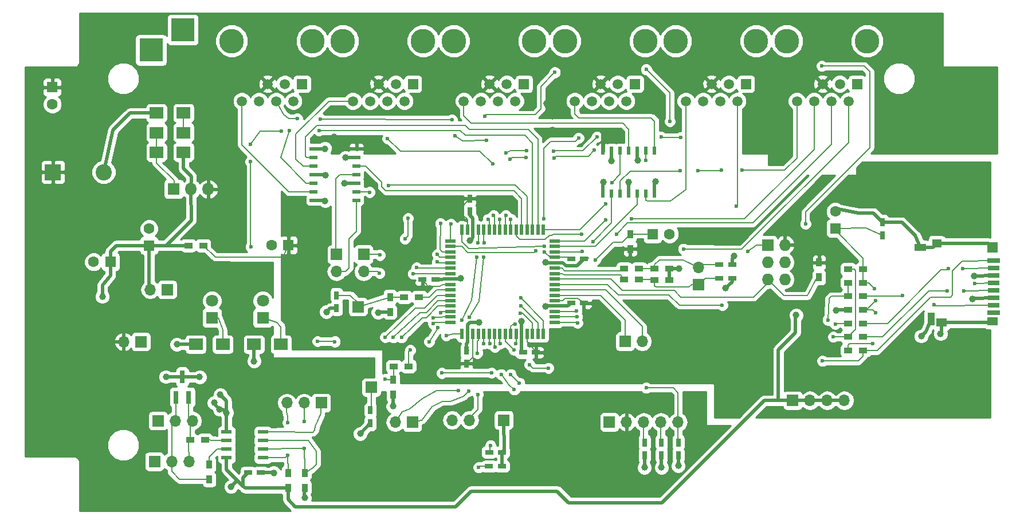
<source format=gtl>
G04 #@! TF.FileFunction,Copper,L1,Top,Signal*
%FSLAX46Y46*%
G04 Gerber Fmt 4.6, Leading zero omitted, Abs format (unit mm)*
G04 Created by KiCad (PCBNEW 4.0.6) date 02/16/18 16:32:41*
%MOMM*%
%LPD*%
G01*
G04 APERTURE LIST*
%ADD10C,0.100000*%
%ADD11R,0.550000X1.500000*%
%ADD12R,1.500000X0.550000*%
%ADD13C,3.650000*%
%ADD14R,1.500000X1.500000*%
%ADD15C,1.500000*%
%ADD16R,1.600000X1.600000*%
%ADD17C,1.600000*%
%ADD18R,0.750000X1.200000*%
%ADD19R,1.200000X0.750000*%
%ADD20R,1.700000X1.700000*%
%ADD21O,1.700000X1.700000*%
%ADD22R,1.727200X1.727200*%
%ADD23O,1.727200X1.727200*%
%ADD24R,1.200000X0.900000*%
%ADD25R,2.000000X1.700000*%
%ADD26R,0.900000X1.200000*%
%ADD27R,1.800000X1.800000*%
%ADD28O,1.800000X1.800000*%
%ADD29R,1.550000X0.600000*%
%ADD30R,3.500000X3.500000*%
%ADD31C,1.800000*%
%ADD32R,0.508000X1.143000*%
%ADD33R,1.143000X0.508000*%
%ADD34R,0.800000X1.900000*%
%ADD35R,2.400000X2.400000*%
%ADD36C,2.400000*%
%ADD37R,1.500000X1.300000*%
%ADD38R,1.850000X0.700000*%
%ADD39R,1.750000X0.700000*%
%ADD40R,1.400000X1.200000*%
%ADD41R,1.700000X1.000000*%
%ADD42R,1.500000X1.200000*%
%ADD43R,1.000000X1.850000*%
%ADD44C,1.000000*%
%ADD45C,0.600000*%
%ADD46C,0.500000*%
%ADD47C,0.200000*%
%ADD48C,0.254000*%
G04 APERTURE END LIST*
D10*
D11*
X147850000Y-91140000D03*
X147050000Y-91140000D03*
X146250000Y-91140000D03*
X145450000Y-91140000D03*
X144650000Y-91140000D03*
X143850000Y-91140000D03*
X143050000Y-91140000D03*
X142250000Y-91140000D03*
X141450000Y-91140000D03*
X140650000Y-91140000D03*
X139850000Y-91140000D03*
X139050000Y-91140000D03*
X138250000Y-91140000D03*
X137450000Y-91140000D03*
X136650000Y-91140000D03*
X135850000Y-91140000D03*
D12*
X134150000Y-92840000D03*
X134150000Y-93640000D03*
X134150000Y-94440000D03*
X134150000Y-95240000D03*
X134150000Y-96040000D03*
X134150000Y-96840000D03*
X134150000Y-97640000D03*
X134150000Y-98440000D03*
X134150000Y-99240000D03*
X134150000Y-100040000D03*
X134150000Y-100840000D03*
X134150000Y-101640000D03*
X134150000Y-102440000D03*
X134150000Y-103240000D03*
X134150000Y-104040000D03*
X134150000Y-104840000D03*
D11*
X135850000Y-106540000D03*
X136650000Y-106540000D03*
X137450000Y-106540000D03*
X138250000Y-106540000D03*
X139050000Y-106540000D03*
X139850000Y-106540000D03*
X140650000Y-106540000D03*
X141450000Y-106540000D03*
X142250000Y-106540000D03*
X143050000Y-106540000D03*
X143850000Y-106540000D03*
X144650000Y-106540000D03*
X145450000Y-106540000D03*
X146250000Y-106540000D03*
X147050000Y-106540000D03*
X147850000Y-106540000D03*
D12*
X149550000Y-104840000D03*
X149550000Y-104040000D03*
X149550000Y-103240000D03*
X149550000Y-102440000D03*
X149550000Y-101640000D03*
X149550000Y-100840000D03*
X149550000Y-100040000D03*
X149550000Y-99240000D03*
X149550000Y-98440000D03*
X149550000Y-97640000D03*
X149550000Y-96840000D03*
X149550000Y-96040000D03*
X149550000Y-95240000D03*
X149550000Y-94440000D03*
X149550000Y-93640000D03*
X149550000Y-92840000D03*
D13*
X183820000Y-63250000D03*
X195690000Y-63250000D03*
D14*
X194200000Y-69600000D03*
D15*
X192930000Y-72140000D03*
X191660000Y-69600000D03*
X190390000Y-72140000D03*
X189120000Y-69600000D03*
X187850000Y-72140000D03*
X186580000Y-69600000D03*
X185310000Y-72140000D03*
D16*
X75300000Y-70100000D03*
D17*
X75300000Y-72600000D03*
D16*
X89600000Y-93500000D03*
D17*
X89600000Y-91000000D03*
D18*
X167800000Y-122600000D03*
X167800000Y-124500000D03*
D19*
X139840000Y-126120000D03*
X141740000Y-126120000D03*
D16*
X83900000Y-95900000D03*
D17*
X81400000Y-95900000D03*
D18*
X165300000Y-122600000D03*
X165300000Y-124500000D03*
D19*
X139850000Y-124050000D03*
X141750000Y-124050000D03*
D18*
X162800000Y-122600000D03*
X162800000Y-124500000D03*
D19*
X131900000Y-98500000D03*
X130000000Y-98500000D03*
X151950000Y-102000000D03*
X153850000Y-102000000D03*
D18*
X137000000Y-88450000D03*
X137000000Y-86550000D03*
X136500000Y-109050000D03*
X136500000Y-110950000D03*
D19*
X144850000Y-109300000D03*
X146750000Y-109300000D03*
X153850000Y-95500000D03*
X151950000Y-95500000D03*
D16*
X164000000Y-91800000D03*
D17*
X166500000Y-91800000D03*
D16*
X110200000Y-93450000D03*
D17*
X107700000Y-93450000D03*
D20*
X142000000Y-119300000D03*
D21*
X139460000Y-119300000D03*
X136920000Y-119300000D03*
X134380000Y-119300000D03*
D20*
X157600000Y-119600000D03*
D21*
X160140000Y-119600000D03*
X162680000Y-119600000D03*
X165220000Y-119600000D03*
X167760000Y-119600000D03*
D22*
X181000000Y-93400000D03*
D23*
X183540000Y-93400000D03*
X181000000Y-95940000D03*
X183540000Y-95940000D03*
X181000000Y-98480000D03*
X183540000Y-98480000D03*
D13*
X167420000Y-63250000D03*
X179290000Y-63250000D03*
D14*
X177800000Y-69600000D03*
D15*
X176530000Y-72140000D03*
X175260000Y-69600000D03*
X173990000Y-72140000D03*
X172720000Y-69600000D03*
X171450000Y-72140000D03*
X170180000Y-69600000D03*
X168910000Y-72140000D03*
D13*
X151020000Y-63250000D03*
X162890000Y-63250000D03*
D14*
X161400000Y-69600000D03*
D15*
X160130000Y-72140000D03*
X158860000Y-69600000D03*
X157590000Y-72140000D03*
X156320000Y-69600000D03*
X155050000Y-72140000D03*
X153780000Y-69600000D03*
X152510000Y-72140000D03*
D13*
X134620000Y-63250000D03*
X146490000Y-63250000D03*
D14*
X145000000Y-69600000D03*
D15*
X143730000Y-72140000D03*
X142460000Y-69600000D03*
X141190000Y-72140000D03*
X139920000Y-69600000D03*
X138650000Y-72140000D03*
X137380000Y-69600000D03*
X136110000Y-72140000D03*
D13*
X118220000Y-63250000D03*
X130090000Y-63250000D03*
D14*
X128600000Y-69600000D03*
D15*
X127330000Y-72140000D03*
X126060000Y-69600000D03*
X124790000Y-72140000D03*
X123520000Y-69600000D03*
X122250000Y-72140000D03*
X120980000Y-69600000D03*
X119710000Y-72140000D03*
D13*
X101820000Y-63250000D03*
X113690000Y-63250000D03*
D14*
X112200000Y-69600000D03*
D15*
X110930000Y-72140000D03*
X109660000Y-69600000D03*
X108390000Y-72140000D03*
X107120000Y-69600000D03*
X105850000Y-72140000D03*
X104580000Y-69600000D03*
X103310000Y-72140000D03*
D24*
X95400000Y-93500000D03*
X97600000Y-93500000D03*
D25*
X90700000Y-76800000D03*
X94700000Y-76800000D03*
X94700000Y-73900000D03*
X90700000Y-73900000D03*
X94700000Y-79700000D03*
X90700000Y-79700000D03*
D26*
X188600000Y-98200000D03*
X188600000Y-96000000D03*
D27*
X93270000Y-85150000D03*
D28*
X95810000Y-85150000D03*
X98350000Y-85150000D03*
D29*
X106450000Y-124875000D03*
X106450000Y-123605000D03*
X106450000Y-122335000D03*
X106450000Y-121065000D03*
X101050000Y-121065000D03*
X101050000Y-122335000D03*
X101050000Y-123605000D03*
X101050000Y-124875000D03*
D30*
X94600000Y-67600000D03*
X94600000Y-61600000D03*
X89900000Y-64600000D03*
D20*
X115050000Y-116750000D03*
D21*
X112510000Y-116750000D03*
X109970000Y-116750000D03*
D27*
X106400000Y-104200000D03*
D31*
X106400000Y-101660000D03*
D27*
X98900000Y-104200000D03*
D31*
X98900000Y-101660000D03*
D25*
X109100000Y-108100000D03*
X105100000Y-108100000D03*
X100500000Y-108100000D03*
X96500000Y-108100000D03*
D19*
X106125000Y-127050000D03*
X104225000Y-127050000D03*
D32*
X156690000Y-85802000D03*
X157960000Y-85802000D03*
X159230000Y-85802000D03*
X160500000Y-85802000D03*
X161770000Y-85802000D03*
X163040000Y-85802000D03*
X164310000Y-85802000D03*
X164310000Y-79452000D03*
X163040000Y-79452000D03*
X160500000Y-79452000D03*
X159230000Y-79452000D03*
X157960000Y-79452000D03*
X156690000Y-79452000D03*
X161770000Y-79452000D03*
D33*
X113898000Y-79190000D03*
X113898000Y-80460000D03*
X113898000Y-81730000D03*
X113898000Y-83000000D03*
X113898000Y-84270000D03*
X113898000Y-85540000D03*
X113898000Y-86810000D03*
X120248000Y-86810000D03*
X120248000Y-85540000D03*
X120248000Y-83000000D03*
X120248000Y-81730000D03*
X120248000Y-80460000D03*
X120248000Y-79190000D03*
X120248000Y-84270000D03*
D34*
X93575000Y-115925000D03*
X95475000Y-115925000D03*
X94525000Y-112925000D03*
D26*
X98500000Y-125875000D03*
X98500000Y-128075000D03*
D24*
X95660000Y-122250000D03*
X97860000Y-122250000D03*
D26*
X110150000Y-127150000D03*
X110150000Y-129350000D03*
X112600000Y-127100000D03*
X112600000Y-129300000D03*
D20*
X90400000Y-125425000D03*
D21*
X92940000Y-125425000D03*
X95480000Y-125425000D03*
D20*
X90925000Y-119400000D03*
D21*
X93465000Y-119400000D03*
X96005000Y-119400000D03*
D26*
X125200000Y-101100000D03*
X125200000Y-103300000D03*
X125650000Y-113350000D03*
X125650000Y-115550000D03*
D24*
X164300000Y-96900000D03*
X166500000Y-96900000D03*
X164300000Y-98600000D03*
X166500000Y-98600000D03*
X127300000Y-101100000D03*
X129500000Y-101100000D03*
X125750000Y-111350000D03*
X127950000Y-111350000D03*
X162000000Y-96900000D03*
X159800000Y-96900000D03*
X162000000Y-98500000D03*
X159800000Y-98500000D03*
D26*
X160700000Y-94000000D03*
X160700000Y-91800000D03*
D16*
X191010000Y-90950000D03*
D17*
X191010000Y-88450000D03*
D18*
X198000000Y-91950000D03*
X198000000Y-90050000D03*
D24*
X195100000Y-103000000D03*
X192900000Y-103000000D03*
X192900000Y-97000000D03*
X195100000Y-97000000D03*
X192900000Y-99000000D03*
X195100000Y-99000000D03*
X195100000Y-105000000D03*
X192900000Y-105000000D03*
X195100000Y-107000000D03*
X192900000Y-107000000D03*
X195100000Y-101000000D03*
X192900000Y-101000000D03*
D20*
X120480000Y-102540000D03*
X122450000Y-114450000D03*
X170800000Y-99300000D03*
D21*
X170800000Y-96760000D03*
D24*
X195100000Y-109000000D03*
X192900000Y-109000000D03*
D20*
X88400000Y-107700000D03*
D21*
X85860000Y-107700000D03*
D20*
X92300000Y-100000000D03*
D21*
X89760000Y-100000000D03*
D20*
X184700000Y-116400000D03*
D21*
X187240000Y-116400000D03*
X189780000Y-116400000D03*
X192320000Y-116400000D03*
D35*
X75400000Y-82640000D03*
D36*
X82900000Y-82640000D03*
D20*
X117300000Y-94800000D03*
D21*
X117300000Y-97340000D03*
D20*
X159940000Y-107670000D03*
D21*
X162480000Y-107670000D03*
D20*
X128520000Y-119630000D03*
D21*
X125980000Y-119630000D03*
D20*
X121300000Y-94800000D03*
D21*
X121300000Y-97340000D03*
D37*
X214250000Y-104700000D03*
D38*
X214400000Y-103400000D03*
D39*
X214350000Y-102300000D03*
X214350000Y-101200000D03*
X214350000Y-100100000D03*
X214350000Y-99000000D03*
X214350000Y-97900000D03*
X214350000Y-96800000D03*
D38*
X214400000Y-95700000D03*
D14*
X214250000Y-93750000D03*
D40*
X206000000Y-93150000D03*
D41*
X203550000Y-93750000D03*
D42*
X206650000Y-104900000D03*
D43*
X205150000Y-104350000D03*
D19*
X173850000Y-98300000D03*
X175750000Y-98300000D03*
X173850000Y-96300000D03*
X175750000Y-96300000D03*
D18*
X122300000Y-117850000D03*
X122300000Y-119750000D03*
X117300000Y-100850000D03*
X117300000Y-102750000D03*
D44*
X149200000Y-74350000D03*
X149200000Y-76400000D03*
X116800000Y-71000000D03*
X116900000Y-77400000D03*
X162800000Y-126300000D03*
X165300000Y-126300000D03*
X167800000Y-126050000D03*
X206550000Y-106550000D03*
X174800000Y-99800000D03*
X176050000Y-95050000D03*
X115800000Y-103300000D03*
X120800000Y-121300000D03*
X203700000Y-106900000D03*
X211300000Y-101400000D03*
X211500000Y-98000000D03*
X137000000Y-92750000D03*
X138350000Y-104850000D03*
X123450000Y-103400000D03*
X125650000Y-117250000D03*
X93700000Y-108100000D03*
X105100000Y-110600000D03*
X167900000Y-96900000D03*
X148200000Y-96000000D03*
X148200000Y-102500000D03*
X161800000Y-80900000D03*
X157900000Y-81000000D03*
X156700000Y-84100000D03*
X160500000Y-84100000D03*
X164400000Y-84000000D03*
X118600000Y-80500000D03*
X115590000Y-79190000D03*
X115600000Y-86900000D03*
X118500000Y-84300000D03*
X115700000Y-83100000D03*
X100000000Y-117700000D03*
X100120000Y-115560000D03*
X99225000Y-116750000D03*
X101050000Y-118200000D03*
X112600000Y-130800000D03*
X97075000Y-112925000D03*
X92100000Y-112900000D03*
X108025000Y-127100000D03*
X144644000Y-104682000D03*
X135650000Y-98340000D03*
X185200000Y-103800000D03*
X191100000Y-103100000D03*
X101700000Y-129150000D03*
X82700000Y-101050000D03*
D45*
X155550000Y-95600000D03*
X148050000Y-94450000D03*
X114500000Y-107660000D03*
X117050000Y-107700000D03*
X125700000Y-107100000D03*
X110100000Y-124494000D03*
X110100000Y-119668000D03*
X124500000Y-107050000D03*
X112550000Y-123460000D03*
X112510000Y-119468000D03*
X126900000Y-107100000D03*
X140000000Y-108000000D03*
X141630000Y-112550000D03*
X143550000Y-114800000D03*
X163050000Y-114550000D03*
X140050000Y-123050000D03*
X138200000Y-115500000D03*
X138100000Y-109400000D03*
X140700000Y-108500000D03*
X143050000Y-112550000D03*
X144300000Y-113800000D03*
X138300000Y-126300000D03*
X139000000Y-108000000D03*
X140200000Y-112300000D03*
X132850000Y-112350000D03*
X131000000Y-107700000D03*
X132300000Y-105650000D03*
X132650000Y-103400000D03*
X163600000Y-95600000D03*
X155900000Y-101750000D03*
X174300000Y-102290000D03*
X178100000Y-94400000D03*
X131580000Y-104170000D03*
X131600000Y-105050000D03*
X168050000Y-82450000D03*
X170700000Y-82400000D03*
X174150000Y-82350000D03*
X177200000Y-82350000D03*
X158000000Y-84200000D03*
X157100000Y-87300000D03*
X114700000Y-76500000D03*
X110300000Y-76500000D03*
X153600000Y-94400000D03*
X155200000Y-92900000D03*
X163000000Y-80900000D03*
X157100000Y-89700000D03*
X152750000Y-103200000D03*
X168550000Y-94000000D03*
X176350000Y-87650000D03*
X152850000Y-104050000D03*
X189000000Y-66950000D03*
X186600000Y-90300000D03*
X152900000Y-104950000D03*
X144500000Y-101250000D03*
X127850000Y-89450000D03*
X127400000Y-92500000D03*
X144500000Y-102400000D03*
X104600000Y-78510000D03*
X109150000Y-76550000D03*
X104600000Y-81100000D03*
X104650000Y-93700000D03*
X144450000Y-103500000D03*
X136850000Y-115000000D03*
X136940000Y-104060000D03*
X139000000Y-95250000D03*
X139150000Y-93050000D03*
X138200000Y-93050000D03*
X138000000Y-95200000D03*
X135780000Y-104510000D03*
X135350000Y-114900000D03*
X123720000Y-94910000D03*
X129140000Y-96760000D03*
X123660000Y-97590000D03*
X128610000Y-97680000D03*
X133500000Y-106800000D03*
X128200000Y-108950000D03*
X125000000Y-84600000D03*
X122200000Y-85600000D03*
X160900000Y-89500000D03*
X148050000Y-93600000D03*
X166550000Y-75150000D03*
X163050000Y-67450000D03*
X149550000Y-67900000D03*
X139200000Y-74350000D03*
X134200000Y-90300000D03*
X146700000Y-94300000D03*
X147950000Y-89500000D03*
X153050000Y-77600000D03*
X132650000Y-90250000D03*
X132200000Y-94800000D03*
X132200000Y-95900000D03*
X153550000Y-91850000D03*
X158650000Y-91800000D03*
X168150000Y-77500000D03*
X165250000Y-77450000D03*
X155400000Y-79400000D03*
X149450000Y-80550000D03*
X145300000Y-80450000D03*
X142950000Y-80750000D03*
X143050000Y-89600000D03*
X155800000Y-77400000D03*
X149400000Y-79550000D03*
X145350000Y-79500000D03*
X142300000Y-79800000D03*
X142300000Y-89050000D03*
X141450000Y-89600000D03*
X140500000Y-89050000D03*
X140350000Y-81450000D03*
X124850000Y-77650000D03*
X139700000Y-89600000D03*
X139500000Y-77950000D03*
X134810000Y-77300000D03*
X134350000Y-74900000D03*
X114930000Y-74840000D03*
X111480000Y-74760000D03*
X211600000Y-99100000D03*
X196920000Y-101610000D03*
X196800000Y-99900000D03*
X196920000Y-103420000D03*
X196500000Y-108000000D03*
X189100000Y-110550000D03*
X141500000Y-108000000D03*
X207700000Y-96900000D03*
X209800000Y-96900000D03*
X210000000Y-100200000D03*
X207500000Y-100200000D03*
X205600000Y-102200000D03*
X200900000Y-100900000D03*
X190700000Y-107000000D03*
X143800000Y-108000000D03*
X189900000Y-104500000D03*
X143700000Y-105100000D03*
X191000000Y-105100000D03*
X148600000Y-111600000D03*
X145800000Y-111100000D03*
X143500000Y-108900000D03*
X124450000Y-113250000D03*
D46*
X156690000Y-79452000D02*
X156690000Y-76890000D01*
X150900000Y-69600000D02*
X153780000Y-69600000D01*
X148100000Y-72400000D02*
X150900000Y-69600000D01*
X148900000Y-74050000D02*
X148100000Y-72400000D01*
X149200000Y-74350000D02*
X148900000Y-74050000D01*
X156200000Y-76400000D02*
X149200000Y-76400000D01*
X156690000Y-76890000D02*
X156200000Y-76400000D01*
X120248000Y-79190000D02*
X118490000Y-79190000D01*
X118200000Y-69600000D02*
X120980000Y-69600000D01*
X116800000Y-71000000D02*
X118200000Y-69600000D01*
X116900000Y-77600000D02*
X116900000Y-77400000D01*
X118490000Y-79190000D02*
X116900000Y-77600000D01*
X162800000Y-124500000D02*
X162800000Y-126300000D01*
X165300000Y-124500000D02*
X165300000Y-126300000D01*
X167800000Y-124500000D02*
X167800000Y-126050000D01*
X206650000Y-104900000D02*
X214050000Y-104900000D01*
X214050000Y-104900000D02*
X214250000Y-104700000D01*
X206650000Y-104900000D02*
X206650000Y-106450000D01*
X206650000Y-106450000D02*
X206550000Y-106550000D01*
X206000000Y-93150000D02*
X213650000Y-93150000D01*
X213650000Y-93150000D02*
X214250000Y-93750000D01*
X175750000Y-98300000D02*
X175750000Y-98850000D01*
X175750000Y-98850000D02*
X174800000Y-99800000D01*
X175750000Y-96300000D02*
X175750000Y-95350000D01*
X175750000Y-95350000D02*
X176050000Y-95050000D01*
X117300000Y-102750000D02*
X116350000Y-102750000D01*
X116350000Y-102750000D02*
X115800000Y-103300000D01*
X122300000Y-119750000D02*
X122300000Y-119800000D01*
X122300000Y-119800000D02*
X120800000Y-121300000D01*
X205150000Y-104350000D02*
X204400000Y-106200000D01*
X204400000Y-106200000D02*
X203700000Y-106900000D01*
X214350000Y-101200000D02*
X211400000Y-101300000D01*
X211400000Y-101300000D02*
X211300000Y-101400000D01*
X214350000Y-97900000D02*
X211500000Y-98000000D01*
D47*
X213950000Y-104900000D02*
X214250000Y-104600000D01*
D46*
X203550000Y-93750000D02*
X205400000Y-93750000D01*
X205400000Y-93750000D02*
X206000000Y-93150000D01*
X203550000Y-93750000D02*
X202800000Y-92000000D01*
X200850000Y-90050000D02*
X198000000Y-90050000D01*
X202800000Y-92000000D02*
X200850000Y-90050000D01*
X191010000Y-88450000D02*
X191010000Y-88050000D01*
X191010000Y-88050000D02*
X194400000Y-88700000D01*
X194400000Y-88700000D02*
X196650000Y-88700000D01*
X196650000Y-88700000D02*
X198000000Y-90050000D01*
X137450000Y-91140000D02*
X137450000Y-92350000D01*
X137050000Y-92750000D02*
X137000000Y-92750000D01*
X137450000Y-92350000D02*
X137050000Y-92750000D01*
X136650000Y-106540000D02*
X136650000Y-105200000D01*
X137000000Y-104850000D02*
X138350000Y-104850000D01*
X136650000Y-105200000D02*
X137000000Y-104850000D01*
X125200000Y-103300000D02*
X123550000Y-103300000D01*
X123550000Y-103300000D02*
X123450000Y-103400000D01*
X125650000Y-115550000D02*
X125650000Y-117250000D01*
X96500000Y-108100000D02*
X93700000Y-108100000D01*
X105100000Y-108100000D02*
X105100000Y-110600000D01*
X166500000Y-96900000D02*
X167900000Y-96900000D01*
X166500000Y-96900000D02*
X166500000Y-98600000D01*
X149550000Y-96040000D02*
X150740000Y-96040000D01*
X152850000Y-96500000D02*
X153850000Y-95500000D01*
X151200000Y-96500000D02*
X152850000Y-96500000D01*
X150740000Y-96040000D02*
X151200000Y-96500000D01*
X149550000Y-96040000D02*
X148240000Y-96040000D01*
X148240000Y-96040000D02*
X148200000Y-96000000D01*
X149550000Y-102440000D02*
X148260000Y-102440000D01*
X148260000Y-102440000D02*
X148200000Y-102500000D01*
X144650000Y-106540000D02*
X144650000Y-109100000D01*
X144650000Y-109100000D02*
X144850000Y-109300000D01*
X149550000Y-102440000D02*
X151510000Y-102440000D01*
X151510000Y-102440000D02*
X151950000Y-102000000D01*
X161770000Y-79452000D02*
X161770000Y-80870000D01*
X161770000Y-80870000D02*
X161800000Y-80900000D01*
X157960000Y-79452000D02*
X157960000Y-80940000D01*
X157960000Y-80940000D02*
X157900000Y-81000000D01*
X156690000Y-85802000D02*
X156690000Y-84110000D01*
X156690000Y-84110000D02*
X156700000Y-84100000D01*
X160500000Y-85802000D02*
X160500000Y-84100000D01*
X164310000Y-85802000D02*
X164310000Y-84090000D01*
X164310000Y-84090000D02*
X164400000Y-84000000D01*
X120248000Y-80460000D02*
X118640000Y-80460000D01*
X118640000Y-80460000D02*
X118600000Y-80500000D01*
X113898000Y-79190000D02*
X115590000Y-79190000D01*
X115590000Y-79190000D02*
X115600000Y-79200000D01*
X113898000Y-86810000D02*
X115510000Y-86810000D01*
X115510000Y-86810000D02*
X115600000Y-86900000D01*
X120248000Y-84270000D02*
X118530000Y-84270000D01*
X118530000Y-84270000D02*
X118500000Y-84300000D01*
X113898000Y-83000000D02*
X115600000Y-83000000D01*
X115600000Y-83000000D02*
X115700000Y-83100000D01*
X136500000Y-109050000D02*
X136500000Y-108000000D01*
X136650000Y-107850000D02*
X136650000Y-106540000D01*
X136500000Y-108000000D02*
X136650000Y-107850000D01*
X82900000Y-82640000D02*
X84300000Y-76400000D01*
X86800000Y-73900000D02*
X90700000Y-73900000D01*
X84300000Y-76400000D02*
X86800000Y-73900000D01*
X90800000Y-74000000D02*
X90700000Y-73900000D01*
X137000000Y-88450000D02*
X137000000Y-89000000D01*
X137000000Y-89000000D02*
X137450000Y-89450000D01*
X137450000Y-89450000D02*
X137450000Y-91140000D01*
X100000000Y-117700000D02*
X100550000Y-117700000D01*
X99225000Y-116925000D02*
X100000000Y-117700000D01*
X101050000Y-116450000D02*
X100120000Y-115560000D01*
X101050000Y-121065000D02*
X101050000Y-116450000D01*
X99225000Y-116750000D02*
X99225000Y-116925000D01*
X100550000Y-117700000D02*
X101050000Y-118200000D01*
X112600000Y-129300000D02*
X112525000Y-130725000D01*
X112525000Y-130725000D02*
X112600000Y-130800000D01*
X94525000Y-112925000D02*
X97075000Y-112925000D01*
X94525000Y-112925000D02*
X92125000Y-112925000D01*
X92125000Y-112925000D02*
X92100000Y-112900000D01*
X106125000Y-127050000D02*
X107975000Y-127050000D01*
X107975000Y-127050000D02*
X108025000Y-127100000D01*
X144650000Y-106540000D02*
X144650000Y-104688000D01*
X144650000Y-104688000D02*
X144644000Y-104682000D01*
X134150000Y-98440000D02*
X135542000Y-98448000D01*
X135542000Y-98448000D02*
X135650000Y-98340000D01*
X145044000Y-109294000D02*
X145038000Y-109300000D01*
X131900000Y-98500000D02*
X134131000Y-98459000D01*
X134131000Y-98459000D02*
X134150000Y-98440000D01*
X136500000Y-109050000D02*
X136688000Y-109050000D01*
X141750000Y-124050000D02*
X141740000Y-126120000D01*
X142000000Y-119300000D02*
X142070000Y-123730000D01*
X142070000Y-123730000D02*
X141750000Y-124050000D01*
D47*
X154440000Y-95240000D02*
X154550000Y-95350000D01*
X213650000Y-93150000D02*
X214250000Y-93750000D01*
D46*
X89600000Y-93500000D02*
X89600000Y-99840000D01*
X89600000Y-99840000D02*
X89760000Y-100000000D01*
X192320000Y-116400000D02*
X189780000Y-116400000D01*
X189780000Y-116400000D02*
X187240000Y-116400000D01*
X187240000Y-116400000D02*
X184700000Y-116400000D01*
X182570000Y-109600000D02*
X182570000Y-116400000D01*
X182570000Y-116400000D02*
X182600000Y-116400000D01*
X184700000Y-116400000D02*
X182600000Y-116400000D01*
X182600000Y-116400000D02*
X180500000Y-116400000D01*
X110150000Y-131050000D02*
X111200000Y-132100000D01*
X111200000Y-132100000D02*
X134900000Y-132100000D01*
X134900000Y-132100000D02*
X137200000Y-129800000D01*
X137200000Y-129800000D02*
X149900000Y-129800000D01*
X149900000Y-129800000D02*
X151600000Y-131500000D01*
X151600000Y-131500000D02*
X165400000Y-131500000D01*
X165400000Y-131500000D02*
X176530000Y-120370000D01*
X110150000Y-129350000D02*
X110150000Y-131050000D01*
X180500000Y-116400000D02*
X176530000Y-120370000D01*
X192900000Y-103000000D02*
X191200000Y-103000000D01*
X185110000Y-103890000D02*
X185110000Y-106345000D01*
X185200000Y-103800000D02*
X185110000Y-103890000D01*
X191200000Y-103000000D02*
X191100000Y-103100000D01*
X185110000Y-106345000D02*
X185110000Y-105090000D01*
X182570000Y-109655000D02*
X182570000Y-109600000D01*
X182570000Y-109600000D02*
X182570000Y-108885000D01*
X182570000Y-108885000D02*
X185110000Y-106345000D01*
X95400000Y-93500000D02*
X92100000Y-93500000D01*
X83900000Y-95900000D02*
X83900000Y-97900000D01*
X102600000Y-128250000D02*
X102650000Y-128250000D01*
X101700000Y-129150000D02*
X102600000Y-128250000D01*
X82700000Y-99350000D02*
X82700000Y-101050000D01*
X83900000Y-97900000D02*
X82700000Y-99350000D01*
X83900000Y-95900000D02*
X83900000Y-94400000D01*
X84800000Y-93500000D02*
X89600000Y-93500000D01*
X83900000Y-94400000D02*
X84800000Y-93500000D01*
X89600000Y-93500000D02*
X92100000Y-93500000D01*
X92100000Y-93500000D02*
X95840000Y-89760000D01*
X95840000Y-89760000D02*
X95810000Y-85150000D01*
X94700000Y-79700000D02*
X94700000Y-82100000D01*
X95840000Y-83240000D02*
X95810000Y-85150000D01*
X94700000Y-82100000D02*
X95840000Y-83240000D01*
X110150000Y-129350000D02*
X103780000Y-129350000D01*
X103780000Y-129350000D02*
X103496000Y-129066000D01*
X103496000Y-129066000D02*
X103496000Y-127779000D01*
X103496000Y-127779000D02*
X104225000Y-127050000D01*
X101050000Y-126650000D02*
X101050000Y-124875000D01*
X103466000Y-129066000D02*
X102650000Y-128250000D01*
X103496000Y-129066000D02*
X103466000Y-129066000D01*
X102650000Y-128250000D02*
X101050000Y-126650000D01*
D47*
X164000000Y-91800000D02*
X160700000Y-91800000D01*
X149550000Y-95240000D02*
X148840000Y-95240000D01*
X148840000Y-95240000D02*
X148050000Y-94450000D01*
X159500000Y-93000000D02*
X160700000Y-91800000D01*
X158150000Y-93000000D02*
X159500000Y-93000000D01*
X155550000Y-95600000D02*
X158150000Y-93000000D01*
X149550000Y-95240000D02*
X151690000Y-95240000D01*
X151690000Y-95240000D02*
X151950000Y-95500000D01*
X92940000Y-125425000D02*
X92940000Y-126915000D01*
X94100000Y-128075000D02*
X98500000Y-128075000D01*
X92940000Y-126915000D02*
X94100000Y-128075000D01*
X92940000Y-125425000D02*
X92940000Y-119925000D01*
X92940000Y-119925000D02*
X93465000Y-119400000D01*
X93575000Y-115925000D02*
X93575000Y-119290000D01*
X93575000Y-119290000D02*
X93465000Y-119400000D01*
X90700000Y-76800000D02*
X90700000Y-79700000D01*
X90700000Y-79700000D02*
X90700000Y-81300000D01*
X93300000Y-83900000D02*
X93270000Y-85150000D01*
X90700000Y-81300000D02*
X93300000Y-83900000D01*
X90800000Y-79600000D02*
X90700000Y-79700000D01*
X94700000Y-73900000D02*
X94700000Y-76800000D01*
X134150000Y-101640000D02*
X132290000Y-101620000D01*
X117000000Y-107650000D02*
X114500000Y-107660000D01*
X117050000Y-107700000D02*
X117000000Y-107650000D01*
X129650000Y-103400000D02*
X125700000Y-107100000D01*
X130530000Y-103380000D02*
X129650000Y-103400000D01*
X132290000Y-101620000D02*
X130530000Y-103380000D01*
X106450000Y-124875000D02*
X109719000Y-124875000D01*
X109719000Y-124875000D02*
X110100000Y-124494000D01*
X110150000Y-127150000D02*
X110150000Y-125730000D01*
X110100000Y-119668000D02*
X110050000Y-118750000D01*
X110050000Y-118750000D02*
X109900000Y-118050000D01*
X109900000Y-118050000D02*
X109970000Y-116750000D01*
X110100000Y-125680000D02*
X110100000Y-124494000D01*
X110150000Y-125730000D02*
X110100000Y-125680000D01*
X134150000Y-100840000D02*
X132190000Y-100840000D01*
X129000000Y-102750000D02*
X124500000Y-107050000D01*
X130280000Y-102750000D02*
X129000000Y-102750000D01*
X132190000Y-100840000D02*
X130280000Y-102750000D01*
X112600000Y-127100000D02*
X113800000Y-126400000D01*
X113800000Y-126400000D02*
X114320000Y-125855000D01*
X112600000Y-127100000D02*
X112600000Y-125000000D01*
X112560000Y-124960000D02*
X112550000Y-123460000D01*
X112600000Y-125000000D02*
X112560000Y-124960000D01*
X106450000Y-122335000D02*
X113150000Y-122300000D01*
X113150000Y-122300000D02*
X114320000Y-123932000D01*
X106450000Y-123605000D02*
X108620000Y-123605000D01*
X109300000Y-123450000D02*
X112550000Y-123460000D01*
X109020000Y-123570000D02*
X109300000Y-123450000D01*
X108620000Y-123605000D02*
X109020000Y-123570000D01*
X114320000Y-125880000D02*
X114320000Y-125855000D01*
X114320000Y-125855000D02*
X114320000Y-123932000D01*
X112510000Y-119468000D02*
X112510000Y-116750000D01*
X134150000Y-102440000D02*
X132260000Y-102440000D01*
X130000000Y-104150000D02*
X126900000Y-107100000D01*
X130550000Y-104150000D02*
X130000000Y-104150000D01*
X132260000Y-102440000D02*
X130550000Y-104150000D01*
X106450000Y-121065000D02*
X108340000Y-121065000D01*
X113796500Y-121078500D02*
X114058500Y-120816500D01*
X108530000Y-121030000D02*
X113796500Y-121078500D01*
X108340000Y-121065000D02*
X108530000Y-121030000D01*
X114950000Y-118350000D02*
X115050000Y-116750000D01*
X114400000Y-119700000D02*
X114950000Y-118350000D01*
X114164975Y-120173030D02*
X114400000Y-119700000D01*
X114058500Y-120816500D02*
X114164975Y-120173030D01*
X167760000Y-119600000D02*
X167760000Y-122560000D01*
X167760000Y-122560000D02*
X167800000Y-122600000D01*
X141630000Y-112550000D02*
X141730000Y-112650000D01*
X141730000Y-112650000D02*
X142800000Y-114050000D01*
X142800000Y-114050000D02*
X143550000Y-114800000D01*
X139850000Y-107850000D02*
X140000000Y-108000000D01*
X139850000Y-106540000D02*
X139850000Y-107850000D01*
X167760000Y-115260000D02*
X167760000Y-119600000D01*
X167050000Y-114550000D02*
X167760000Y-115260000D01*
X163050000Y-114550000D02*
X167050000Y-114550000D01*
X140060000Y-123060000D02*
X139850000Y-124050000D01*
X140050000Y-123050000D02*
X140060000Y-123060000D01*
X138250000Y-106540000D02*
X138250000Y-107500002D01*
X138200000Y-117700000D02*
X136920000Y-118980000D01*
X138200000Y-115500000D02*
X138200000Y-117700000D01*
X138100000Y-107650002D02*
X138100000Y-109400000D01*
X138250000Y-107500002D02*
X138100000Y-107650002D01*
X136920000Y-118980000D02*
X136920000Y-119300000D01*
X136920000Y-119300000D02*
X136920000Y-118820000D01*
X136920000Y-118880000D02*
X136920000Y-119300000D01*
X165220000Y-119600000D02*
X165220000Y-122520000D01*
X165220000Y-122520000D02*
X165300000Y-122600000D01*
X140650000Y-108500000D02*
X140700000Y-108500000D01*
X143050000Y-112550000D02*
X143200000Y-112700000D01*
X140650000Y-106540000D02*
X140650000Y-108500000D01*
X143200000Y-112700000D02*
X144300000Y-113800000D01*
X138480000Y-126120000D02*
X139840000Y-126120000D01*
X138300000Y-126300000D02*
X138480000Y-126120000D01*
X139050000Y-106540000D02*
X139050000Y-107950000D01*
X139050000Y-107950000D02*
X139000000Y-108000000D01*
X162680000Y-119600000D02*
X162680000Y-122480000D01*
X162680000Y-122480000D02*
X162800000Y-122600000D01*
X140200000Y-112300000D02*
X132850000Y-112350000D01*
X131000000Y-107700000D02*
X132350000Y-105650000D01*
X132350000Y-105650000D02*
X132300000Y-105650000D01*
X132650000Y-103400000D02*
X132810000Y-103240000D01*
X134150000Y-103240000D02*
X132810000Y-103240000D01*
X153850000Y-102000000D02*
X155650000Y-102000000D01*
X162100000Y-94000000D02*
X160700000Y-94000000D01*
X163600000Y-95600000D02*
X162100000Y-94000000D01*
X155650000Y-102000000D02*
X155900000Y-101750000D01*
X134150000Y-99240000D02*
X133060000Y-99240000D01*
X130800000Y-99540000D02*
X130000000Y-98500000D01*
X132550000Y-99540000D02*
X130800000Y-99540000D01*
X133060000Y-99240000D02*
X132550000Y-99540000D01*
X149550000Y-101640000D02*
X150760000Y-101640000D01*
X152940000Y-101280000D02*
X153850000Y-102000000D01*
X151090000Y-101280000D02*
X152940000Y-101280000D01*
X150760000Y-101640000D02*
X151090000Y-101280000D01*
X97600000Y-93500000D02*
X99380000Y-95190000D01*
X109400000Y-95200000D02*
X110200000Y-93450000D01*
X103750000Y-95200000D02*
X109400000Y-95200000D01*
X99380000Y-95190000D02*
X103750000Y-95200000D01*
X137450000Y-106540000D02*
X137450000Y-110000000D01*
X137450000Y-110000000D02*
X136500000Y-110950000D01*
X130000000Y-98530000D02*
X130000000Y-98500000D01*
X136650000Y-91140000D02*
X136650000Y-89650000D01*
X136000000Y-87550000D02*
X137000000Y-86550000D01*
X136000000Y-89000000D02*
X136000000Y-87550000D01*
X136650000Y-89650000D02*
X136000000Y-89000000D01*
X145450000Y-106540000D02*
X145450000Y-107774000D01*
X145450000Y-107774000D02*
X146356000Y-108680000D01*
X146356000Y-108680000D02*
X146750000Y-109300000D01*
X98500000Y-125875000D02*
X98500000Y-124775000D01*
X99670000Y-123605000D02*
X101050000Y-123605000D01*
X98500000Y-124775000D02*
X99670000Y-123605000D01*
X97860000Y-122250000D02*
X99470000Y-122310000D01*
X99615000Y-122335000D02*
X101050000Y-122335000D01*
X99470000Y-122310000D02*
X99615000Y-122335000D01*
X181000000Y-93400000D02*
X179300000Y-93400000D01*
X157340000Y-99240000D02*
X149550000Y-99240000D01*
X158900000Y-100800000D02*
X157340000Y-99240000D01*
X166400000Y-100800000D02*
X158900000Y-100800000D01*
X168020000Y-102280000D02*
X166400000Y-100800000D01*
X169220000Y-102280000D02*
X168020000Y-102280000D01*
X169300000Y-102300000D02*
X169220000Y-102280000D01*
X174300000Y-102290000D02*
X169300000Y-102300000D01*
X179300000Y-93400000D02*
X178100000Y-94400000D01*
X149550000Y-98440000D02*
X157840000Y-98440000D01*
X178900000Y-101100000D02*
X181000000Y-99000000D01*
X168200000Y-101100000D02*
X178900000Y-101100000D01*
X167200000Y-100100000D02*
X168200000Y-101100000D01*
X159500000Y-100100000D02*
X167200000Y-100100000D01*
X157840000Y-98440000D02*
X159500000Y-100100000D01*
X181000000Y-99000000D02*
X181000000Y-98480000D01*
X188600000Y-98200000D02*
X188300000Y-98200000D01*
X188300000Y-98200000D02*
X186900000Y-100900000D01*
X186900000Y-100900000D02*
X183420000Y-100900000D01*
X183420000Y-100900000D02*
X181000000Y-98480000D01*
X120248000Y-83000000D02*
X117800000Y-83000000D01*
X117180000Y-83620000D02*
X117180000Y-94680000D01*
X117800000Y-83000000D02*
X117180000Y-83620000D01*
X117180000Y-94680000D02*
X117300000Y-94800000D01*
X120248000Y-86810000D02*
X120248000Y-91372000D01*
X118630000Y-97340000D02*
X117300000Y-97340000D01*
X119140000Y-96830000D02*
X118630000Y-97340000D01*
X119140000Y-92480000D02*
X119140000Y-96830000D01*
X120248000Y-91372000D02*
X119140000Y-92480000D01*
X120430000Y-86992000D02*
X120248000Y-86810000D01*
X106400000Y-104200000D02*
X108500000Y-104900000D01*
X109100000Y-105500000D02*
X109100000Y-108100000D01*
X108500000Y-104900000D02*
X109100000Y-105500000D01*
X134150000Y-104040000D02*
X131640000Y-104110000D01*
X131640000Y-104110000D02*
X131580000Y-104170000D01*
X98900000Y-104200000D02*
X99800000Y-104200000D01*
X99800000Y-104200000D02*
X100500000Y-106000000D01*
X100500000Y-106000000D02*
X100500000Y-108100000D01*
X134150000Y-104840000D02*
X131810000Y-104840000D01*
X131810000Y-104840000D02*
X131600000Y-105050000D01*
X95480000Y-125425000D02*
X95440000Y-122470000D01*
X95440000Y-122470000D02*
X95660000Y-122250000D01*
X95660000Y-122250000D02*
X95700000Y-119705000D01*
X95700000Y-119705000D02*
X96005000Y-119400000D01*
X95475000Y-115925000D02*
X95475000Y-118870000D01*
X95475000Y-118870000D02*
X96005000Y-119400000D01*
X95640000Y-122230000D02*
X95660000Y-122250000D01*
X95680000Y-116130000D02*
X95475000Y-115925000D01*
X185310000Y-72140000D02*
X185310000Y-80540000D01*
X159230000Y-83920000D02*
X159230000Y-85802000D01*
X160750000Y-82500000D02*
X159230000Y-83920000D01*
X168100000Y-82500000D02*
X160750000Y-82500000D01*
X168050000Y-82450000D02*
X168100000Y-82500000D01*
X174100000Y-82400000D02*
X170700000Y-82400000D01*
X174150000Y-82350000D02*
X174100000Y-82400000D01*
X183500000Y-82350000D02*
X177200000Y-82350000D01*
X185310000Y-80540000D02*
X183500000Y-82350000D01*
X168910000Y-72140000D02*
X168910000Y-85190000D01*
X163040000Y-86800000D02*
X163040000Y-85802000D01*
X163300000Y-86900000D02*
X163040000Y-86800000D01*
X166600000Y-86900000D02*
X163300000Y-86900000D01*
X168910000Y-85190000D02*
X166600000Y-86900000D01*
X164310000Y-79452000D02*
X164310000Y-75110000D01*
X152510000Y-74010000D02*
X152510000Y-72140000D01*
X153100000Y-74600000D02*
X152510000Y-74010000D01*
X163800000Y-74600000D02*
X153100000Y-74600000D01*
X164310000Y-75110000D02*
X163800000Y-74600000D01*
X136110000Y-72140000D02*
X136110000Y-74310000D01*
X160500000Y-76300000D02*
X160500000Y-79452000D01*
X159600000Y-75400000D02*
X160500000Y-76300000D01*
X137200000Y-75400000D02*
X159600000Y-75400000D01*
X136110000Y-74310000D02*
X137200000Y-75400000D01*
X119710000Y-72140000D02*
X116160000Y-72140000D01*
X112330000Y-81730000D02*
X113898000Y-81730000D01*
X111300000Y-80700000D02*
X112330000Y-81730000D01*
X111300000Y-77000000D02*
X111300000Y-80700000D01*
X116160000Y-72140000D02*
X111300000Y-77000000D01*
X103310000Y-72140000D02*
X103310000Y-78610000D01*
X110240000Y-85540000D02*
X113898000Y-85540000D01*
X103310000Y-78610000D02*
X110240000Y-85540000D01*
X147850000Y-91140000D02*
X153260000Y-91140000D01*
X159230000Y-82970000D02*
X159230000Y-79452000D01*
X158000000Y-84200000D02*
X159230000Y-82970000D01*
X153260000Y-91140000D02*
X157100000Y-87300000D01*
X113898000Y-80460000D02*
X112860000Y-80460000D01*
X147050000Y-77750000D02*
X147050000Y-91140000D01*
X145600000Y-76300000D02*
X147050000Y-77750000D01*
X136900000Y-76300000D02*
X145600000Y-76300000D01*
X136300000Y-75700000D02*
X136900000Y-76300000D01*
X114400000Y-75700000D02*
X136300000Y-75700000D01*
X112700000Y-77400000D02*
X114400000Y-75700000D01*
X112700000Y-80300000D02*
X112700000Y-77400000D01*
X112860000Y-80460000D02*
X112700000Y-80300000D01*
X113898000Y-84270000D02*
X112770000Y-84270000D01*
X146250000Y-78350000D02*
X146250000Y-91140000D01*
X145100000Y-77200000D02*
X146250000Y-78350000D01*
X136300000Y-77200000D02*
X145100000Y-77200000D01*
X135600000Y-76500000D02*
X136300000Y-77200000D01*
X114700000Y-76500000D02*
X135600000Y-76500000D01*
X109040000Y-80480000D02*
X110300000Y-76500000D01*
X112770000Y-84270000D02*
X109040000Y-80480000D01*
X157960000Y-85802000D02*
X157960000Y-90140000D01*
X153560000Y-94440000D02*
X149550000Y-94440000D01*
X153600000Y-94400000D02*
X153560000Y-94440000D01*
X157960000Y-90140000D02*
X155200000Y-92900000D01*
X161770000Y-85802000D02*
X161770000Y-87430000D01*
X155560000Y-93640000D02*
X149550000Y-93640000D01*
X161770000Y-87430000D02*
X155560000Y-93640000D01*
X149550000Y-92840000D02*
X153960000Y-92840000D01*
X163040000Y-80860000D02*
X163040000Y-79452000D01*
X163000000Y-80900000D02*
X163040000Y-80860000D01*
X153960000Y-92840000D02*
X157100000Y-89700000D01*
X192930000Y-72140000D02*
X192930000Y-78270000D01*
X152710000Y-103240000D02*
X149550000Y-103240000D01*
X152750000Y-103200000D02*
X152710000Y-103240000D01*
X177150000Y-94050000D02*
X168550000Y-94000000D01*
X192930000Y-78270000D02*
X177150000Y-94050000D01*
X149550000Y-104040000D02*
X152840000Y-104040000D01*
X176530000Y-87470000D02*
X176530000Y-72140000D01*
X176350000Y-87650000D02*
X176530000Y-87470000D01*
X152840000Y-104040000D02*
X152850000Y-104050000D01*
X149550000Y-104840000D02*
X152790000Y-104840000D01*
X195250000Y-66950000D02*
X189000000Y-66950000D01*
X196100000Y-67800000D02*
X195250000Y-66950000D01*
X196100000Y-79000000D02*
X196100000Y-67800000D01*
X186600000Y-88500000D02*
X196100000Y-79000000D01*
X186600000Y-90300000D02*
X186600000Y-88500000D01*
X152790000Y-104840000D02*
X152900000Y-104950000D01*
X147850000Y-104600000D02*
X147850000Y-106540000D01*
X144500000Y-101250000D02*
X147850000Y-104600000D01*
X143940000Y-72140000D02*
X143730000Y-72140000D01*
X147050000Y-106540000D02*
X147050000Y-104950000D01*
X127850000Y-92050000D02*
X127850000Y-89450000D01*
X127400000Y-92500000D02*
X127850000Y-92050000D01*
X147050000Y-104950000D02*
X144500000Y-102400000D01*
X104600000Y-78510000D02*
X106050000Y-76550000D01*
X106050000Y-76550000D02*
X109150000Y-76550000D01*
X104600000Y-93650000D02*
X104600000Y-81100000D01*
X104650000Y-93700000D02*
X104600000Y-93650000D01*
X146250000Y-106540000D02*
X146250000Y-104950000D01*
X144800000Y-103500000D02*
X144450000Y-103500000D01*
X146250000Y-104950000D02*
X144800000Y-103500000D01*
X111140000Y-72140000D02*
X110930000Y-72140000D01*
X149550000Y-100840000D02*
X156300000Y-100840000D01*
X159940000Y-104480000D02*
X159940000Y-107670000D01*
X156300000Y-100840000D02*
X159940000Y-104480000D01*
X149550000Y-100040000D02*
X157090000Y-100040000D01*
X162480000Y-105430000D02*
X162480000Y-107670000D01*
X157090000Y-100040000D02*
X162480000Y-105430000D01*
X128520000Y-119630000D02*
X129890000Y-119300000D01*
X129890000Y-119300000D02*
X131410000Y-117290000D01*
X131355000Y-117290000D02*
X131410000Y-117290000D01*
X132980000Y-116530000D02*
X134120000Y-116520000D01*
X134120000Y-116520000D02*
X136050000Y-115800000D01*
X136050000Y-115800000D02*
X136850000Y-115000000D01*
X136940000Y-104060000D02*
X138400000Y-101700000D01*
X138400000Y-101700000D02*
X139000000Y-95250000D01*
X139150000Y-93050000D02*
X139050000Y-92950000D01*
X139050000Y-92950000D02*
X139050000Y-91140000D01*
X131410000Y-117290000D02*
X132980000Y-116530000D01*
X125980000Y-119630000D02*
X127030000Y-118080000D01*
X127030000Y-118080000D02*
X128080000Y-117670000D01*
X128080000Y-117670000D02*
X129960000Y-116140000D01*
X138250000Y-93000000D02*
X138250000Y-91140000D01*
X138200000Y-93050000D02*
X138250000Y-93000000D01*
X137300000Y-101600000D02*
X138000000Y-95200000D01*
X135780000Y-104510000D02*
X137300000Y-101600000D01*
X133750000Y-114900000D02*
X135350000Y-114900000D01*
X132430000Y-114910000D02*
X133750000Y-114900000D01*
X132060000Y-114920000D02*
X132430000Y-114910000D01*
X129960000Y-116140000D02*
X132060000Y-114920000D01*
X134150000Y-96840000D02*
X129220000Y-96840000D01*
X123610000Y-94800000D02*
X121300000Y-94800000D01*
X123720000Y-94910000D02*
X123610000Y-94800000D01*
X129220000Y-96840000D02*
X129140000Y-96760000D01*
X134150000Y-97640000D02*
X128650000Y-97640000D01*
X123410000Y-97340000D02*
X121300000Y-97340000D01*
X123660000Y-97590000D02*
X123410000Y-97340000D01*
X128650000Y-97640000D02*
X128610000Y-97680000D01*
X134150000Y-100040000D02*
X132060000Y-100040000D01*
X131000000Y-101100000D02*
X129500000Y-101100000D01*
X132060000Y-100040000D02*
X131000000Y-101100000D01*
X135850000Y-106540000D02*
X134560000Y-106540000D01*
X134560000Y-106540000D02*
X133500000Y-106800000D01*
X127950000Y-109200000D02*
X127950000Y-111350000D01*
X128200000Y-108950000D02*
X127950000Y-109200000D01*
X149550000Y-96840000D02*
X150640000Y-96840000D01*
X150950000Y-97210000D02*
X159650000Y-97210000D01*
X150640000Y-96840000D02*
X150950000Y-97210000D01*
X159650000Y-97210000D02*
X159800000Y-96900000D01*
X149550000Y-97640000D02*
X150640000Y-97640000D01*
X159280000Y-97830000D02*
X159800000Y-98500000D01*
X150980000Y-97830000D02*
X159280000Y-97830000D01*
X150640000Y-97640000D02*
X150980000Y-97830000D01*
X120248000Y-85540000D02*
X122140000Y-85540000D01*
X145450000Y-86250000D02*
X145450000Y-91140000D01*
X143700000Y-84500000D02*
X145450000Y-86250000D01*
X125000000Y-84500000D02*
X143700000Y-84500000D01*
X125000000Y-84600000D02*
X125000000Y-84500000D01*
X122140000Y-85540000D02*
X122200000Y-85600000D01*
X126300000Y-85400000D02*
X124600000Y-85400000D01*
X144650000Y-86550000D02*
X143500000Y-85400000D01*
X143500000Y-85400000D02*
X126300000Y-85400000D01*
X144650000Y-91140000D02*
X144650000Y-86550000D01*
X121630000Y-81730000D02*
X120248000Y-81730000D01*
X124000000Y-84100000D02*
X121630000Y-81730000D01*
X124000000Y-84800000D02*
X124000000Y-84100000D01*
X124600000Y-85400000D02*
X124000000Y-84800000D01*
X135850000Y-91140000D02*
X135850000Y-92900000D01*
X187850000Y-79250000D02*
X177600000Y-89500000D01*
X177600000Y-89500000D02*
X160900000Y-89500000D01*
X148050000Y-93600000D02*
X136850000Y-93900000D01*
X187850000Y-79250000D02*
X187850000Y-72140000D01*
X135850000Y-92900000D02*
X136850000Y-93900000D01*
X134150000Y-92840000D02*
X134150000Y-90350000D01*
X166550000Y-70950000D02*
X166550000Y-75150000D01*
X163050000Y-67450000D02*
X166550000Y-70950000D01*
X147500000Y-69950000D02*
X149550000Y-67900000D01*
X147500000Y-73286054D02*
X147500000Y-69950000D01*
X146636054Y-74150000D02*
X147500000Y-73286054D01*
X139400000Y-74150000D02*
X146636054Y-74150000D01*
X139200000Y-74350000D02*
X139400000Y-74150000D01*
X134150000Y-90350000D02*
X134200000Y-90300000D01*
X134150000Y-92840000D02*
X134150000Y-92664000D01*
X135790000Y-93640000D02*
X134150000Y-93640000D01*
X136650000Y-94500000D02*
X135790000Y-93640000D01*
X146500000Y-94500000D02*
X136650000Y-94500000D01*
X146700000Y-94300000D02*
X146500000Y-94500000D01*
X147950000Y-79100000D02*
X147950000Y-89500000D01*
X148950000Y-78100000D02*
X147950000Y-79100000D01*
X152550000Y-78100000D02*
X148950000Y-78100000D01*
X153050000Y-77600000D02*
X152550000Y-78100000D01*
X134150000Y-93640000D02*
X134872000Y-93640000D01*
X155050000Y-72140000D02*
X155050000Y-72394000D01*
X132650000Y-90250000D02*
X132630263Y-94007784D01*
X132630263Y-94007784D02*
X132700000Y-94200000D01*
X132700000Y-94200000D02*
X132940000Y-94440000D01*
X132940000Y-94440000D02*
X134150000Y-94440000D01*
X132540000Y-95240000D02*
X134150000Y-95240000D01*
X132200000Y-94800000D02*
X132540000Y-95240000D01*
X122250000Y-72140000D02*
X122250000Y-72648000D01*
X134150000Y-96040000D02*
X132340000Y-96040000D01*
X132340000Y-96040000D02*
X132200000Y-95900000D01*
X190390000Y-72140000D02*
X190390000Y-78560000D01*
X143850000Y-92100000D02*
X143850000Y-91140000D01*
X144350000Y-92600000D02*
X143850000Y-92100000D01*
X148100000Y-92600000D02*
X144350000Y-92600000D01*
X148750000Y-91950000D02*
X148100000Y-92600000D01*
X149150000Y-91950000D02*
X148750000Y-91950000D01*
X149250000Y-91850000D02*
X149150000Y-91950000D01*
X153550000Y-91850000D02*
X149250000Y-91850000D01*
X160300000Y-90150000D02*
X158650000Y-91800000D01*
X178800000Y-90150000D02*
X160300000Y-90150000D01*
X190390000Y-78560000D02*
X178800000Y-90150000D01*
X143050000Y-91140000D02*
X143050000Y-89600000D01*
X165300000Y-77500000D02*
X168150000Y-77500000D01*
X165250000Y-77450000D02*
X165300000Y-77500000D01*
X154500000Y-80300000D02*
X155400000Y-79400000D01*
X149700000Y-80300000D02*
X154500000Y-80300000D01*
X149450000Y-80550000D02*
X149700000Y-80300000D01*
X143250000Y-80450000D02*
X145300000Y-80450000D01*
X142950000Y-80750000D02*
X143250000Y-80450000D01*
X142250000Y-91140000D02*
X142250000Y-89100000D01*
X153700000Y-79500000D02*
X155800000Y-77400000D01*
X149450000Y-79500000D02*
X153700000Y-79500000D01*
X149400000Y-79550000D02*
X149450000Y-79500000D01*
X143000000Y-79500000D02*
X145350000Y-79500000D01*
X142300000Y-79800000D02*
X143000000Y-79500000D01*
X142250000Y-89100000D02*
X142300000Y-89050000D01*
X141450000Y-89600000D02*
X141450000Y-91140000D01*
X140650000Y-89200000D02*
X140650000Y-91140000D01*
X140500000Y-89050000D02*
X140650000Y-89200000D01*
X138450000Y-79550000D02*
X140350000Y-81450000D01*
X126750000Y-79550000D02*
X138450000Y-79550000D01*
X124850000Y-77650000D02*
X126750000Y-79550000D01*
X108390000Y-72140000D02*
X109450000Y-74100000D01*
X139850000Y-89750000D02*
X139850000Y-91140000D01*
X139700000Y-89600000D02*
X139850000Y-89750000D01*
X135900000Y-78000000D02*
X139500000Y-77950000D01*
X134810000Y-77300000D02*
X135900000Y-78000000D01*
X114930000Y-74840000D02*
X134350000Y-74900000D01*
X110220000Y-74690000D02*
X111480000Y-74760000D01*
X109450000Y-74100000D02*
X110220000Y-74690000D01*
X211600000Y-99100000D02*
X214350000Y-99000000D01*
X195100000Y-97000000D02*
X195100000Y-99000000D01*
X195100000Y-103000000D02*
X195600000Y-103000000D01*
X195600000Y-103000000D02*
X196920000Y-101610000D01*
X196800000Y-99900000D02*
X195900000Y-99000000D01*
X195900000Y-99000000D02*
X195100000Y-99000000D01*
X192900000Y-109000000D02*
X192900000Y-108200000D01*
X196500000Y-103000000D02*
X195100000Y-103000000D01*
X196920000Y-103420000D02*
X196500000Y-103000000D01*
X193100000Y-108000000D02*
X196500000Y-108000000D01*
X192900000Y-108200000D02*
X193100000Y-108000000D01*
X191010000Y-90950000D02*
X191010000Y-91250000D01*
X191010000Y-91250000D02*
X195100000Y-95400000D01*
X195100000Y-95400000D02*
X195100000Y-97000000D01*
X191010000Y-90950000D02*
X195520000Y-90870000D01*
X195520000Y-90870000D02*
X198000000Y-91950000D01*
X195100000Y-109000000D02*
X197200000Y-109000000D01*
X209700000Y-95800000D02*
X214400000Y-95700000D01*
X208300000Y-97200000D02*
X209700000Y-95800000D01*
X208300000Y-100800000D02*
X208300000Y-97200000D01*
X208000000Y-101100000D02*
X208300000Y-100800000D01*
X205100000Y-101100000D02*
X208000000Y-101100000D01*
X197200000Y-109000000D02*
X205100000Y-101100000D01*
X195100000Y-109000000D02*
X195100000Y-109840000D01*
X141500000Y-108000000D02*
X141450000Y-107950000D01*
X141450000Y-107950000D02*
X141450000Y-106540000D01*
X194390000Y-110550000D02*
X189100000Y-110550000D01*
X195100000Y-109840000D02*
X194390000Y-110550000D01*
X195100000Y-109000000D02*
X195100000Y-109300000D01*
X214350000Y-96800000D02*
X209800000Y-96900000D01*
X198700000Y-105000000D02*
X195100000Y-105000000D01*
X206600000Y-97100000D02*
X198700000Y-105000000D01*
X207500000Y-97100000D02*
X206600000Y-97100000D01*
X207700000Y-96900000D02*
X207500000Y-97100000D01*
X195100000Y-107000000D02*
X198000000Y-107000000D01*
X210000000Y-100200000D02*
X214350000Y-100100000D01*
X204800000Y-100200000D02*
X207500000Y-100200000D01*
X198000000Y-107000000D02*
X204800000Y-100200000D01*
X195100000Y-101000000D02*
X200800000Y-101000000D01*
X205800000Y-102400000D02*
X214350000Y-102300000D01*
X205600000Y-102200000D02*
X205800000Y-102400000D01*
X200800000Y-101000000D02*
X200900000Y-100900000D01*
X192900000Y-97000000D02*
X193800000Y-97000000D01*
X194000000Y-105900000D02*
X192900000Y-107000000D01*
X194000000Y-97200000D02*
X194000000Y-105900000D01*
X193800000Y-97000000D02*
X194000000Y-97200000D01*
X143850000Y-106540000D02*
X143850000Y-107950000D01*
X190700000Y-107000000D02*
X192900000Y-107000000D01*
X143850000Y-107950000D02*
X143800000Y-108000000D01*
X143050000Y-106540000D02*
X143050000Y-105450000D01*
X190400000Y-101000000D02*
X192900000Y-101000000D01*
X190100000Y-101300000D02*
X190400000Y-101000000D01*
X189900000Y-104500000D02*
X190100000Y-101300000D01*
X143400000Y-105100000D02*
X143700000Y-105100000D01*
X143050000Y-105450000D02*
X143400000Y-105100000D01*
X192900000Y-99000000D02*
X192900000Y-101000000D01*
X142250000Y-106540000D02*
X142250000Y-107650000D01*
X191100000Y-105000000D02*
X192900000Y-105000000D01*
X191000000Y-105100000D02*
X191100000Y-105000000D01*
X146300000Y-111600000D02*
X148600000Y-111600000D01*
X145800000Y-111100000D02*
X146300000Y-111600000D01*
X142250000Y-107650000D02*
X143500000Y-108900000D01*
X173850000Y-98300000D02*
X171800000Y-98300000D01*
X171800000Y-98300000D02*
X170800000Y-99300000D01*
X162000000Y-98500000D02*
X164200000Y-98500000D01*
X164200000Y-98500000D02*
X164300000Y-98600000D01*
X164300000Y-98600000D02*
X164300000Y-99399998D01*
X164500002Y-99600000D02*
X169390000Y-99610000D01*
X169390000Y-99610000D02*
X169800000Y-99300000D01*
X164300000Y-99399998D02*
X164500002Y-99600000D01*
X169800000Y-99300000D02*
X170800000Y-99300000D01*
X173850000Y-96300000D02*
X171260000Y-96300000D01*
X171260000Y-96300000D02*
X170800000Y-96760000D01*
X164300000Y-96900000D02*
X164300000Y-96300000D01*
X168540000Y-95600000D02*
X170800000Y-96760000D01*
X165000000Y-95600000D02*
X168540000Y-95600000D01*
X164300000Y-96300000D02*
X165000000Y-95600000D01*
X162000000Y-96900000D02*
X164300000Y-96900000D01*
X122450000Y-114450000D02*
X122450000Y-117700000D01*
X122450000Y-117700000D02*
X122300000Y-117850000D01*
X125750000Y-111350000D02*
X125750000Y-113250000D01*
X125750000Y-113250000D02*
X125650000Y-113350000D01*
X124450000Y-113250000D02*
X124550000Y-113350000D01*
X124550000Y-113350000D02*
X125650000Y-113350000D01*
X120480000Y-102540000D02*
X120480000Y-101980000D01*
X120480000Y-101980000D02*
X119350000Y-100850000D01*
X119350000Y-100850000D02*
X117300000Y-100850000D01*
X125200000Y-101100000D02*
X120480000Y-102540000D01*
X127300000Y-101100000D02*
X125200000Y-101100000D01*
D48*
G36*
X206873000Y-67000000D02*
X206883006Y-67049410D01*
X206911447Y-67091035D01*
X206953841Y-67118315D01*
X207000000Y-67127000D01*
X214873000Y-67127000D01*
X214873000Y-79873000D01*
X196266447Y-79873000D01*
X196619724Y-79519723D01*
X196779051Y-79281272D01*
X196791492Y-79218728D01*
X196835000Y-79000000D01*
X196835000Y-69272325D01*
X198014587Y-69272325D01*
X198376916Y-70149229D01*
X199047242Y-70820726D01*
X199923513Y-71184585D01*
X200872325Y-71185413D01*
X201749229Y-70823084D01*
X202420726Y-70152758D01*
X202784585Y-69276487D01*
X202785413Y-68327675D01*
X202423084Y-67450771D01*
X201752758Y-66779274D01*
X200876487Y-66415415D01*
X199927675Y-66414587D01*
X199050771Y-66776916D01*
X198379274Y-67447242D01*
X198015415Y-68323513D01*
X198014587Y-69272325D01*
X196835000Y-69272325D01*
X196835000Y-67800000D01*
X196779051Y-67518728D01*
X196753392Y-67480327D01*
X196619724Y-67280277D01*
X195769723Y-66430277D01*
X195531272Y-66270949D01*
X195250000Y-66215000D01*
X189587419Y-66215000D01*
X189530327Y-66157808D01*
X189186799Y-66015162D01*
X188814833Y-66014838D01*
X188471057Y-66156883D01*
X188207808Y-66419673D01*
X188065162Y-66763201D01*
X188064838Y-67135167D01*
X188206883Y-67478943D01*
X188469673Y-67742192D01*
X188813201Y-67884838D01*
X189185167Y-67885162D01*
X189528943Y-67743117D01*
X189587162Y-67685000D01*
X194945554Y-67685000D01*
X195365000Y-68104447D01*
X195365000Y-68365017D01*
X195201890Y-68253569D01*
X194950000Y-68202560D01*
X193450000Y-68202560D01*
X193214683Y-68246838D01*
X192998559Y-68385910D01*
X192853569Y-68598110D01*
X192813645Y-68795262D01*
X192445564Y-68426539D01*
X191936702Y-68215241D01*
X191385715Y-68214760D01*
X190876485Y-68425169D01*
X190486539Y-68814436D01*
X190396623Y-69030979D01*
X190332460Y-68876077D01*
X190091517Y-68808088D01*
X189299605Y-69600000D01*
X190091517Y-70391912D01*
X190332460Y-70323923D01*
X190391732Y-70157379D01*
X190485169Y-70383515D01*
X190874436Y-70773461D01*
X191383298Y-70984759D01*
X191934285Y-70985240D01*
X192443515Y-70774831D01*
X192813080Y-70405909D01*
X192846838Y-70585317D01*
X192956040Y-70755022D01*
X192655715Y-70754760D01*
X192146485Y-70965169D01*
X191756539Y-71354436D01*
X191660024Y-71586870D01*
X191564831Y-71356485D01*
X191175564Y-70966539D01*
X190666702Y-70755241D01*
X190115715Y-70754760D01*
X189606485Y-70965169D01*
X189216539Y-71354436D01*
X189120024Y-71586870D01*
X189024831Y-71356485D01*
X188635564Y-70966539D01*
X188126702Y-70755241D01*
X187575715Y-70754760D01*
X187066485Y-70965169D01*
X186676539Y-71354436D01*
X186580024Y-71586870D01*
X186484831Y-71356485D01*
X186095564Y-70966539D01*
X185586702Y-70755241D01*
X185035715Y-70754760D01*
X184526485Y-70965169D01*
X184136539Y-71354436D01*
X183925241Y-71863298D01*
X183924760Y-72414285D01*
X184135169Y-72923515D01*
X184524436Y-73313461D01*
X184575000Y-73334457D01*
X184575000Y-80235553D01*
X183195554Y-81615000D01*
X181127000Y-81615000D01*
X181127000Y-80000000D01*
X181116994Y-79950590D01*
X181088553Y-79908965D01*
X181046159Y-79881685D01*
X181000000Y-79873000D01*
X177265000Y-79873000D01*
X177265000Y-73334877D01*
X177313515Y-73314831D01*
X177703461Y-72925564D01*
X177914759Y-72416702D01*
X177915240Y-71865715D01*
X177704831Y-71356485D01*
X177346411Y-70997440D01*
X178550000Y-70997440D01*
X178785317Y-70953162D01*
X179001441Y-70814090D01*
X179146431Y-70601890D01*
X179152581Y-70571517D01*
X188328088Y-70571517D01*
X188396077Y-70812460D01*
X188915171Y-70997201D01*
X189465448Y-70969230D01*
X189843923Y-70812460D01*
X189911912Y-70571517D01*
X189120000Y-69779605D01*
X188328088Y-70571517D01*
X179152581Y-70571517D01*
X179197440Y-70350000D01*
X179197440Y-69395171D01*
X187722799Y-69395171D01*
X187750770Y-69945448D01*
X187907540Y-70323923D01*
X188148483Y-70391912D01*
X188940395Y-69600000D01*
X188148483Y-68808088D01*
X187907540Y-68876077D01*
X187722799Y-69395171D01*
X179197440Y-69395171D01*
X179197440Y-68850000D01*
X179155759Y-68628483D01*
X188328088Y-68628483D01*
X189120000Y-69420395D01*
X189911912Y-68628483D01*
X189843923Y-68387540D01*
X189324829Y-68202799D01*
X188774552Y-68230770D01*
X188396077Y-68387540D01*
X188328088Y-68628483D01*
X179155759Y-68628483D01*
X179153162Y-68614683D01*
X179014090Y-68398559D01*
X178801890Y-68253569D01*
X178550000Y-68202560D01*
X177050000Y-68202560D01*
X176814683Y-68246838D01*
X176598559Y-68385910D01*
X176453569Y-68598110D01*
X176413645Y-68795262D01*
X176045564Y-68426539D01*
X175536702Y-68215241D01*
X174985715Y-68214760D01*
X174476485Y-68425169D01*
X174086539Y-68814436D01*
X173996623Y-69030979D01*
X173932460Y-68876077D01*
X173691517Y-68808088D01*
X172899605Y-69600000D01*
X173691517Y-70391912D01*
X173932460Y-70323923D01*
X173991732Y-70157379D01*
X174085169Y-70383515D01*
X174474436Y-70773461D01*
X174983298Y-70984759D01*
X175534285Y-70985240D01*
X176043515Y-70774831D01*
X176413080Y-70405909D01*
X176446838Y-70585317D01*
X176556040Y-70755022D01*
X176255715Y-70754760D01*
X175746485Y-70965169D01*
X175356539Y-71354436D01*
X175260024Y-71586870D01*
X175164831Y-71356485D01*
X174775564Y-70966539D01*
X174266702Y-70755241D01*
X173715715Y-70754760D01*
X173206485Y-70965169D01*
X172816539Y-71354436D01*
X172720024Y-71586870D01*
X172624831Y-71356485D01*
X172235564Y-70966539D01*
X171726702Y-70755241D01*
X171175715Y-70754760D01*
X170666485Y-70965169D01*
X170276539Y-71354436D01*
X170180024Y-71586870D01*
X170084831Y-71356485D01*
X169695564Y-70966539D01*
X169186702Y-70755241D01*
X168635715Y-70754760D01*
X168126485Y-70965169D01*
X167736539Y-71354436D01*
X167525241Y-71863298D01*
X167524760Y-72414285D01*
X167735169Y-72923515D01*
X168124436Y-73313461D01*
X168175000Y-73334457D01*
X168175000Y-76565021D01*
X167964833Y-76564838D01*
X167621057Y-76706883D01*
X167562838Y-76765000D01*
X165887332Y-76765000D01*
X165780327Y-76657808D01*
X165436799Y-76515162D01*
X165064833Y-76514838D01*
X165045000Y-76523033D01*
X165045000Y-75110000D01*
X164989051Y-74828728D01*
X164933106Y-74745000D01*
X164829724Y-74590277D01*
X164319723Y-74080277D01*
X164081272Y-73920949D01*
X163800000Y-73865000D01*
X153404446Y-73865000D01*
X153245000Y-73705554D01*
X153245000Y-73334877D01*
X153293515Y-73314831D01*
X153683461Y-72925564D01*
X153779976Y-72693130D01*
X153875169Y-72923515D01*
X154264436Y-73313461D01*
X154773298Y-73524759D01*
X155324285Y-73525240D01*
X155833515Y-73314831D01*
X156223461Y-72925564D01*
X156319976Y-72693130D01*
X156415169Y-72923515D01*
X156804436Y-73313461D01*
X157313298Y-73524759D01*
X157864285Y-73525240D01*
X158373515Y-73314831D01*
X158763461Y-72925564D01*
X158859976Y-72693130D01*
X158955169Y-72923515D01*
X159344436Y-73313461D01*
X159853298Y-73524759D01*
X160404285Y-73525240D01*
X160913515Y-73314831D01*
X161303461Y-72925564D01*
X161514759Y-72416702D01*
X161515240Y-71865715D01*
X161304831Y-71356485D01*
X160946411Y-70997440D01*
X162150000Y-70997440D01*
X162385317Y-70953162D01*
X162601441Y-70814090D01*
X162746431Y-70601890D01*
X162797440Y-70350000D01*
X162797440Y-68850000D01*
X162753162Y-68614683D01*
X162614090Y-68398559D01*
X162401890Y-68253569D01*
X162150000Y-68202560D01*
X160650000Y-68202560D01*
X160414683Y-68246838D01*
X160198559Y-68385910D01*
X160053569Y-68598110D01*
X160013645Y-68795262D01*
X159645564Y-68426539D01*
X159136702Y-68215241D01*
X158585715Y-68214760D01*
X158076485Y-68425169D01*
X157686539Y-68814436D01*
X157596623Y-69030979D01*
X157532460Y-68876077D01*
X157291517Y-68808088D01*
X156499605Y-69600000D01*
X157291517Y-70391912D01*
X157532460Y-70323923D01*
X157591732Y-70157379D01*
X157685169Y-70383515D01*
X158074436Y-70773461D01*
X158583298Y-70984759D01*
X159134285Y-70985240D01*
X159643515Y-70774831D01*
X160013080Y-70405909D01*
X160046838Y-70585317D01*
X160156040Y-70755022D01*
X159855715Y-70754760D01*
X159346485Y-70965169D01*
X158956539Y-71354436D01*
X158860024Y-71586870D01*
X158764831Y-71356485D01*
X158375564Y-70966539D01*
X157866702Y-70755241D01*
X157315715Y-70754760D01*
X156806485Y-70965169D01*
X156416539Y-71354436D01*
X156320024Y-71586870D01*
X156224831Y-71356485D01*
X155835564Y-70966539D01*
X155326702Y-70755241D01*
X154775715Y-70754760D01*
X154266485Y-70965169D01*
X153876539Y-71354436D01*
X153780024Y-71586870D01*
X153684831Y-71356485D01*
X153295564Y-70966539D01*
X152786702Y-70755241D01*
X152235715Y-70754760D01*
X151726485Y-70965169D01*
X151336539Y-71354436D01*
X151125241Y-71863298D01*
X151124760Y-72414285D01*
X151335169Y-72923515D01*
X151724436Y-73313461D01*
X151775000Y-73334457D01*
X151775000Y-74010000D01*
X151820487Y-74238674D01*
X151830949Y-74291272D01*
X151990277Y-74529723D01*
X152125554Y-74665000D01*
X147160500Y-74665000D01*
X148019723Y-73805778D01*
X148179051Y-73567326D01*
X148181128Y-73556883D01*
X148235000Y-73286054D01*
X148235000Y-70571517D01*
X155528088Y-70571517D01*
X155596077Y-70812460D01*
X156115171Y-70997201D01*
X156665448Y-70969230D01*
X157043923Y-70812460D01*
X157111912Y-70571517D01*
X156320000Y-69779605D01*
X155528088Y-70571517D01*
X148235000Y-70571517D01*
X148235000Y-70254446D01*
X149094275Y-69395171D01*
X154922799Y-69395171D01*
X154950770Y-69945448D01*
X155107540Y-70323923D01*
X155348483Y-70391912D01*
X156140395Y-69600000D01*
X155348483Y-68808088D01*
X155107540Y-68876077D01*
X154922799Y-69395171D01*
X149094275Y-69395171D01*
X149654355Y-68835092D01*
X149735167Y-68835162D01*
X150078943Y-68693117D01*
X150143689Y-68628483D01*
X155528088Y-68628483D01*
X156320000Y-69420395D01*
X157111912Y-68628483D01*
X157043923Y-68387540D01*
X156524829Y-68202799D01*
X155974552Y-68230770D01*
X155596077Y-68387540D01*
X155528088Y-68628483D01*
X150143689Y-68628483D01*
X150342192Y-68430327D01*
X150484838Y-68086799D01*
X150485162Y-67714833D01*
X150452245Y-67635167D01*
X162114838Y-67635167D01*
X162256883Y-67978943D01*
X162519673Y-68242192D01*
X162863201Y-68384838D01*
X162945464Y-68384910D01*
X165815000Y-71254447D01*
X165815000Y-74562581D01*
X165757808Y-74619673D01*
X165615162Y-74963201D01*
X165614838Y-75335167D01*
X165756883Y-75678943D01*
X166019673Y-75942192D01*
X166363201Y-76084838D01*
X166735167Y-76085162D01*
X167078943Y-75943117D01*
X167342192Y-75680327D01*
X167484838Y-75336799D01*
X167485162Y-74964833D01*
X167343117Y-74621057D01*
X167285000Y-74562838D01*
X167285000Y-70950000D01*
X167229051Y-70668728D01*
X167229051Y-70668727D01*
X167164098Y-70571517D01*
X171928088Y-70571517D01*
X171996077Y-70812460D01*
X172515171Y-70997201D01*
X173065448Y-70969230D01*
X173443923Y-70812460D01*
X173511912Y-70571517D01*
X172720000Y-69779605D01*
X171928088Y-70571517D01*
X167164098Y-70571517D01*
X167069723Y-70430276D01*
X166034618Y-69395171D01*
X171322799Y-69395171D01*
X171350770Y-69945448D01*
X171507540Y-70323923D01*
X171748483Y-70391912D01*
X172540395Y-69600000D01*
X171748483Y-68808088D01*
X171507540Y-68876077D01*
X171322799Y-69395171D01*
X166034618Y-69395171D01*
X165267930Y-68628483D01*
X171928088Y-68628483D01*
X172720000Y-69420395D01*
X173511912Y-68628483D01*
X173443923Y-68387540D01*
X172924829Y-68202799D01*
X172374552Y-68230770D01*
X171996077Y-68387540D01*
X171928088Y-68628483D01*
X165267930Y-68628483D01*
X163985092Y-67345645D01*
X163985162Y-67264833D01*
X163843117Y-66921057D01*
X163580327Y-66657808D01*
X163236799Y-66515162D01*
X162864833Y-66514838D01*
X162521057Y-66656883D01*
X162257808Y-66919673D01*
X162115162Y-67263201D01*
X162114838Y-67635167D01*
X150452245Y-67635167D01*
X150343117Y-67371057D01*
X150080327Y-67107808D01*
X149736799Y-66965162D01*
X149364833Y-66964838D01*
X149021057Y-67106883D01*
X148757808Y-67369673D01*
X148615162Y-67713201D01*
X148615090Y-67795463D01*
X146980277Y-69430277D01*
X146820949Y-69668728D01*
X146765000Y-69950000D01*
X146765000Y-72981607D01*
X146331608Y-73415000D01*
X144271087Y-73415000D01*
X144513515Y-73314831D01*
X144903461Y-72925564D01*
X145114759Y-72416702D01*
X145115240Y-71865715D01*
X144904831Y-71356485D01*
X144546411Y-70997440D01*
X145750000Y-70997440D01*
X145985317Y-70953162D01*
X146201441Y-70814090D01*
X146346431Y-70601890D01*
X146397440Y-70350000D01*
X146397440Y-68850000D01*
X146353162Y-68614683D01*
X146214090Y-68398559D01*
X146001890Y-68253569D01*
X145750000Y-68202560D01*
X144250000Y-68202560D01*
X144014683Y-68246838D01*
X143798559Y-68385910D01*
X143653569Y-68598110D01*
X143613645Y-68795262D01*
X143245564Y-68426539D01*
X142736702Y-68215241D01*
X142185715Y-68214760D01*
X141676485Y-68425169D01*
X141286539Y-68814436D01*
X141196623Y-69030979D01*
X141132460Y-68876077D01*
X140891517Y-68808088D01*
X140099605Y-69600000D01*
X140891517Y-70391912D01*
X141132460Y-70323923D01*
X141191732Y-70157379D01*
X141285169Y-70383515D01*
X141674436Y-70773461D01*
X142183298Y-70984759D01*
X142734285Y-70985240D01*
X143243515Y-70774831D01*
X143613080Y-70405909D01*
X143646838Y-70585317D01*
X143756040Y-70755022D01*
X143455715Y-70754760D01*
X142946485Y-70965169D01*
X142556539Y-71354436D01*
X142460024Y-71586870D01*
X142364831Y-71356485D01*
X141975564Y-70966539D01*
X141466702Y-70755241D01*
X140915715Y-70754760D01*
X140406485Y-70965169D01*
X140016539Y-71354436D01*
X139920024Y-71586870D01*
X139824831Y-71356485D01*
X139435564Y-70966539D01*
X138926702Y-70755241D01*
X138375715Y-70754760D01*
X137866485Y-70965169D01*
X137476539Y-71354436D01*
X137380024Y-71586870D01*
X137284831Y-71356485D01*
X136895564Y-70966539D01*
X136386702Y-70755241D01*
X135835715Y-70754760D01*
X135326485Y-70965169D01*
X134936539Y-71354436D01*
X134725241Y-71863298D01*
X134724760Y-72414285D01*
X134935169Y-72923515D01*
X135324436Y-73313461D01*
X135375000Y-73334457D01*
X135375000Y-74310000D01*
X135425424Y-74563494D01*
X135430949Y-74591272D01*
X135590277Y-74829723D01*
X135725554Y-74965000D01*
X135284944Y-74965000D01*
X135285162Y-74714833D01*
X135143117Y-74371057D01*
X134880327Y-74107808D01*
X134536799Y-73965162D01*
X134164833Y-73964838D01*
X133821057Y-74106883D01*
X133764653Y-74163188D01*
X115519234Y-74106817D01*
X115460327Y-74047808D01*
X115341133Y-73998314D01*
X116464447Y-72875000D01*
X118515123Y-72875000D01*
X118535169Y-72923515D01*
X118924436Y-73313461D01*
X119433298Y-73524759D01*
X119984285Y-73525240D01*
X120493515Y-73314831D01*
X120883461Y-72925564D01*
X120979976Y-72693130D01*
X121075169Y-72923515D01*
X121464436Y-73313461D01*
X121973298Y-73524759D01*
X122524285Y-73525240D01*
X123033515Y-73314831D01*
X123423461Y-72925564D01*
X123519976Y-72693130D01*
X123615169Y-72923515D01*
X124004436Y-73313461D01*
X124513298Y-73524759D01*
X125064285Y-73525240D01*
X125573515Y-73314831D01*
X125963461Y-72925564D01*
X126059976Y-72693130D01*
X126155169Y-72923515D01*
X126544436Y-73313461D01*
X127053298Y-73524759D01*
X127604285Y-73525240D01*
X128113515Y-73314831D01*
X128503461Y-72925564D01*
X128714759Y-72416702D01*
X128715240Y-71865715D01*
X128504831Y-71356485D01*
X128146411Y-70997440D01*
X129350000Y-70997440D01*
X129585317Y-70953162D01*
X129801441Y-70814090D01*
X129946431Y-70601890D01*
X129952581Y-70571517D01*
X139128088Y-70571517D01*
X139196077Y-70812460D01*
X139715171Y-70997201D01*
X140265448Y-70969230D01*
X140643923Y-70812460D01*
X140711912Y-70571517D01*
X139920000Y-69779605D01*
X139128088Y-70571517D01*
X129952581Y-70571517D01*
X129997440Y-70350000D01*
X129997440Y-69395171D01*
X138522799Y-69395171D01*
X138550770Y-69945448D01*
X138707540Y-70323923D01*
X138948483Y-70391912D01*
X139740395Y-69600000D01*
X138948483Y-68808088D01*
X138707540Y-68876077D01*
X138522799Y-69395171D01*
X129997440Y-69395171D01*
X129997440Y-68850000D01*
X129955759Y-68628483D01*
X139128088Y-68628483D01*
X139920000Y-69420395D01*
X140711912Y-68628483D01*
X140643923Y-68387540D01*
X140124829Y-68202799D01*
X139574552Y-68230770D01*
X139196077Y-68387540D01*
X139128088Y-68628483D01*
X129955759Y-68628483D01*
X129953162Y-68614683D01*
X129814090Y-68398559D01*
X129601890Y-68253569D01*
X129350000Y-68202560D01*
X127850000Y-68202560D01*
X127614683Y-68246838D01*
X127398559Y-68385910D01*
X127253569Y-68598110D01*
X127213645Y-68795262D01*
X126845564Y-68426539D01*
X126336702Y-68215241D01*
X125785715Y-68214760D01*
X125276485Y-68425169D01*
X124886539Y-68814436D01*
X124796623Y-69030979D01*
X124732460Y-68876077D01*
X124491517Y-68808088D01*
X123699605Y-69600000D01*
X124491517Y-70391912D01*
X124732460Y-70323923D01*
X124791732Y-70157379D01*
X124885169Y-70383515D01*
X125274436Y-70773461D01*
X125783298Y-70984759D01*
X126334285Y-70985240D01*
X126843515Y-70774831D01*
X127213080Y-70405909D01*
X127246838Y-70585317D01*
X127356040Y-70755022D01*
X127055715Y-70754760D01*
X126546485Y-70965169D01*
X126156539Y-71354436D01*
X126060024Y-71586870D01*
X125964831Y-71356485D01*
X125575564Y-70966539D01*
X125066702Y-70755241D01*
X124515715Y-70754760D01*
X124006485Y-70965169D01*
X123616539Y-71354436D01*
X123520024Y-71586870D01*
X123424831Y-71356485D01*
X123035564Y-70966539D01*
X122526702Y-70755241D01*
X121975715Y-70754760D01*
X121466485Y-70965169D01*
X121076539Y-71354436D01*
X120980024Y-71586870D01*
X120884831Y-71356485D01*
X120495564Y-70966539D01*
X119986702Y-70755241D01*
X119435715Y-70754760D01*
X118926485Y-70965169D01*
X118536539Y-71354436D01*
X118515543Y-71405000D01*
X116160000Y-71405000D01*
X115878728Y-71460949D01*
X115640277Y-71620276D01*
X112414926Y-74845628D01*
X112415162Y-74574833D01*
X112273117Y-74231057D01*
X112010327Y-73967808D01*
X111666799Y-73825162D01*
X111294833Y-73824838D01*
X110951057Y-73966883D01*
X110924868Y-73993026D01*
X110487104Y-73968706D01*
X110021763Y-73612146D01*
X109601242Y-72834578D01*
X109659976Y-72693130D01*
X109755169Y-72923515D01*
X110144436Y-73313461D01*
X110653298Y-73524759D01*
X111204285Y-73525240D01*
X111713515Y-73314831D01*
X112103461Y-72925564D01*
X112314759Y-72416702D01*
X112315240Y-71865715D01*
X112104831Y-71356485D01*
X111746411Y-70997440D01*
X112950000Y-70997440D01*
X113185317Y-70953162D01*
X113401441Y-70814090D01*
X113546431Y-70601890D01*
X113552581Y-70571517D01*
X122728088Y-70571517D01*
X122796077Y-70812460D01*
X123315171Y-70997201D01*
X123865448Y-70969230D01*
X124243923Y-70812460D01*
X124311912Y-70571517D01*
X123520000Y-69779605D01*
X122728088Y-70571517D01*
X113552581Y-70571517D01*
X113597440Y-70350000D01*
X113597440Y-69395171D01*
X122122799Y-69395171D01*
X122150770Y-69945448D01*
X122307540Y-70323923D01*
X122548483Y-70391912D01*
X123340395Y-69600000D01*
X122548483Y-68808088D01*
X122307540Y-68876077D01*
X122122799Y-69395171D01*
X113597440Y-69395171D01*
X113597440Y-68850000D01*
X113555759Y-68628483D01*
X122728088Y-68628483D01*
X123520000Y-69420395D01*
X124311912Y-68628483D01*
X124243923Y-68387540D01*
X123724829Y-68202799D01*
X123174552Y-68230770D01*
X122796077Y-68387540D01*
X122728088Y-68628483D01*
X113555759Y-68628483D01*
X113553162Y-68614683D01*
X113414090Y-68398559D01*
X113201890Y-68253569D01*
X112950000Y-68202560D01*
X111450000Y-68202560D01*
X111214683Y-68246838D01*
X110998559Y-68385910D01*
X110853569Y-68598110D01*
X110813645Y-68795262D01*
X110445564Y-68426539D01*
X109936702Y-68215241D01*
X109385715Y-68214760D01*
X108876485Y-68425169D01*
X108486539Y-68814436D01*
X108396623Y-69030979D01*
X108332460Y-68876077D01*
X108091517Y-68808088D01*
X107299605Y-69600000D01*
X108091517Y-70391912D01*
X108332460Y-70323923D01*
X108391732Y-70157379D01*
X108485169Y-70383515D01*
X108874436Y-70773461D01*
X109383298Y-70984759D01*
X109934285Y-70985240D01*
X110443515Y-70774831D01*
X110813080Y-70405909D01*
X110846838Y-70585317D01*
X110956040Y-70755022D01*
X110655715Y-70754760D01*
X110146485Y-70965169D01*
X109756539Y-71354436D01*
X109660024Y-71586870D01*
X109564831Y-71356485D01*
X109175564Y-70966539D01*
X108666702Y-70755241D01*
X108115715Y-70754760D01*
X107606485Y-70965169D01*
X107216539Y-71354436D01*
X107120024Y-71586870D01*
X107024831Y-71356485D01*
X106635564Y-70966539D01*
X106126702Y-70755241D01*
X105575715Y-70754760D01*
X105066485Y-70965169D01*
X104676539Y-71354436D01*
X104580024Y-71586870D01*
X104484831Y-71356485D01*
X104095564Y-70966539D01*
X103586702Y-70755241D01*
X103035715Y-70754760D01*
X102526485Y-70965169D01*
X102136539Y-71354436D01*
X101925241Y-71863298D01*
X101924760Y-72414285D01*
X102135169Y-72923515D01*
X102524436Y-73313461D01*
X102575000Y-73334457D01*
X102575000Y-78610000D01*
X102626928Y-78871057D01*
X102630949Y-78891272D01*
X102790277Y-79129723D01*
X104019202Y-80358648D01*
X103807808Y-80569673D01*
X103665162Y-80913201D01*
X103664838Y-81285167D01*
X103806883Y-81628943D01*
X103865000Y-81687162D01*
X103865000Y-93162494D01*
X103857808Y-93169673D01*
X103715162Y-93513201D01*
X103714838Y-93885167D01*
X103856883Y-94228943D01*
X104092528Y-94465000D01*
X103750807Y-94465000D01*
X99674049Y-94455671D01*
X98847440Y-93670858D01*
X98847440Y-93050000D01*
X98803162Y-92814683D01*
X98664090Y-92598559D01*
X98451890Y-92453569D01*
X98200000Y-92402560D01*
X97000000Y-92402560D01*
X96764683Y-92446838D01*
X96548559Y-92585910D01*
X96500866Y-92655711D01*
X96464090Y-92598559D01*
X96251890Y-92453569D01*
X96000000Y-92402560D01*
X94800000Y-92402560D01*
X94564683Y-92446838D01*
X94348559Y-92585910D01*
X94328683Y-92615000D01*
X94236580Y-92615000D01*
X96465790Y-90385789D01*
X96467418Y-90383352D01*
X96469849Y-90381705D01*
X96563375Y-90239742D01*
X96657633Y-90098674D01*
X96658205Y-90095800D01*
X96659820Y-90093348D01*
X96691861Y-89926604D01*
X96725001Y-89760000D01*
X96724428Y-89757119D01*
X96724981Y-89754241D01*
X96703049Y-86384033D01*
X96925481Y-86235409D01*
X97084501Y-85997418D01*
X97442424Y-86387966D01*
X97985258Y-86641046D01*
X98223000Y-86520997D01*
X98223000Y-85277000D01*
X98477000Y-85277000D01*
X98477000Y-86520997D01*
X98714742Y-86641046D01*
X99257576Y-86387966D01*
X99662240Y-85946417D01*
X99841036Y-85514740D01*
X99720378Y-85277000D01*
X98477000Y-85277000D01*
X98223000Y-85277000D01*
X98203000Y-85277000D01*
X98203000Y-85023000D01*
X98223000Y-85023000D01*
X98223000Y-83779003D01*
X98477000Y-83779003D01*
X98477000Y-85023000D01*
X99720378Y-85023000D01*
X99841036Y-84785260D01*
X99662240Y-84353583D01*
X99257576Y-83912034D01*
X98714742Y-83658954D01*
X98477000Y-83779003D01*
X98223000Y-83779003D01*
X97985258Y-83658954D01*
X97442424Y-83912034D01*
X97084501Y-84302582D01*
X96925481Y-84064591D01*
X96714373Y-83923533D01*
X96724891Y-83253898D01*
X96723620Y-83246938D01*
X96725000Y-83240000D01*
X96692649Y-83077359D01*
X96662851Y-82914207D01*
X96659013Y-82908263D01*
X96657633Y-82901325D01*
X96565524Y-82763474D01*
X96475541Y-82624115D01*
X96469718Y-82620091D01*
X96465789Y-82614210D01*
X95585000Y-81733420D01*
X95585000Y-81197440D01*
X95700000Y-81197440D01*
X95935317Y-81153162D01*
X96151441Y-81014090D01*
X96296431Y-80801890D01*
X96347440Y-80550000D01*
X96347440Y-78850000D01*
X96303162Y-78614683D01*
X96164090Y-78398559D01*
X95951890Y-78253569D01*
X95938803Y-78250919D01*
X96151441Y-78114090D01*
X96296431Y-77901890D01*
X96347440Y-77650000D01*
X96347440Y-75950000D01*
X96303162Y-75714683D01*
X96164090Y-75498559D01*
X95951890Y-75353569D01*
X95938803Y-75350919D01*
X96151441Y-75214090D01*
X96296431Y-75001890D01*
X96347440Y-74750000D01*
X96347440Y-73050000D01*
X96303162Y-72814683D01*
X96164090Y-72598559D01*
X95951890Y-72453569D01*
X95700000Y-72402560D01*
X93700000Y-72402560D01*
X93464683Y-72446838D01*
X93248559Y-72585910D01*
X93103569Y-72798110D01*
X93052560Y-73050000D01*
X93052560Y-74750000D01*
X93096838Y-74985317D01*
X93235910Y-75201441D01*
X93448110Y-75346431D01*
X93461197Y-75349081D01*
X93248559Y-75485910D01*
X93103569Y-75698110D01*
X93052560Y-75950000D01*
X93052560Y-77650000D01*
X93096838Y-77885317D01*
X93235910Y-78101441D01*
X93448110Y-78246431D01*
X93461197Y-78249081D01*
X93248559Y-78385910D01*
X93103569Y-78598110D01*
X93052560Y-78850000D01*
X93052560Y-80550000D01*
X93096838Y-80785317D01*
X93235910Y-81001441D01*
X93448110Y-81146431D01*
X93700000Y-81197440D01*
X93815000Y-81197440D01*
X93815000Y-82099995D01*
X93814999Y-82100000D01*
X93851184Y-82281910D01*
X93882367Y-82438675D01*
X94031136Y-82661325D01*
X94074210Y-82725790D01*
X94949224Y-83600803D01*
X94944563Y-83897517D01*
X94771974Y-84012837D01*
X94634090Y-83798559D01*
X94421890Y-83653569D01*
X94170000Y-83602560D01*
X93968248Y-83602560D01*
X93904189Y-83506689D01*
X93832043Y-83392896D01*
X93824707Y-83387736D01*
X93819723Y-83380276D01*
X91636886Y-81197440D01*
X91700000Y-81197440D01*
X91935317Y-81153162D01*
X92151441Y-81014090D01*
X92296431Y-80801890D01*
X92347440Y-80550000D01*
X92347440Y-78850000D01*
X92303162Y-78614683D01*
X92164090Y-78398559D01*
X91951890Y-78253569D01*
X91938803Y-78250919D01*
X92151441Y-78114090D01*
X92296431Y-77901890D01*
X92347440Y-77650000D01*
X92347440Y-75950000D01*
X92303162Y-75714683D01*
X92164090Y-75498559D01*
X91951890Y-75353569D01*
X91938803Y-75350919D01*
X92151441Y-75214090D01*
X92296431Y-75001890D01*
X92347440Y-74750000D01*
X92347440Y-73050000D01*
X92303162Y-72814683D01*
X92164090Y-72598559D01*
X91951890Y-72453569D01*
X91700000Y-72402560D01*
X89700000Y-72402560D01*
X89464683Y-72446838D01*
X89248559Y-72585910D01*
X89103569Y-72798110D01*
X89059648Y-73015000D01*
X86800005Y-73015000D01*
X86800000Y-73014999D01*
X86517516Y-73071190D01*
X86461325Y-73082367D01*
X86174210Y-73274210D01*
X86174208Y-73274213D01*
X83674210Y-75774210D01*
X83631718Y-75837804D01*
X83576342Y-75890547D01*
X83536717Y-75979985D01*
X83482367Y-76061326D01*
X83467446Y-76136336D01*
X83436467Y-76206259D01*
X82391300Y-80864717D01*
X81861914Y-81083455D01*
X81345270Y-81599199D01*
X81065319Y-82273395D01*
X81064682Y-83003403D01*
X81343455Y-83678086D01*
X81859199Y-84194730D01*
X82533395Y-84474681D01*
X83263403Y-84475318D01*
X83938086Y-84196545D01*
X84454730Y-83680801D01*
X84734681Y-83006605D01*
X84735318Y-82276597D01*
X84456545Y-81601914D01*
X84116361Y-81261136D01*
X85107329Y-76844251D01*
X87166579Y-74785000D01*
X89059146Y-74785000D01*
X89096838Y-74985317D01*
X89235910Y-75201441D01*
X89448110Y-75346431D01*
X89461197Y-75349081D01*
X89248559Y-75485910D01*
X89103569Y-75698110D01*
X89052560Y-75950000D01*
X89052560Y-77650000D01*
X89096838Y-77885317D01*
X89235910Y-78101441D01*
X89448110Y-78246431D01*
X89461197Y-78249081D01*
X89248559Y-78385910D01*
X89103569Y-78598110D01*
X89052560Y-78850000D01*
X89052560Y-80550000D01*
X89096838Y-80785317D01*
X89235910Y-81001441D01*
X89448110Y-81146431D01*
X89700000Y-81197440D01*
X89965000Y-81197440D01*
X89965000Y-81300000D01*
X90013488Y-81543765D01*
X90020949Y-81581272D01*
X90180277Y-81819723D01*
X92057231Y-83696677D01*
X91918559Y-83785910D01*
X91773569Y-83998110D01*
X91722560Y-84250000D01*
X91722560Y-86050000D01*
X91766838Y-86285317D01*
X91905910Y-86501441D01*
X92118110Y-86646431D01*
X92370000Y-86697440D01*
X94170000Y-86697440D01*
X94405317Y-86653162D01*
X94621441Y-86514090D01*
X94766431Y-86301890D01*
X94769719Y-86285656D01*
X94933082Y-86394812D01*
X94952612Y-89395809D01*
X91733420Y-92615000D01*
X91031446Y-92615000D01*
X91003162Y-92464683D01*
X90864090Y-92248559D01*
X90651890Y-92103569D01*
X90546959Y-92082320D01*
X90815824Y-91813923D01*
X91034750Y-91286691D01*
X91035248Y-90715813D01*
X90817243Y-90188200D01*
X90413923Y-89784176D01*
X89886691Y-89565250D01*
X89315813Y-89564752D01*
X88788200Y-89782757D01*
X88384176Y-90186077D01*
X88165250Y-90713309D01*
X88164752Y-91284187D01*
X88382757Y-91811800D01*
X88651072Y-92080583D01*
X88564683Y-92096838D01*
X88348559Y-92235910D01*
X88203569Y-92448110D01*
X88169773Y-92615000D01*
X84800005Y-92615000D01*
X84800000Y-92614999D01*
X84461325Y-92682367D01*
X84174210Y-92874210D01*
X84174208Y-92874213D01*
X83274210Y-93774210D01*
X83082367Y-94061325D01*
X83082367Y-94061326D01*
X83014999Y-94400000D01*
X83015000Y-94400005D01*
X83015000Y-94468554D01*
X82864683Y-94496838D01*
X82648559Y-94635910D01*
X82503569Y-94848110D01*
X82482320Y-94953041D01*
X82213923Y-94684176D01*
X81686691Y-94465250D01*
X81115813Y-94464752D01*
X80588200Y-94682757D01*
X80184176Y-95086077D01*
X79965250Y-95613309D01*
X79964752Y-96184187D01*
X80182757Y-96711800D01*
X80586077Y-97115824D01*
X81113309Y-97334750D01*
X81684187Y-97335248D01*
X82211800Y-97117243D01*
X82480583Y-96848928D01*
X82496838Y-96935317D01*
X82635910Y-97151441D01*
X82848110Y-97296431D01*
X83015000Y-97330227D01*
X83015000Y-97581288D01*
X82018201Y-98785753D01*
X81955594Y-98901732D01*
X81882367Y-99011325D01*
X81874158Y-99052592D01*
X81854172Y-99089617D01*
X81840713Y-99220734D01*
X81815000Y-99350000D01*
X81815000Y-100329724D01*
X81738355Y-100406235D01*
X81565197Y-100823244D01*
X81564803Y-101274775D01*
X81737233Y-101692086D01*
X82056235Y-102011645D01*
X82473244Y-102184803D01*
X82924775Y-102185197D01*
X83342086Y-102012767D01*
X83661645Y-101693765D01*
X83834803Y-101276756D01*
X83835197Y-100825225D01*
X83662767Y-100407914D01*
X83585000Y-100330011D01*
X83585000Y-99668712D01*
X84581799Y-98464247D01*
X84644406Y-98348268D01*
X84717633Y-98238675D01*
X84725842Y-98197408D01*
X84745828Y-98160383D01*
X84759287Y-98029266D01*
X84785000Y-97900000D01*
X84785000Y-97331446D01*
X84935317Y-97303162D01*
X85151441Y-97164090D01*
X85296431Y-96951890D01*
X85347440Y-96700000D01*
X85347440Y-95100000D01*
X85303162Y-94864683D01*
X85164090Y-94648559D01*
X85008993Y-94542586D01*
X85166579Y-94385000D01*
X88168554Y-94385000D01*
X88196838Y-94535317D01*
X88335910Y-94751441D01*
X88548110Y-94896431D01*
X88715000Y-94930227D01*
X88715000Y-98917476D01*
X88709946Y-98920853D01*
X88388039Y-99402622D01*
X88275000Y-99970907D01*
X88275000Y-100029093D01*
X88388039Y-100597378D01*
X88709946Y-101079147D01*
X89191715Y-101401054D01*
X89760000Y-101514093D01*
X90328285Y-101401054D01*
X90810054Y-101079147D01*
X90837850Y-101037548D01*
X90846838Y-101085317D01*
X90985910Y-101301441D01*
X91198110Y-101446431D01*
X91450000Y-101497440D01*
X93150000Y-101497440D01*
X93385317Y-101453162D01*
X93601441Y-101314090D01*
X93746431Y-101101890D01*
X93797440Y-100850000D01*
X93797440Y-99150000D01*
X93753162Y-98914683D01*
X93614090Y-98698559D01*
X93401890Y-98553569D01*
X93150000Y-98502560D01*
X91450000Y-98502560D01*
X91214683Y-98546838D01*
X90998559Y-98685910D01*
X90853569Y-98898110D01*
X90839914Y-98965541D01*
X90810054Y-98920853D01*
X90485000Y-98703659D01*
X90485000Y-94931446D01*
X90635317Y-94903162D01*
X90851441Y-94764090D01*
X90996431Y-94551890D01*
X91030227Y-94385000D01*
X92099995Y-94385000D01*
X92100000Y-94385001D01*
X92100005Y-94385000D01*
X94325331Y-94385000D01*
X94335910Y-94401441D01*
X94548110Y-94546431D01*
X94800000Y-94597440D01*
X96000000Y-94597440D01*
X96235317Y-94553162D01*
X96451441Y-94414090D01*
X96499134Y-94344289D01*
X96535910Y-94401441D01*
X96748110Y-94546431D01*
X97000000Y-94597440D01*
X97688401Y-94597440D01*
X98873927Y-95723024D01*
X98986586Y-95794146D01*
X99097175Y-95868406D01*
X99107512Y-95870487D01*
X99116429Y-95876116D01*
X99247706Y-95898707D01*
X99378318Y-95924998D01*
X103748318Y-95934998D01*
X103749159Y-95934833D01*
X103750000Y-95935000D01*
X107873000Y-95935000D01*
X107873000Y-101205316D01*
X107702068Y-100791629D01*
X107270643Y-100359449D01*
X106706670Y-100125267D01*
X106096009Y-100124735D01*
X105531629Y-100357932D01*
X105099449Y-100789357D01*
X104865267Y-101353330D01*
X104864735Y-101963991D01*
X105097932Y-102528371D01*
X105265880Y-102696613D01*
X105264683Y-102696838D01*
X105048559Y-102835910D01*
X104903569Y-103048110D01*
X104852560Y-103300000D01*
X104852560Y-105100000D01*
X104896838Y-105335317D01*
X105035910Y-105551441D01*
X105248110Y-105696431D01*
X105500000Y-105747440D01*
X107300000Y-105747440D01*
X107535317Y-105703162D01*
X107751441Y-105564090D01*
X107828715Y-105450996D01*
X107873000Y-105465758D01*
X107873000Y-106645273D01*
X107864683Y-106646838D01*
X107648559Y-106785910D01*
X107503569Y-106998110D01*
X107452560Y-107250000D01*
X107452560Y-108950000D01*
X107496838Y-109185317D01*
X107635910Y-109401441D01*
X107848110Y-109546431D01*
X107873000Y-109551471D01*
X107873000Y-110000000D01*
X107883006Y-110049410D01*
X107911447Y-110091035D01*
X107953841Y-110118315D01*
X108000000Y-110127000D01*
X122873000Y-110127000D01*
X122873000Y-112952560D01*
X121600000Y-112952560D01*
X121364683Y-112996838D01*
X121148559Y-113135910D01*
X121003569Y-113348110D01*
X120952560Y-113600000D01*
X120952560Y-115300000D01*
X120996838Y-115535317D01*
X121135910Y-115751441D01*
X121348110Y-115896431D01*
X121600000Y-115947440D01*
X121715000Y-115947440D01*
X121715000Y-116642074D01*
X121689683Y-116646838D01*
X121473559Y-116785910D01*
X121328569Y-116998110D01*
X121277560Y-117250000D01*
X121277560Y-118450000D01*
X121321838Y-118685317D01*
X121395620Y-118799978D01*
X121328569Y-118898110D01*
X121277560Y-119150000D01*
X121277560Y-119570861D01*
X120683523Y-120164897D01*
X120575225Y-120164803D01*
X120157914Y-120337233D01*
X119838355Y-120656235D01*
X119665197Y-121073244D01*
X119664803Y-121524775D01*
X119837233Y-121942086D01*
X120156235Y-122261645D01*
X120573244Y-122434803D01*
X121024775Y-122435197D01*
X121442086Y-122262767D01*
X121761645Y-121943765D01*
X121934803Y-121526756D01*
X121934899Y-121416681D01*
X122354139Y-120997440D01*
X122675000Y-120997440D01*
X122910317Y-120953162D01*
X123126441Y-120814090D01*
X123271431Y-120601890D01*
X123322440Y-120350000D01*
X123322440Y-119150000D01*
X123278162Y-118914683D01*
X123204380Y-118800022D01*
X123271431Y-118701890D01*
X123322440Y-118450000D01*
X123322440Y-117250000D01*
X123278162Y-117014683D01*
X123185000Y-116869905D01*
X123185000Y-115947440D01*
X123300000Y-115947440D01*
X123535317Y-115903162D01*
X123751441Y-115764090D01*
X123896431Y-115551890D01*
X123947440Y-115300000D01*
X123947440Y-115127000D01*
X124552560Y-115127000D01*
X124552560Y-116150000D01*
X124596838Y-116385317D01*
X124719189Y-116575455D01*
X124688355Y-116606235D01*
X124515197Y-117023244D01*
X124514803Y-117474775D01*
X124687233Y-117892086D01*
X125006235Y-118211645D01*
X125272277Y-118322116D01*
X124929946Y-118550853D01*
X124608039Y-119032622D01*
X124495000Y-119600907D01*
X124495000Y-119659093D01*
X124608039Y-120227378D01*
X124929946Y-120709147D01*
X125411715Y-121031054D01*
X125980000Y-121144093D01*
X126548285Y-121031054D01*
X127030054Y-120709147D01*
X127057850Y-120667548D01*
X127066838Y-120715317D01*
X127205910Y-120931441D01*
X127418110Y-121076431D01*
X127670000Y-121127440D01*
X129370000Y-121127440D01*
X129605317Y-121083162D01*
X129821441Y-120944090D01*
X129966431Y-120731890D01*
X130017440Y-120480000D01*
X130017440Y-120025325D01*
X130062121Y-120014562D01*
X130160060Y-119969322D01*
X130261965Y-119933929D01*
X130289281Y-119909632D01*
X130322470Y-119894301D01*
X130395637Y-119815030D01*
X130476245Y-119743330D01*
X131889515Y-117874466D01*
X133151594Y-117263523D01*
X134126447Y-117254972D01*
X134251166Y-117229024D01*
X134376902Y-117208641D01*
X136306902Y-116488641D01*
X136318223Y-116481647D01*
X136331272Y-116479051D01*
X136439804Y-116406532D01*
X136550878Y-116337909D01*
X136558661Y-116327115D01*
X136569723Y-116319723D01*
X136954355Y-115935092D01*
X137035167Y-115935162D01*
X137319577Y-115817646D01*
X137406883Y-116028943D01*
X137465000Y-116087162D01*
X137465000Y-117395553D01*
X137048989Y-117811565D01*
X136920000Y-117785907D01*
X136351715Y-117898946D01*
X135869946Y-118220853D01*
X135650000Y-118550026D01*
X135430054Y-118220853D01*
X134948285Y-117898946D01*
X134380000Y-117785907D01*
X133811715Y-117898946D01*
X133329946Y-118220853D01*
X133008039Y-118702622D01*
X132895000Y-119270907D01*
X132895000Y-119329093D01*
X133008039Y-119897378D01*
X133329946Y-120379147D01*
X133811715Y-120701054D01*
X134380000Y-120814093D01*
X134948285Y-120701054D01*
X135430054Y-120379147D01*
X135650000Y-120049974D01*
X135869946Y-120379147D01*
X136351715Y-120701054D01*
X136920000Y-120814093D01*
X137488285Y-120701054D01*
X137970054Y-120379147D01*
X138291961Y-119897378D01*
X138405000Y-119329093D01*
X138405000Y-119270907D01*
X138291961Y-118702622D01*
X138269877Y-118669570D01*
X138719723Y-118219724D01*
X138879051Y-117981272D01*
X138882271Y-117965085D01*
X138935000Y-117700000D01*
X138935000Y-116087419D01*
X138992192Y-116030327D01*
X139134838Y-115686799D01*
X139135162Y-115314833D01*
X139057551Y-115127000D01*
X142673442Y-115127000D01*
X142756883Y-115328943D01*
X143019673Y-115592192D01*
X143363201Y-115734838D01*
X143735167Y-115735162D01*
X144078943Y-115593117D01*
X144342192Y-115330327D01*
X144426621Y-115127000D01*
X162304856Y-115127000D01*
X162519673Y-115342192D01*
X162863201Y-115484838D01*
X163235167Y-115485162D01*
X163578943Y-115343117D01*
X163637162Y-115285000D01*
X166745554Y-115285000D01*
X167025000Y-115564447D01*
X167025000Y-118310341D01*
X166709946Y-118520853D01*
X166490000Y-118850026D01*
X166270054Y-118520853D01*
X165788285Y-118198946D01*
X165220000Y-118085907D01*
X164651715Y-118198946D01*
X164169946Y-118520853D01*
X163950000Y-118850026D01*
X163730054Y-118520853D01*
X163248285Y-118198946D01*
X162680000Y-118085907D01*
X162111715Y-118198946D01*
X161629946Y-118520853D01*
X161402298Y-118861553D01*
X161335183Y-118718642D01*
X160906924Y-118328355D01*
X160496890Y-118158524D01*
X160267000Y-118279845D01*
X160267000Y-119473000D01*
X160287000Y-119473000D01*
X160287000Y-119727000D01*
X160267000Y-119727000D01*
X160267000Y-120920155D01*
X160496890Y-121041476D01*
X160906924Y-120871645D01*
X161335183Y-120481358D01*
X161402298Y-120338447D01*
X161629946Y-120679147D01*
X161945000Y-120889659D01*
X161945000Y-121577708D01*
X161828569Y-121748110D01*
X161777560Y-122000000D01*
X161777560Y-123200000D01*
X161821838Y-123435317D01*
X161895620Y-123549978D01*
X161828569Y-123648110D01*
X161777560Y-123900000D01*
X161777560Y-125100000D01*
X161821838Y-125335317D01*
X161915000Y-125480095D01*
X161915000Y-125579724D01*
X161838355Y-125656235D01*
X161665197Y-126073244D01*
X161664803Y-126524775D01*
X161837233Y-126942086D01*
X162156235Y-127261645D01*
X162573244Y-127434803D01*
X163024775Y-127435197D01*
X163442086Y-127262767D01*
X163761645Y-126943765D01*
X163934803Y-126526756D01*
X163935197Y-126075225D01*
X163762767Y-125657914D01*
X163685000Y-125580011D01*
X163685000Y-125478386D01*
X163771431Y-125351890D01*
X163822440Y-125100000D01*
X163822440Y-123900000D01*
X163778162Y-123664683D01*
X163704380Y-123550022D01*
X163771431Y-123451890D01*
X163822440Y-123200000D01*
X163822440Y-122000000D01*
X163778162Y-121764683D01*
X163639090Y-121548559D01*
X163426890Y-121403569D01*
X163415000Y-121401161D01*
X163415000Y-120889659D01*
X163730054Y-120679147D01*
X163950000Y-120349974D01*
X164169946Y-120679147D01*
X164485000Y-120889659D01*
X164485000Y-121528548D01*
X164473559Y-121535910D01*
X164328569Y-121748110D01*
X164277560Y-122000000D01*
X164277560Y-123200000D01*
X164321838Y-123435317D01*
X164395620Y-123549978D01*
X164328569Y-123648110D01*
X164277560Y-123900000D01*
X164277560Y-125100000D01*
X164321838Y-125335317D01*
X164415000Y-125480095D01*
X164415000Y-125579724D01*
X164338355Y-125656235D01*
X164165197Y-126073244D01*
X164164803Y-126524775D01*
X164337233Y-126942086D01*
X164656235Y-127261645D01*
X165073244Y-127434803D01*
X165524775Y-127435197D01*
X165942086Y-127262767D01*
X166261645Y-126943765D01*
X166434803Y-126526756D01*
X166435197Y-126075225D01*
X166262767Y-125657914D01*
X166185000Y-125580011D01*
X166185000Y-125478386D01*
X166271431Y-125351890D01*
X166322440Y-125100000D01*
X166322440Y-123900000D01*
X166278162Y-123664683D01*
X166204380Y-123550022D01*
X166271431Y-123451890D01*
X166322440Y-123200000D01*
X166322440Y-122000000D01*
X166278162Y-121764683D01*
X166139090Y-121548559D01*
X165955000Y-121422776D01*
X165955000Y-120889659D01*
X166270054Y-120679147D01*
X166490000Y-120349974D01*
X166709946Y-120679147D01*
X167025000Y-120889659D01*
X167025000Y-121502809D01*
X166973559Y-121535910D01*
X166828569Y-121748110D01*
X166777560Y-122000000D01*
X166777560Y-123200000D01*
X166821838Y-123435317D01*
X166895620Y-123549978D01*
X166828569Y-123648110D01*
X166777560Y-123900000D01*
X166777560Y-125100000D01*
X166821838Y-125335317D01*
X166856084Y-125388537D01*
X166838355Y-125406235D01*
X166665197Y-125823244D01*
X166664803Y-126274775D01*
X166837233Y-126692086D01*
X167156235Y-127011645D01*
X167573244Y-127184803D01*
X168024775Y-127185197D01*
X168442086Y-127012767D01*
X168761645Y-126693765D01*
X168934803Y-126276756D01*
X168935197Y-125825225D01*
X168762767Y-125407914D01*
X168745185Y-125390302D01*
X168771431Y-125351890D01*
X168822440Y-125100000D01*
X168822440Y-123900000D01*
X168778162Y-123664683D01*
X168704380Y-123550022D01*
X168771431Y-123451890D01*
X168822440Y-123200000D01*
X168822440Y-122000000D01*
X168778162Y-121764683D01*
X168639090Y-121548559D01*
X168495000Y-121450107D01*
X168495000Y-120889659D01*
X168810054Y-120679147D01*
X169131961Y-120197378D01*
X169245000Y-119629093D01*
X169245000Y-119570907D01*
X169131961Y-119002622D01*
X168810054Y-118520853D01*
X168495000Y-118310341D01*
X168495000Y-115260000D01*
X168468544Y-115127000D01*
X171873000Y-115127000D01*
X171873000Y-120000000D01*
X171883006Y-120049410D01*
X171911447Y-120091035D01*
X171953841Y-120118315D01*
X172000000Y-120127000D01*
X175521421Y-120127000D01*
X165033420Y-130615000D01*
X151966579Y-130615000D01*
X150525790Y-129174210D01*
X150282015Y-129011326D01*
X150238675Y-128982367D01*
X150182484Y-128971190D01*
X149900000Y-128914999D01*
X149899995Y-128915000D01*
X137200005Y-128915000D01*
X137200000Y-128914999D01*
X136861325Y-128982367D01*
X136574210Y-129174210D01*
X136574208Y-129174213D01*
X134533420Y-131215000D01*
X113656637Y-131215000D01*
X113734803Y-131026756D01*
X113735197Y-130575225D01*
X113592744Y-130230464D01*
X113646431Y-130151890D01*
X113697440Y-129900000D01*
X113697440Y-128700000D01*
X113653162Y-128464683D01*
X113514090Y-128248559D01*
X113444289Y-128200866D01*
X113501441Y-128164090D01*
X113646431Y-127951890D01*
X113697440Y-127700000D01*
X113697440Y-127310739D01*
X114170345Y-127034878D01*
X114247490Y-126966610D01*
X114331777Y-126907384D01*
X114734626Y-126485167D01*
X137364838Y-126485167D01*
X137506883Y-126828943D01*
X137769673Y-127092192D01*
X138113201Y-127234838D01*
X138485167Y-127235162D01*
X138828943Y-127093117D01*
X138894621Y-127027553D01*
X138988110Y-127091431D01*
X139240000Y-127142440D01*
X140440000Y-127142440D01*
X140675317Y-127098162D01*
X140789978Y-127024380D01*
X140888110Y-127091431D01*
X141140000Y-127142440D01*
X142340000Y-127142440D01*
X142575317Y-127098162D01*
X142791441Y-126959090D01*
X142936431Y-126746890D01*
X142987440Y-126495000D01*
X142987440Y-125745000D01*
X142943162Y-125509683D01*
X142804090Y-125293559D01*
X142629579Y-125174321D01*
X142630425Y-124999136D01*
X142801441Y-124889090D01*
X142946431Y-124676890D01*
X142997440Y-124425000D01*
X142997440Y-123675000D01*
X142953162Y-123439683D01*
X142950457Y-123435479D01*
X142908598Y-120786414D01*
X143085317Y-120753162D01*
X143301441Y-120614090D01*
X143446431Y-120401890D01*
X143497440Y-120150000D01*
X143497440Y-118750000D01*
X156102560Y-118750000D01*
X156102560Y-120450000D01*
X156146838Y-120685317D01*
X156285910Y-120901441D01*
X156498110Y-121046431D01*
X156750000Y-121097440D01*
X158450000Y-121097440D01*
X158685317Y-121053162D01*
X158901441Y-120914090D01*
X159046431Y-120701890D01*
X159068301Y-120593893D01*
X159373076Y-120871645D01*
X159783110Y-121041476D01*
X160013000Y-120920155D01*
X160013000Y-119727000D01*
X159993000Y-119727000D01*
X159993000Y-119473000D01*
X160013000Y-119473000D01*
X160013000Y-118279845D01*
X159783110Y-118158524D01*
X159373076Y-118328355D01*
X159070063Y-118604501D01*
X159053162Y-118514683D01*
X158914090Y-118298559D01*
X158701890Y-118153569D01*
X158450000Y-118102560D01*
X156750000Y-118102560D01*
X156514683Y-118146838D01*
X156298559Y-118285910D01*
X156153569Y-118498110D01*
X156102560Y-118750000D01*
X143497440Y-118750000D01*
X143497440Y-118450000D01*
X143453162Y-118214683D01*
X143314090Y-117998559D01*
X143101890Y-117853569D01*
X142850000Y-117802560D01*
X141150000Y-117802560D01*
X140914683Y-117846838D01*
X140698559Y-117985910D01*
X140553569Y-118198110D01*
X140502560Y-118450000D01*
X140502560Y-120150000D01*
X140546838Y-120385317D01*
X140685910Y-120601441D01*
X140898110Y-120746431D01*
X141138514Y-120795114D01*
X141173790Y-123027560D01*
X141150000Y-123027560D01*
X140984993Y-123058608D01*
X140985162Y-122864833D01*
X140843117Y-122521057D01*
X140580327Y-122257808D01*
X140236799Y-122115162D01*
X139864833Y-122114838D01*
X139521057Y-122256883D01*
X139257808Y-122519673D01*
X139115162Y-122863201D01*
X139114997Y-123052963D01*
X139014683Y-123071838D01*
X138798559Y-123210910D01*
X138653569Y-123423110D01*
X138602560Y-123675000D01*
X138602560Y-124425000D01*
X138646838Y-124660317D01*
X138785910Y-124876441D01*
X138998110Y-125021431D01*
X139250000Y-125072440D01*
X140450000Y-125072440D01*
X140685317Y-125028162D01*
X140799978Y-124954380D01*
X140860421Y-124995679D01*
X140859575Y-125170864D01*
X140790022Y-125215620D01*
X140691890Y-125148569D01*
X140440000Y-125097560D01*
X139240000Y-125097560D01*
X139004683Y-125141838D01*
X138788559Y-125280910D01*
X138717437Y-125385000D01*
X138534574Y-125385000D01*
X138486799Y-125365162D01*
X138114833Y-125364838D01*
X137771057Y-125506883D01*
X137507808Y-125769673D01*
X137365162Y-126113201D01*
X137364838Y-126485167D01*
X114734626Y-126485167D01*
X114774691Y-126443176D01*
X114839723Y-126399723D01*
X114999051Y-126161272D01*
X115055000Y-125880000D01*
X115055000Y-123932000D01*
X115038542Y-123849261D01*
X115035764Y-123764947D01*
X115010831Y-123709950D01*
X114999051Y-123650728D01*
X114952184Y-123580587D01*
X114917351Y-123503752D01*
X113747351Y-121871752D01*
X113701877Y-121829179D01*
X113690644Y-121812556D01*
X113789731Y-121813469D01*
X113793121Y-121812827D01*
X113796500Y-121813499D01*
X113933844Y-121786180D01*
X114071507Y-121760112D01*
X114074390Y-121758224D01*
X114077772Y-121757551D01*
X114194246Y-121679726D01*
X114311415Y-121602987D01*
X114313357Y-121600138D01*
X114316223Y-121598223D01*
X114578224Y-121336223D01*
X114624977Y-121266252D01*
X114682524Y-121204854D01*
X114703889Y-121148152D01*
X114737551Y-121097772D01*
X114753967Y-121015242D01*
X114783640Y-120936489D01*
X114872156Y-120401551D01*
X115058231Y-120027042D01*
X115065461Y-120000376D01*
X115080678Y-119977313D01*
X115630678Y-118627313D01*
X115653173Y-118510678D01*
X115683569Y-118395848D01*
X115692845Y-118247440D01*
X115900000Y-118247440D01*
X116135317Y-118203162D01*
X116351441Y-118064090D01*
X116496431Y-117851890D01*
X116547440Y-117600000D01*
X116547440Y-115900000D01*
X116503162Y-115664683D01*
X116364090Y-115448559D01*
X116151890Y-115303569D01*
X115900000Y-115252560D01*
X114200000Y-115252560D01*
X113964683Y-115296838D01*
X113748559Y-115435910D01*
X113603569Y-115648110D01*
X113589914Y-115715541D01*
X113560054Y-115670853D01*
X113078285Y-115348946D01*
X112510000Y-115235907D01*
X111941715Y-115348946D01*
X111459946Y-115670853D01*
X111240000Y-116000026D01*
X111020054Y-115670853D01*
X110538285Y-115348946D01*
X109970000Y-115235907D01*
X109401715Y-115348946D01*
X108919946Y-115670853D01*
X108598039Y-116152622D01*
X108485000Y-116720907D01*
X108485000Y-116779093D01*
X108598039Y-117347378D01*
X108919946Y-117829147D01*
X109166941Y-117994183D01*
X109166063Y-118010480D01*
X109179881Y-118106754D01*
X109181315Y-118204004D01*
X109319226Y-118847589D01*
X109333622Y-119111904D01*
X109307808Y-119137673D01*
X109165162Y-119481201D01*
X109164838Y-119853167D01*
X109306883Y-120196943D01*
X109412854Y-120303099D01*
X108536768Y-120295031D01*
X108467419Y-120308163D01*
X108396846Y-120307162D01*
X108272868Y-120330000D01*
X107699669Y-120330000D01*
X107689090Y-120313559D01*
X107476890Y-120168569D01*
X107225000Y-120117560D01*
X105675000Y-120117560D01*
X105439683Y-120161838D01*
X105223559Y-120300910D01*
X105078569Y-120513110D01*
X105027560Y-120765000D01*
X105027560Y-121365000D01*
X105071838Y-121600317D01*
X105135678Y-121699528D01*
X105078569Y-121783110D01*
X105027560Y-122035000D01*
X105027560Y-122635000D01*
X105071838Y-122870317D01*
X105135678Y-122969528D01*
X105078569Y-123053110D01*
X105027560Y-123305000D01*
X105027560Y-123905000D01*
X105071838Y-124140317D01*
X105135678Y-124239528D01*
X105078569Y-124323110D01*
X105027560Y-124575000D01*
X105027560Y-125175000D01*
X105071838Y-125410317D01*
X105210910Y-125626441D01*
X105423110Y-125771431D01*
X105675000Y-125822440D01*
X107225000Y-125822440D01*
X107460317Y-125778162D01*
X107676441Y-125639090D01*
X107696317Y-125610000D01*
X109365000Y-125610000D01*
X109365000Y-125680000D01*
X109415000Y-125931365D01*
X109415000Y-125978808D01*
X109248559Y-126085910D01*
X109103569Y-126298110D01*
X109052560Y-126550000D01*
X109052560Y-126614724D01*
X108987767Y-126457914D01*
X108668765Y-126138355D01*
X108251756Y-125965197D01*
X107800225Y-125964803D01*
X107382914Y-126137233D01*
X107355099Y-126165000D01*
X107103386Y-126165000D01*
X106976890Y-126078569D01*
X106725000Y-126027560D01*
X105525000Y-126027560D01*
X105289683Y-126071838D01*
X105175022Y-126145620D01*
X105076890Y-126078569D01*
X104825000Y-126027560D01*
X103625000Y-126027560D01*
X103389683Y-126071838D01*
X103173559Y-126210910D01*
X103028569Y-126423110D01*
X102977560Y-126675000D01*
X102977560Y-127045860D01*
X102870210Y-127153210D01*
X102844006Y-127192427D01*
X101935000Y-126283420D01*
X101935000Y-125801742D01*
X102060317Y-125778162D01*
X102276441Y-125639090D01*
X102421431Y-125426890D01*
X102472440Y-125175000D01*
X102472440Y-124575000D01*
X102428162Y-124339683D01*
X102364322Y-124240472D01*
X102421431Y-124156890D01*
X102472440Y-123905000D01*
X102472440Y-123305000D01*
X102428162Y-123069683D01*
X102364322Y-122970472D01*
X102421431Y-122886890D01*
X102472440Y-122635000D01*
X102472440Y-122035000D01*
X102428162Y-121799683D01*
X102364322Y-121700472D01*
X102421431Y-121616890D01*
X102472440Y-121365000D01*
X102472440Y-120765000D01*
X102428162Y-120529683D01*
X102289090Y-120313559D01*
X102076890Y-120168569D01*
X101935000Y-120139836D01*
X101935000Y-118920276D01*
X102011645Y-118843765D01*
X102184803Y-118426756D01*
X102185197Y-117975225D01*
X102012767Y-117557914D01*
X101935000Y-117480011D01*
X101935000Y-116450000D01*
X101933070Y-116440299D01*
X101934787Y-116430554D01*
X101899453Y-116271295D01*
X101867633Y-116111325D01*
X101862137Y-116103099D01*
X101859994Y-116093442D01*
X101766428Y-115959860D01*
X101675790Y-115824210D01*
X101667563Y-115818713D01*
X101661888Y-115810611D01*
X101255122Y-115421340D01*
X101255197Y-115335225D01*
X101082767Y-114917914D01*
X100763765Y-114598355D01*
X100346756Y-114425197D01*
X99895225Y-114424803D01*
X99477914Y-114597233D01*
X99158355Y-114916235D01*
X98985197Y-115333244D01*
X98984946Y-115621116D01*
X98582914Y-115787233D01*
X98263355Y-116106235D01*
X98090197Y-116523244D01*
X98089803Y-116974775D01*
X98262233Y-117392086D01*
X98581235Y-117711645D01*
X98864886Y-117829428D01*
X98864803Y-117924775D01*
X99037233Y-118342086D01*
X99356235Y-118661645D01*
X99773244Y-118834803D01*
X100084336Y-118835074D01*
X100087233Y-118842086D01*
X100165000Y-118919989D01*
X100165000Y-120138258D01*
X100039683Y-120161838D01*
X99823559Y-120300910D01*
X99678569Y-120513110D01*
X99627560Y-120765000D01*
X99627560Y-121365000D01*
X99671573Y-121598910D01*
X99594882Y-121585687D01*
X99545464Y-121586953D01*
X99497373Y-121575510D01*
X99059632Y-121559197D01*
X98924090Y-121348559D01*
X98711890Y-121203569D01*
X98460000Y-121152560D01*
X97260000Y-121152560D01*
X97024683Y-121196838D01*
X96808559Y-121335910D01*
X96760866Y-121405711D01*
X96724090Y-121348559D01*
X96511890Y-121203569D01*
X96411856Y-121183312D01*
X96417376Y-120832066D01*
X96573285Y-120801054D01*
X97055054Y-120479147D01*
X97376961Y-119997378D01*
X97490000Y-119429093D01*
X97490000Y-119370907D01*
X97376961Y-118802622D01*
X97055054Y-118320853D01*
X96573285Y-117998946D01*
X96210000Y-117926684D01*
X96210000Y-117414018D01*
X96326441Y-117339090D01*
X96471431Y-117126890D01*
X96522440Y-116875000D01*
X96522440Y-114975000D01*
X96478162Y-114739683D01*
X96339090Y-114523559D01*
X96126890Y-114378569D01*
X95875000Y-114327560D01*
X95384319Y-114327560D01*
X95521431Y-114126890D01*
X95572440Y-113875000D01*
X95572440Y-113810000D01*
X96354724Y-113810000D01*
X96431235Y-113886645D01*
X96848244Y-114059803D01*
X97299775Y-114060197D01*
X97717086Y-113887767D01*
X98036645Y-113568765D01*
X98209803Y-113151756D01*
X98210197Y-112700225D01*
X98037767Y-112282914D01*
X97718765Y-111963355D01*
X97301756Y-111790197D01*
X96850225Y-111789803D01*
X96432914Y-111962233D01*
X96355011Y-112040000D01*
X95572440Y-112040000D01*
X95572440Y-111975000D01*
X95528162Y-111739683D01*
X95389090Y-111523559D01*
X95176890Y-111378569D01*
X94925000Y-111327560D01*
X94125000Y-111327560D01*
X93889683Y-111371838D01*
X93673559Y-111510910D01*
X93528569Y-111723110D01*
X93477560Y-111975000D01*
X93477560Y-112040000D01*
X92845233Y-112040000D01*
X92743765Y-111938355D01*
X92326756Y-111765197D01*
X91875225Y-111764803D01*
X91457914Y-111937233D01*
X91138355Y-112256235D01*
X90965197Y-112673244D01*
X90964803Y-113124775D01*
X91137233Y-113542086D01*
X91456235Y-113861645D01*
X91873244Y-114034803D01*
X92324775Y-114035197D01*
X92742086Y-113862767D01*
X92794945Y-113810000D01*
X93477560Y-113810000D01*
X93477560Y-113875000D01*
X93521838Y-114110317D01*
X93660910Y-114326441D01*
X93662548Y-114327560D01*
X93175000Y-114327560D01*
X92939683Y-114371838D01*
X92723559Y-114510910D01*
X92578569Y-114723110D01*
X92527560Y-114975000D01*
X92527560Y-116875000D01*
X92571838Y-117110317D01*
X92710910Y-117326441D01*
X92840000Y-117414644D01*
X92840000Y-118036842D01*
X92414946Y-118320853D01*
X92387150Y-118362452D01*
X92378162Y-118314683D01*
X92239090Y-118098559D01*
X92026890Y-117953569D01*
X91775000Y-117902560D01*
X90075000Y-117902560D01*
X89839683Y-117946838D01*
X89623559Y-118085910D01*
X89478569Y-118298110D01*
X89427560Y-118550000D01*
X89427560Y-120250000D01*
X89471838Y-120485317D01*
X89610910Y-120701441D01*
X89823110Y-120846431D01*
X90075000Y-120897440D01*
X91775000Y-120897440D01*
X92010317Y-120853162D01*
X92205000Y-120727887D01*
X92205000Y-124135341D01*
X91889946Y-124345853D01*
X91862150Y-124387452D01*
X91853162Y-124339683D01*
X91714090Y-124123559D01*
X91501890Y-123978569D01*
X91250000Y-123927560D01*
X89550000Y-123927560D01*
X89314683Y-123971838D01*
X89098559Y-124110910D01*
X88953569Y-124323110D01*
X88902560Y-124575000D01*
X88902560Y-126275000D01*
X88946838Y-126510317D01*
X89085910Y-126726441D01*
X89298110Y-126871431D01*
X89550000Y-126922440D01*
X91250000Y-126922440D01*
X91485317Y-126878162D01*
X91701441Y-126739090D01*
X91846431Y-126526890D01*
X91860086Y-126459459D01*
X91889946Y-126504147D01*
X92205000Y-126714659D01*
X92205000Y-126915000D01*
X92258668Y-127184803D01*
X92260949Y-127196272D01*
X92420277Y-127434723D01*
X93580277Y-128594724D01*
X93778731Y-128727326D01*
X93818728Y-128754051D01*
X94100000Y-128810000D01*
X97427962Y-128810000D01*
X97446838Y-128910317D01*
X97585910Y-129126441D01*
X97798110Y-129271431D01*
X98050000Y-129322440D01*
X98950000Y-129322440D01*
X99185317Y-129278162D01*
X99401441Y-129139090D01*
X99546431Y-128926890D01*
X99597440Y-128675000D01*
X99597440Y-127475000D01*
X99553162Y-127239683D01*
X99414090Y-127023559D01*
X99344289Y-126975866D01*
X99401441Y-126939090D01*
X99546431Y-126726890D01*
X99597440Y-126475000D01*
X99597440Y-125275000D01*
X99553162Y-125039683D01*
X99444159Y-124870287D01*
X99627560Y-124686887D01*
X99627560Y-125175000D01*
X99671838Y-125410317D01*
X99810910Y-125626441D01*
X100023110Y-125771431D01*
X100165000Y-125800164D01*
X100165000Y-126649995D01*
X100164999Y-126650000D01*
X100209406Y-126873244D01*
X100232367Y-126988675D01*
X100389011Y-127223110D01*
X100424210Y-127275790D01*
X101254447Y-128106027D01*
X101057914Y-128187233D01*
X100738355Y-128506235D01*
X100565197Y-128923244D01*
X100564803Y-129374775D01*
X100737233Y-129792086D01*
X101056235Y-130111645D01*
X101473244Y-130284803D01*
X101924775Y-130285197D01*
X102342086Y-130112767D01*
X102661645Y-129793765D01*
X102743957Y-129595536D01*
X102840208Y-129691787D01*
X102840210Y-129691790D01*
X102930620Y-129752199D01*
X103154208Y-129975787D01*
X103154210Y-129975790D01*
X103441325Y-130167633D01*
X103474390Y-130174210D01*
X103780000Y-130235001D01*
X103780005Y-130235000D01*
X109128808Y-130235000D01*
X109235910Y-130401441D01*
X109265000Y-130421317D01*
X109265000Y-131049995D01*
X109264999Y-131050000D01*
X109311221Y-131282367D01*
X109332367Y-131388675D01*
X109479434Y-131608777D01*
X109524210Y-131675790D01*
X110538421Y-132690000D01*
X79310000Y-132690000D01*
X79310000Y-125400000D01*
X79255954Y-125128295D01*
X79102046Y-124897954D01*
X78871705Y-124744046D01*
X78600000Y-124690000D01*
X71310000Y-124690000D01*
X71310000Y-123472325D01*
X83414587Y-123472325D01*
X83776916Y-124349229D01*
X84447242Y-125020726D01*
X85323513Y-125384585D01*
X86272325Y-125385413D01*
X87149229Y-125023084D01*
X87820726Y-124352758D01*
X88184585Y-123476487D01*
X88185413Y-122527675D01*
X87823084Y-121650771D01*
X87152758Y-120979274D01*
X86276487Y-120615415D01*
X85327675Y-120614587D01*
X84450771Y-120976916D01*
X83779274Y-121647242D01*
X83415415Y-122523513D01*
X83414587Y-123472325D01*
X71310000Y-123472325D01*
X71310000Y-108056892D01*
X84418514Y-108056892D01*
X84664817Y-108581358D01*
X85093076Y-108971645D01*
X85503110Y-109141476D01*
X85733000Y-109020155D01*
X85733000Y-107827000D01*
X84539181Y-107827000D01*
X84418514Y-108056892D01*
X71310000Y-108056892D01*
X71310000Y-107343108D01*
X84418514Y-107343108D01*
X84539181Y-107573000D01*
X85733000Y-107573000D01*
X85733000Y-106379845D01*
X85987000Y-106379845D01*
X85987000Y-107573000D01*
X86007000Y-107573000D01*
X86007000Y-107827000D01*
X85987000Y-107827000D01*
X85987000Y-109020155D01*
X86216890Y-109141476D01*
X86626924Y-108971645D01*
X86929937Y-108695499D01*
X86946838Y-108785317D01*
X87085910Y-109001441D01*
X87298110Y-109146431D01*
X87550000Y-109197440D01*
X89250000Y-109197440D01*
X89485317Y-109153162D01*
X89701441Y-109014090D01*
X89846431Y-108801890D01*
X89897440Y-108550000D01*
X89897440Y-108324775D01*
X92564803Y-108324775D01*
X92737233Y-108742086D01*
X93056235Y-109061645D01*
X93473244Y-109234803D01*
X93924775Y-109235197D01*
X94342086Y-109062767D01*
X94419989Y-108985000D01*
X94859146Y-108985000D01*
X94896838Y-109185317D01*
X95035910Y-109401441D01*
X95248110Y-109546431D01*
X95500000Y-109597440D01*
X97500000Y-109597440D01*
X97735317Y-109553162D01*
X97951441Y-109414090D01*
X98096431Y-109201890D01*
X98147440Y-108950000D01*
X98147440Y-107250000D01*
X98103162Y-107014683D01*
X97964090Y-106798559D01*
X97751890Y-106653569D01*
X97500000Y-106602560D01*
X95500000Y-106602560D01*
X95264683Y-106646838D01*
X95048559Y-106785910D01*
X94903569Y-106998110D01*
X94859648Y-107215000D01*
X94420276Y-107215000D01*
X94343765Y-107138355D01*
X93926756Y-106965197D01*
X93475225Y-106964803D01*
X93057914Y-107137233D01*
X92738355Y-107456235D01*
X92565197Y-107873244D01*
X92564803Y-108324775D01*
X89897440Y-108324775D01*
X89897440Y-106850000D01*
X89853162Y-106614683D01*
X89714090Y-106398559D01*
X89501890Y-106253569D01*
X89250000Y-106202560D01*
X87550000Y-106202560D01*
X87314683Y-106246838D01*
X87098559Y-106385910D01*
X86953569Y-106598110D01*
X86931699Y-106706107D01*
X86626924Y-106428355D01*
X86216890Y-106258524D01*
X85987000Y-106379845D01*
X85733000Y-106379845D01*
X85503110Y-106258524D01*
X85093076Y-106428355D01*
X84664817Y-106818642D01*
X84418514Y-107343108D01*
X71310000Y-107343108D01*
X71310000Y-103300000D01*
X97352560Y-103300000D01*
X97352560Y-105100000D01*
X97396838Y-105335317D01*
X97535910Y-105551441D01*
X97748110Y-105696431D01*
X98000000Y-105747440D01*
X99613160Y-105747440D01*
X99765000Y-106137886D01*
X99765000Y-106602560D01*
X99500000Y-106602560D01*
X99264683Y-106646838D01*
X99048559Y-106785910D01*
X98903569Y-106998110D01*
X98852560Y-107250000D01*
X98852560Y-108950000D01*
X98896838Y-109185317D01*
X99035910Y-109401441D01*
X99248110Y-109546431D01*
X99500000Y-109597440D01*
X101500000Y-109597440D01*
X101735317Y-109553162D01*
X101951441Y-109414090D01*
X102096431Y-109201890D01*
X102147440Y-108950000D01*
X102147440Y-107250000D01*
X103452560Y-107250000D01*
X103452560Y-108950000D01*
X103496838Y-109185317D01*
X103635910Y-109401441D01*
X103848110Y-109546431D01*
X104100000Y-109597440D01*
X104215000Y-109597440D01*
X104215000Y-109879724D01*
X104138355Y-109956235D01*
X103965197Y-110373244D01*
X103964803Y-110824775D01*
X104137233Y-111242086D01*
X104456235Y-111561645D01*
X104873244Y-111734803D01*
X105324775Y-111735197D01*
X105742086Y-111562767D01*
X106061645Y-111243765D01*
X106234803Y-110826756D01*
X106235197Y-110375225D01*
X106062767Y-109957914D01*
X105985000Y-109880011D01*
X105985000Y-109597440D01*
X106100000Y-109597440D01*
X106335317Y-109553162D01*
X106551441Y-109414090D01*
X106696431Y-109201890D01*
X106747440Y-108950000D01*
X106747440Y-107250000D01*
X106703162Y-107014683D01*
X106564090Y-106798559D01*
X106351890Y-106653569D01*
X106100000Y-106602560D01*
X104100000Y-106602560D01*
X103864683Y-106646838D01*
X103648559Y-106785910D01*
X103503569Y-106998110D01*
X103452560Y-107250000D01*
X102147440Y-107250000D01*
X102103162Y-107014683D01*
X101964090Y-106798559D01*
X101751890Y-106653569D01*
X101500000Y-106602560D01*
X101235000Y-106602560D01*
X101235000Y-106000000D01*
X101208562Y-105867091D01*
X101185024Y-105733602D01*
X100485023Y-103933602D01*
X100480642Y-103926725D01*
X100479051Y-103918728D01*
X100447440Y-103871419D01*
X100447440Y-103300000D01*
X100403162Y-103064683D01*
X100264090Y-102848559D01*
X100051890Y-102703569D01*
X100031466Y-102699433D01*
X100200551Y-102530643D01*
X100434733Y-101966670D01*
X100435265Y-101356009D01*
X100202068Y-100791629D01*
X99770643Y-100359449D01*
X99206670Y-100125267D01*
X98596009Y-100124735D01*
X98031629Y-100357932D01*
X97599449Y-100789357D01*
X97365267Y-101353330D01*
X97364735Y-101963991D01*
X97597932Y-102528371D01*
X97765880Y-102696613D01*
X97764683Y-102696838D01*
X97548559Y-102835910D01*
X97403569Y-103048110D01*
X97352560Y-103300000D01*
X71310000Y-103300000D01*
X71310000Y-82925750D01*
X73565000Y-82925750D01*
X73565000Y-83966310D01*
X73661673Y-84199699D01*
X73840302Y-84378327D01*
X74073691Y-84475000D01*
X75114250Y-84475000D01*
X75273000Y-84316250D01*
X75273000Y-82767000D01*
X75527000Y-82767000D01*
X75527000Y-84316250D01*
X75685750Y-84475000D01*
X76726309Y-84475000D01*
X76959698Y-84378327D01*
X77138327Y-84199699D01*
X77235000Y-83966310D01*
X77235000Y-82925750D01*
X77076250Y-82767000D01*
X75527000Y-82767000D01*
X75273000Y-82767000D01*
X73723750Y-82767000D01*
X73565000Y-82925750D01*
X71310000Y-82925750D01*
X71310000Y-81313690D01*
X73565000Y-81313690D01*
X73565000Y-82354250D01*
X73723750Y-82513000D01*
X75273000Y-82513000D01*
X75273000Y-80963750D01*
X75527000Y-80963750D01*
X75527000Y-82513000D01*
X77076250Y-82513000D01*
X77235000Y-82354250D01*
X77235000Y-81313690D01*
X77138327Y-81080301D01*
X76959698Y-80901673D01*
X76726309Y-80805000D01*
X75685750Y-80805000D01*
X75527000Y-80963750D01*
X75273000Y-80963750D01*
X75114250Y-80805000D01*
X74073691Y-80805000D01*
X73840302Y-80901673D01*
X73661673Y-81080301D01*
X73565000Y-81313690D01*
X71310000Y-81313690D01*
X71310000Y-72884187D01*
X73864752Y-72884187D01*
X74082757Y-73411800D01*
X74486077Y-73815824D01*
X75013309Y-74034750D01*
X75584187Y-74035248D01*
X76111800Y-73817243D01*
X76515824Y-73413923D01*
X76734750Y-72886691D01*
X76735248Y-72315813D01*
X76517243Y-71788200D01*
X76253317Y-71523813D01*
X76459699Y-71438327D01*
X76638327Y-71259698D01*
X76735000Y-71026309D01*
X76735000Y-70385750D01*
X76576250Y-70227000D01*
X75427000Y-70227000D01*
X75427000Y-70247000D01*
X75173000Y-70247000D01*
X75173000Y-70227000D01*
X74023750Y-70227000D01*
X73865000Y-70385750D01*
X73865000Y-71026309D01*
X73961673Y-71259698D01*
X74140301Y-71438327D01*
X74346835Y-71523876D01*
X74084176Y-71786077D01*
X73865250Y-72313309D01*
X73864752Y-72884187D01*
X71310000Y-72884187D01*
X71310000Y-69173691D01*
X73865000Y-69173691D01*
X73865000Y-69814250D01*
X74023750Y-69973000D01*
X75173000Y-69973000D01*
X75173000Y-68823750D01*
X75427000Y-68823750D01*
X75427000Y-69973000D01*
X76576250Y-69973000D01*
X76735000Y-69814250D01*
X76735000Y-69272325D01*
X83414587Y-69272325D01*
X83776916Y-70149229D01*
X84447242Y-70820726D01*
X85323513Y-71184585D01*
X86272325Y-71185413D01*
X87149229Y-70823084D01*
X87401235Y-70571517D01*
X106328088Y-70571517D01*
X106396077Y-70812460D01*
X106915171Y-70997201D01*
X107465448Y-70969230D01*
X107843923Y-70812460D01*
X107911912Y-70571517D01*
X107120000Y-69779605D01*
X106328088Y-70571517D01*
X87401235Y-70571517D01*
X87820726Y-70152758D01*
X88135303Y-69395171D01*
X105722799Y-69395171D01*
X105750770Y-69945448D01*
X105907540Y-70323923D01*
X106148483Y-70391912D01*
X106940395Y-69600000D01*
X106148483Y-68808088D01*
X105907540Y-68876077D01*
X105722799Y-69395171D01*
X88135303Y-69395171D01*
X88184585Y-69276487D01*
X88185150Y-68628483D01*
X106328088Y-68628483D01*
X107120000Y-69420395D01*
X107911912Y-68628483D01*
X107843923Y-68387540D01*
X107324829Y-68202799D01*
X106774552Y-68230770D01*
X106396077Y-68387540D01*
X106328088Y-68628483D01*
X88185150Y-68628483D01*
X88185413Y-68327675D01*
X87823084Y-67450771D01*
X87152758Y-66779274D01*
X86276487Y-66415415D01*
X85327675Y-66414587D01*
X84450771Y-66776916D01*
X83779274Y-67447242D01*
X83415415Y-68323513D01*
X83414587Y-69272325D01*
X76735000Y-69272325D01*
X76735000Y-69173691D01*
X76638327Y-68940302D01*
X76459699Y-68761673D01*
X76226310Y-68665000D01*
X75585750Y-68665000D01*
X75427000Y-68823750D01*
X75173000Y-68823750D01*
X75014250Y-68665000D01*
X74373690Y-68665000D01*
X74140301Y-68761673D01*
X73961673Y-68940302D01*
X73865000Y-69173691D01*
X71310000Y-69173691D01*
X71310000Y-67127000D01*
X79000000Y-67127000D01*
X79049410Y-67116994D01*
X79091035Y-67088553D01*
X79118315Y-67046159D01*
X79127000Y-67000000D01*
X79127000Y-66864699D01*
X79255954Y-66671705D01*
X79310000Y-66400000D01*
X79310000Y-62850000D01*
X87502560Y-62850000D01*
X87502560Y-66350000D01*
X87546838Y-66585317D01*
X87685910Y-66801441D01*
X87898110Y-66946431D01*
X88150000Y-66997440D01*
X91650000Y-66997440D01*
X91885317Y-66953162D01*
X92101441Y-66814090D01*
X92246431Y-66601890D01*
X92297440Y-66350000D01*
X92297440Y-63663955D01*
X92385910Y-63801441D01*
X92598110Y-63946431D01*
X92850000Y-63997440D01*
X96350000Y-63997440D01*
X96585317Y-63953162D01*
X96801441Y-63814090D01*
X96853993Y-63737177D01*
X99359574Y-63737177D01*
X99733298Y-64641657D01*
X100424703Y-65334270D01*
X101328529Y-65709572D01*
X102307177Y-65710426D01*
X103211657Y-65336702D01*
X103904270Y-64645297D01*
X104279572Y-63741471D01*
X104279575Y-63737177D01*
X111229574Y-63737177D01*
X111603298Y-64641657D01*
X112294703Y-65334270D01*
X113198529Y-65709572D01*
X114177177Y-65710426D01*
X115081657Y-65336702D01*
X115774270Y-64645297D01*
X115954981Y-64210097D01*
X116133298Y-64641657D01*
X116824703Y-65334270D01*
X117728529Y-65709572D01*
X118707177Y-65710426D01*
X119611657Y-65336702D01*
X120304270Y-64645297D01*
X120679572Y-63741471D01*
X120679575Y-63737177D01*
X127629574Y-63737177D01*
X128003298Y-64641657D01*
X128694703Y-65334270D01*
X129598529Y-65709572D01*
X130577177Y-65710426D01*
X131481657Y-65336702D01*
X132174270Y-64645297D01*
X132354981Y-64210097D01*
X132533298Y-64641657D01*
X133224703Y-65334270D01*
X134128529Y-65709572D01*
X135107177Y-65710426D01*
X136011657Y-65336702D01*
X136704270Y-64645297D01*
X137079572Y-63741471D01*
X137079575Y-63737177D01*
X144029574Y-63737177D01*
X144403298Y-64641657D01*
X145094703Y-65334270D01*
X145998529Y-65709572D01*
X146977177Y-65710426D01*
X147881657Y-65336702D01*
X148574270Y-64645297D01*
X148754981Y-64210097D01*
X148933298Y-64641657D01*
X149624703Y-65334270D01*
X150528529Y-65709572D01*
X151507177Y-65710426D01*
X152411657Y-65336702D01*
X153104270Y-64645297D01*
X153479572Y-63741471D01*
X153479575Y-63737177D01*
X160429574Y-63737177D01*
X160803298Y-64641657D01*
X161494703Y-65334270D01*
X162398529Y-65709572D01*
X163377177Y-65710426D01*
X164281657Y-65336702D01*
X164974270Y-64645297D01*
X165154981Y-64210097D01*
X165333298Y-64641657D01*
X166024703Y-65334270D01*
X166928529Y-65709572D01*
X167907177Y-65710426D01*
X168811657Y-65336702D01*
X169504270Y-64645297D01*
X169879572Y-63741471D01*
X169879575Y-63737177D01*
X176829574Y-63737177D01*
X177203298Y-64641657D01*
X177894703Y-65334270D01*
X178798529Y-65709572D01*
X179777177Y-65710426D01*
X180681657Y-65336702D01*
X181374270Y-64645297D01*
X181554981Y-64210097D01*
X181733298Y-64641657D01*
X182424703Y-65334270D01*
X183328529Y-65709572D01*
X184307177Y-65710426D01*
X185211657Y-65336702D01*
X185904270Y-64645297D01*
X186279572Y-63741471D01*
X186279575Y-63737177D01*
X193229574Y-63737177D01*
X193603298Y-64641657D01*
X194294703Y-65334270D01*
X195198529Y-65709572D01*
X196177177Y-65710426D01*
X197081657Y-65336702D01*
X197774270Y-64645297D01*
X198149572Y-63741471D01*
X198150426Y-62762823D01*
X197776702Y-61858343D01*
X197085297Y-61165730D01*
X196181471Y-60790428D01*
X195202823Y-60789574D01*
X194298343Y-61163298D01*
X193605730Y-61854703D01*
X193230428Y-62758529D01*
X193229574Y-63737177D01*
X186279575Y-63737177D01*
X186280426Y-62762823D01*
X185906702Y-61858343D01*
X185215297Y-61165730D01*
X184311471Y-60790428D01*
X183332823Y-60789574D01*
X182428343Y-61163298D01*
X181735730Y-61854703D01*
X181555019Y-62289903D01*
X181376702Y-61858343D01*
X180685297Y-61165730D01*
X179781471Y-60790428D01*
X178802823Y-60789574D01*
X177898343Y-61163298D01*
X177205730Y-61854703D01*
X176830428Y-62758529D01*
X176829574Y-63737177D01*
X169879575Y-63737177D01*
X169880426Y-62762823D01*
X169506702Y-61858343D01*
X168815297Y-61165730D01*
X167911471Y-60790428D01*
X166932823Y-60789574D01*
X166028343Y-61163298D01*
X165335730Y-61854703D01*
X165155019Y-62289903D01*
X164976702Y-61858343D01*
X164285297Y-61165730D01*
X163381471Y-60790428D01*
X162402823Y-60789574D01*
X161498343Y-61163298D01*
X160805730Y-61854703D01*
X160430428Y-62758529D01*
X160429574Y-63737177D01*
X153479575Y-63737177D01*
X153480426Y-62762823D01*
X153106702Y-61858343D01*
X152415297Y-61165730D01*
X151511471Y-60790428D01*
X150532823Y-60789574D01*
X149628343Y-61163298D01*
X148935730Y-61854703D01*
X148755019Y-62289903D01*
X148576702Y-61858343D01*
X147885297Y-61165730D01*
X146981471Y-60790428D01*
X146002823Y-60789574D01*
X145098343Y-61163298D01*
X144405730Y-61854703D01*
X144030428Y-62758529D01*
X144029574Y-63737177D01*
X137079575Y-63737177D01*
X137080426Y-62762823D01*
X136706702Y-61858343D01*
X136015297Y-61165730D01*
X135111471Y-60790428D01*
X134132823Y-60789574D01*
X133228343Y-61163298D01*
X132535730Y-61854703D01*
X132355019Y-62289903D01*
X132176702Y-61858343D01*
X131485297Y-61165730D01*
X130581471Y-60790428D01*
X129602823Y-60789574D01*
X128698343Y-61163298D01*
X128005730Y-61854703D01*
X127630428Y-62758529D01*
X127629574Y-63737177D01*
X120679575Y-63737177D01*
X120680426Y-62762823D01*
X120306702Y-61858343D01*
X119615297Y-61165730D01*
X118711471Y-60790428D01*
X117732823Y-60789574D01*
X116828343Y-61163298D01*
X116135730Y-61854703D01*
X115955019Y-62289903D01*
X115776702Y-61858343D01*
X115085297Y-61165730D01*
X114181471Y-60790428D01*
X113202823Y-60789574D01*
X112298343Y-61163298D01*
X111605730Y-61854703D01*
X111230428Y-62758529D01*
X111229574Y-63737177D01*
X104279575Y-63737177D01*
X104280426Y-62762823D01*
X103906702Y-61858343D01*
X103215297Y-61165730D01*
X102311471Y-60790428D01*
X101332823Y-60789574D01*
X100428343Y-61163298D01*
X99735730Y-61854703D01*
X99360428Y-62758529D01*
X99359574Y-63737177D01*
X96853993Y-63737177D01*
X96946431Y-63601890D01*
X96997440Y-63350000D01*
X96997440Y-59850000D01*
X96953162Y-59614683D01*
X96814090Y-59398559D01*
X96601890Y-59253569D01*
X96350000Y-59202560D01*
X92850000Y-59202560D01*
X92614683Y-59246838D01*
X92398559Y-59385910D01*
X92253569Y-59598110D01*
X92202560Y-59850000D01*
X92202560Y-62536045D01*
X92114090Y-62398559D01*
X91901890Y-62253569D01*
X91650000Y-62202560D01*
X88150000Y-62202560D01*
X87914683Y-62246838D01*
X87698559Y-62385910D01*
X87553569Y-62598110D01*
X87502560Y-62850000D01*
X79310000Y-62850000D01*
X79310000Y-59127000D01*
X206873000Y-59127000D01*
X206873000Y-67000000D01*
X206873000Y-67000000D01*
G37*
X206873000Y-67000000D02*
X206883006Y-67049410D01*
X206911447Y-67091035D01*
X206953841Y-67118315D01*
X207000000Y-67127000D01*
X214873000Y-67127000D01*
X214873000Y-79873000D01*
X196266447Y-79873000D01*
X196619724Y-79519723D01*
X196779051Y-79281272D01*
X196791492Y-79218728D01*
X196835000Y-79000000D01*
X196835000Y-69272325D01*
X198014587Y-69272325D01*
X198376916Y-70149229D01*
X199047242Y-70820726D01*
X199923513Y-71184585D01*
X200872325Y-71185413D01*
X201749229Y-70823084D01*
X202420726Y-70152758D01*
X202784585Y-69276487D01*
X202785413Y-68327675D01*
X202423084Y-67450771D01*
X201752758Y-66779274D01*
X200876487Y-66415415D01*
X199927675Y-66414587D01*
X199050771Y-66776916D01*
X198379274Y-67447242D01*
X198015415Y-68323513D01*
X198014587Y-69272325D01*
X196835000Y-69272325D01*
X196835000Y-67800000D01*
X196779051Y-67518728D01*
X196753392Y-67480327D01*
X196619724Y-67280277D01*
X195769723Y-66430277D01*
X195531272Y-66270949D01*
X195250000Y-66215000D01*
X189587419Y-66215000D01*
X189530327Y-66157808D01*
X189186799Y-66015162D01*
X188814833Y-66014838D01*
X188471057Y-66156883D01*
X188207808Y-66419673D01*
X188065162Y-66763201D01*
X188064838Y-67135167D01*
X188206883Y-67478943D01*
X188469673Y-67742192D01*
X188813201Y-67884838D01*
X189185167Y-67885162D01*
X189528943Y-67743117D01*
X189587162Y-67685000D01*
X194945554Y-67685000D01*
X195365000Y-68104447D01*
X195365000Y-68365017D01*
X195201890Y-68253569D01*
X194950000Y-68202560D01*
X193450000Y-68202560D01*
X193214683Y-68246838D01*
X192998559Y-68385910D01*
X192853569Y-68598110D01*
X192813645Y-68795262D01*
X192445564Y-68426539D01*
X191936702Y-68215241D01*
X191385715Y-68214760D01*
X190876485Y-68425169D01*
X190486539Y-68814436D01*
X190396623Y-69030979D01*
X190332460Y-68876077D01*
X190091517Y-68808088D01*
X189299605Y-69600000D01*
X190091517Y-70391912D01*
X190332460Y-70323923D01*
X190391732Y-70157379D01*
X190485169Y-70383515D01*
X190874436Y-70773461D01*
X191383298Y-70984759D01*
X191934285Y-70985240D01*
X192443515Y-70774831D01*
X192813080Y-70405909D01*
X192846838Y-70585317D01*
X192956040Y-70755022D01*
X192655715Y-70754760D01*
X192146485Y-70965169D01*
X191756539Y-71354436D01*
X191660024Y-71586870D01*
X191564831Y-71356485D01*
X191175564Y-70966539D01*
X190666702Y-70755241D01*
X190115715Y-70754760D01*
X189606485Y-70965169D01*
X189216539Y-71354436D01*
X189120024Y-71586870D01*
X189024831Y-71356485D01*
X188635564Y-70966539D01*
X188126702Y-70755241D01*
X187575715Y-70754760D01*
X187066485Y-70965169D01*
X186676539Y-71354436D01*
X186580024Y-71586870D01*
X186484831Y-71356485D01*
X186095564Y-70966539D01*
X185586702Y-70755241D01*
X185035715Y-70754760D01*
X184526485Y-70965169D01*
X184136539Y-71354436D01*
X183925241Y-71863298D01*
X183924760Y-72414285D01*
X184135169Y-72923515D01*
X184524436Y-73313461D01*
X184575000Y-73334457D01*
X184575000Y-80235553D01*
X183195554Y-81615000D01*
X181127000Y-81615000D01*
X181127000Y-80000000D01*
X181116994Y-79950590D01*
X181088553Y-79908965D01*
X181046159Y-79881685D01*
X181000000Y-79873000D01*
X177265000Y-79873000D01*
X177265000Y-73334877D01*
X177313515Y-73314831D01*
X177703461Y-72925564D01*
X177914759Y-72416702D01*
X177915240Y-71865715D01*
X177704831Y-71356485D01*
X177346411Y-70997440D01*
X178550000Y-70997440D01*
X178785317Y-70953162D01*
X179001441Y-70814090D01*
X179146431Y-70601890D01*
X179152581Y-70571517D01*
X188328088Y-70571517D01*
X188396077Y-70812460D01*
X188915171Y-70997201D01*
X189465448Y-70969230D01*
X189843923Y-70812460D01*
X189911912Y-70571517D01*
X189120000Y-69779605D01*
X188328088Y-70571517D01*
X179152581Y-70571517D01*
X179197440Y-70350000D01*
X179197440Y-69395171D01*
X187722799Y-69395171D01*
X187750770Y-69945448D01*
X187907540Y-70323923D01*
X188148483Y-70391912D01*
X188940395Y-69600000D01*
X188148483Y-68808088D01*
X187907540Y-68876077D01*
X187722799Y-69395171D01*
X179197440Y-69395171D01*
X179197440Y-68850000D01*
X179155759Y-68628483D01*
X188328088Y-68628483D01*
X189120000Y-69420395D01*
X189911912Y-68628483D01*
X189843923Y-68387540D01*
X189324829Y-68202799D01*
X188774552Y-68230770D01*
X188396077Y-68387540D01*
X188328088Y-68628483D01*
X179155759Y-68628483D01*
X179153162Y-68614683D01*
X179014090Y-68398559D01*
X178801890Y-68253569D01*
X178550000Y-68202560D01*
X177050000Y-68202560D01*
X176814683Y-68246838D01*
X176598559Y-68385910D01*
X176453569Y-68598110D01*
X176413645Y-68795262D01*
X176045564Y-68426539D01*
X175536702Y-68215241D01*
X174985715Y-68214760D01*
X174476485Y-68425169D01*
X174086539Y-68814436D01*
X173996623Y-69030979D01*
X173932460Y-68876077D01*
X173691517Y-68808088D01*
X172899605Y-69600000D01*
X173691517Y-70391912D01*
X173932460Y-70323923D01*
X173991732Y-70157379D01*
X174085169Y-70383515D01*
X174474436Y-70773461D01*
X174983298Y-70984759D01*
X175534285Y-70985240D01*
X176043515Y-70774831D01*
X176413080Y-70405909D01*
X176446838Y-70585317D01*
X176556040Y-70755022D01*
X176255715Y-70754760D01*
X175746485Y-70965169D01*
X175356539Y-71354436D01*
X175260024Y-71586870D01*
X175164831Y-71356485D01*
X174775564Y-70966539D01*
X174266702Y-70755241D01*
X173715715Y-70754760D01*
X173206485Y-70965169D01*
X172816539Y-71354436D01*
X172720024Y-71586870D01*
X172624831Y-71356485D01*
X172235564Y-70966539D01*
X171726702Y-70755241D01*
X171175715Y-70754760D01*
X170666485Y-70965169D01*
X170276539Y-71354436D01*
X170180024Y-71586870D01*
X170084831Y-71356485D01*
X169695564Y-70966539D01*
X169186702Y-70755241D01*
X168635715Y-70754760D01*
X168126485Y-70965169D01*
X167736539Y-71354436D01*
X167525241Y-71863298D01*
X167524760Y-72414285D01*
X167735169Y-72923515D01*
X168124436Y-73313461D01*
X168175000Y-73334457D01*
X168175000Y-76565021D01*
X167964833Y-76564838D01*
X167621057Y-76706883D01*
X167562838Y-76765000D01*
X165887332Y-76765000D01*
X165780327Y-76657808D01*
X165436799Y-76515162D01*
X165064833Y-76514838D01*
X165045000Y-76523033D01*
X165045000Y-75110000D01*
X164989051Y-74828728D01*
X164933106Y-74745000D01*
X164829724Y-74590277D01*
X164319723Y-74080277D01*
X164081272Y-73920949D01*
X163800000Y-73865000D01*
X153404446Y-73865000D01*
X153245000Y-73705554D01*
X153245000Y-73334877D01*
X153293515Y-73314831D01*
X153683461Y-72925564D01*
X153779976Y-72693130D01*
X153875169Y-72923515D01*
X154264436Y-73313461D01*
X154773298Y-73524759D01*
X155324285Y-73525240D01*
X155833515Y-73314831D01*
X156223461Y-72925564D01*
X156319976Y-72693130D01*
X156415169Y-72923515D01*
X156804436Y-73313461D01*
X157313298Y-73524759D01*
X157864285Y-73525240D01*
X158373515Y-73314831D01*
X158763461Y-72925564D01*
X158859976Y-72693130D01*
X158955169Y-72923515D01*
X159344436Y-73313461D01*
X159853298Y-73524759D01*
X160404285Y-73525240D01*
X160913515Y-73314831D01*
X161303461Y-72925564D01*
X161514759Y-72416702D01*
X161515240Y-71865715D01*
X161304831Y-71356485D01*
X160946411Y-70997440D01*
X162150000Y-70997440D01*
X162385317Y-70953162D01*
X162601441Y-70814090D01*
X162746431Y-70601890D01*
X162797440Y-70350000D01*
X162797440Y-68850000D01*
X162753162Y-68614683D01*
X162614090Y-68398559D01*
X162401890Y-68253569D01*
X162150000Y-68202560D01*
X160650000Y-68202560D01*
X160414683Y-68246838D01*
X160198559Y-68385910D01*
X160053569Y-68598110D01*
X160013645Y-68795262D01*
X159645564Y-68426539D01*
X159136702Y-68215241D01*
X158585715Y-68214760D01*
X158076485Y-68425169D01*
X157686539Y-68814436D01*
X157596623Y-69030979D01*
X157532460Y-68876077D01*
X157291517Y-68808088D01*
X156499605Y-69600000D01*
X157291517Y-70391912D01*
X157532460Y-70323923D01*
X157591732Y-70157379D01*
X157685169Y-70383515D01*
X158074436Y-70773461D01*
X158583298Y-70984759D01*
X159134285Y-70985240D01*
X159643515Y-70774831D01*
X160013080Y-70405909D01*
X160046838Y-70585317D01*
X160156040Y-70755022D01*
X159855715Y-70754760D01*
X159346485Y-70965169D01*
X158956539Y-71354436D01*
X158860024Y-71586870D01*
X158764831Y-71356485D01*
X158375564Y-70966539D01*
X157866702Y-70755241D01*
X157315715Y-70754760D01*
X156806485Y-70965169D01*
X156416539Y-71354436D01*
X156320024Y-71586870D01*
X156224831Y-71356485D01*
X155835564Y-70966539D01*
X155326702Y-70755241D01*
X154775715Y-70754760D01*
X154266485Y-70965169D01*
X153876539Y-71354436D01*
X153780024Y-71586870D01*
X153684831Y-71356485D01*
X153295564Y-70966539D01*
X152786702Y-70755241D01*
X152235715Y-70754760D01*
X151726485Y-70965169D01*
X151336539Y-71354436D01*
X151125241Y-71863298D01*
X151124760Y-72414285D01*
X151335169Y-72923515D01*
X151724436Y-73313461D01*
X151775000Y-73334457D01*
X151775000Y-74010000D01*
X151820487Y-74238674D01*
X151830949Y-74291272D01*
X151990277Y-74529723D01*
X152125554Y-74665000D01*
X147160500Y-74665000D01*
X148019723Y-73805778D01*
X148179051Y-73567326D01*
X148181128Y-73556883D01*
X148235000Y-73286054D01*
X148235000Y-70571517D01*
X155528088Y-70571517D01*
X155596077Y-70812460D01*
X156115171Y-70997201D01*
X156665448Y-70969230D01*
X157043923Y-70812460D01*
X157111912Y-70571517D01*
X156320000Y-69779605D01*
X155528088Y-70571517D01*
X148235000Y-70571517D01*
X148235000Y-70254446D01*
X149094275Y-69395171D01*
X154922799Y-69395171D01*
X154950770Y-69945448D01*
X155107540Y-70323923D01*
X155348483Y-70391912D01*
X156140395Y-69600000D01*
X155348483Y-68808088D01*
X155107540Y-68876077D01*
X154922799Y-69395171D01*
X149094275Y-69395171D01*
X149654355Y-68835092D01*
X149735167Y-68835162D01*
X150078943Y-68693117D01*
X150143689Y-68628483D01*
X155528088Y-68628483D01*
X156320000Y-69420395D01*
X157111912Y-68628483D01*
X157043923Y-68387540D01*
X156524829Y-68202799D01*
X155974552Y-68230770D01*
X155596077Y-68387540D01*
X155528088Y-68628483D01*
X150143689Y-68628483D01*
X150342192Y-68430327D01*
X150484838Y-68086799D01*
X150485162Y-67714833D01*
X150452245Y-67635167D01*
X162114838Y-67635167D01*
X162256883Y-67978943D01*
X162519673Y-68242192D01*
X162863201Y-68384838D01*
X162945464Y-68384910D01*
X165815000Y-71254447D01*
X165815000Y-74562581D01*
X165757808Y-74619673D01*
X165615162Y-74963201D01*
X165614838Y-75335167D01*
X165756883Y-75678943D01*
X166019673Y-75942192D01*
X166363201Y-76084838D01*
X166735167Y-76085162D01*
X167078943Y-75943117D01*
X167342192Y-75680327D01*
X167484838Y-75336799D01*
X167485162Y-74964833D01*
X167343117Y-74621057D01*
X167285000Y-74562838D01*
X167285000Y-70950000D01*
X167229051Y-70668728D01*
X167229051Y-70668727D01*
X167164098Y-70571517D01*
X171928088Y-70571517D01*
X171996077Y-70812460D01*
X172515171Y-70997201D01*
X173065448Y-70969230D01*
X173443923Y-70812460D01*
X173511912Y-70571517D01*
X172720000Y-69779605D01*
X171928088Y-70571517D01*
X167164098Y-70571517D01*
X167069723Y-70430276D01*
X166034618Y-69395171D01*
X171322799Y-69395171D01*
X171350770Y-69945448D01*
X171507540Y-70323923D01*
X171748483Y-70391912D01*
X172540395Y-69600000D01*
X171748483Y-68808088D01*
X171507540Y-68876077D01*
X171322799Y-69395171D01*
X166034618Y-69395171D01*
X165267930Y-68628483D01*
X171928088Y-68628483D01*
X172720000Y-69420395D01*
X173511912Y-68628483D01*
X173443923Y-68387540D01*
X172924829Y-68202799D01*
X172374552Y-68230770D01*
X171996077Y-68387540D01*
X171928088Y-68628483D01*
X165267930Y-68628483D01*
X163985092Y-67345645D01*
X163985162Y-67264833D01*
X163843117Y-66921057D01*
X163580327Y-66657808D01*
X163236799Y-66515162D01*
X162864833Y-66514838D01*
X162521057Y-66656883D01*
X162257808Y-66919673D01*
X162115162Y-67263201D01*
X162114838Y-67635167D01*
X150452245Y-67635167D01*
X150343117Y-67371057D01*
X150080327Y-67107808D01*
X149736799Y-66965162D01*
X149364833Y-66964838D01*
X149021057Y-67106883D01*
X148757808Y-67369673D01*
X148615162Y-67713201D01*
X148615090Y-67795463D01*
X146980277Y-69430277D01*
X146820949Y-69668728D01*
X146765000Y-69950000D01*
X146765000Y-72981607D01*
X146331608Y-73415000D01*
X144271087Y-73415000D01*
X144513515Y-73314831D01*
X144903461Y-72925564D01*
X145114759Y-72416702D01*
X145115240Y-71865715D01*
X144904831Y-71356485D01*
X144546411Y-70997440D01*
X145750000Y-70997440D01*
X145985317Y-70953162D01*
X146201441Y-70814090D01*
X146346431Y-70601890D01*
X146397440Y-70350000D01*
X146397440Y-68850000D01*
X146353162Y-68614683D01*
X146214090Y-68398559D01*
X146001890Y-68253569D01*
X145750000Y-68202560D01*
X144250000Y-68202560D01*
X144014683Y-68246838D01*
X143798559Y-68385910D01*
X143653569Y-68598110D01*
X143613645Y-68795262D01*
X143245564Y-68426539D01*
X142736702Y-68215241D01*
X142185715Y-68214760D01*
X141676485Y-68425169D01*
X141286539Y-68814436D01*
X141196623Y-69030979D01*
X141132460Y-68876077D01*
X140891517Y-68808088D01*
X140099605Y-69600000D01*
X140891517Y-70391912D01*
X141132460Y-70323923D01*
X141191732Y-70157379D01*
X141285169Y-70383515D01*
X141674436Y-70773461D01*
X142183298Y-70984759D01*
X142734285Y-70985240D01*
X143243515Y-70774831D01*
X143613080Y-70405909D01*
X143646838Y-70585317D01*
X143756040Y-70755022D01*
X143455715Y-70754760D01*
X142946485Y-70965169D01*
X142556539Y-71354436D01*
X142460024Y-71586870D01*
X142364831Y-71356485D01*
X141975564Y-70966539D01*
X141466702Y-70755241D01*
X140915715Y-70754760D01*
X140406485Y-70965169D01*
X140016539Y-71354436D01*
X139920024Y-71586870D01*
X139824831Y-71356485D01*
X139435564Y-70966539D01*
X138926702Y-70755241D01*
X138375715Y-70754760D01*
X137866485Y-70965169D01*
X137476539Y-71354436D01*
X137380024Y-71586870D01*
X137284831Y-71356485D01*
X136895564Y-70966539D01*
X136386702Y-70755241D01*
X135835715Y-70754760D01*
X135326485Y-70965169D01*
X134936539Y-71354436D01*
X134725241Y-71863298D01*
X134724760Y-72414285D01*
X134935169Y-72923515D01*
X135324436Y-73313461D01*
X135375000Y-73334457D01*
X135375000Y-74310000D01*
X135425424Y-74563494D01*
X135430949Y-74591272D01*
X135590277Y-74829723D01*
X135725554Y-74965000D01*
X135284944Y-74965000D01*
X135285162Y-74714833D01*
X135143117Y-74371057D01*
X134880327Y-74107808D01*
X134536799Y-73965162D01*
X134164833Y-73964838D01*
X133821057Y-74106883D01*
X133764653Y-74163188D01*
X115519234Y-74106817D01*
X115460327Y-74047808D01*
X115341133Y-73998314D01*
X116464447Y-72875000D01*
X118515123Y-72875000D01*
X118535169Y-72923515D01*
X118924436Y-73313461D01*
X119433298Y-73524759D01*
X119984285Y-73525240D01*
X120493515Y-73314831D01*
X120883461Y-72925564D01*
X120979976Y-72693130D01*
X121075169Y-72923515D01*
X121464436Y-73313461D01*
X121973298Y-73524759D01*
X122524285Y-73525240D01*
X123033515Y-73314831D01*
X123423461Y-72925564D01*
X123519976Y-72693130D01*
X123615169Y-72923515D01*
X124004436Y-73313461D01*
X124513298Y-73524759D01*
X125064285Y-73525240D01*
X125573515Y-73314831D01*
X125963461Y-72925564D01*
X126059976Y-72693130D01*
X126155169Y-72923515D01*
X126544436Y-73313461D01*
X127053298Y-73524759D01*
X127604285Y-73525240D01*
X128113515Y-73314831D01*
X128503461Y-72925564D01*
X128714759Y-72416702D01*
X128715240Y-71865715D01*
X128504831Y-71356485D01*
X128146411Y-70997440D01*
X129350000Y-70997440D01*
X129585317Y-70953162D01*
X129801441Y-70814090D01*
X129946431Y-70601890D01*
X129952581Y-70571517D01*
X139128088Y-70571517D01*
X139196077Y-70812460D01*
X139715171Y-70997201D01*
X140265448Y-70969230D01*
X140643923Y-70812460D01*
X140711912Y-70571517D01*
X139920000Y-69779605D01*
X139128088Y-70571517D01*
X129952581Y-70571517D01*
X129997440Y-70350000D01*
X129997440Y-69395171D01*
X138522799Y-69395171D01*
X138550770Y-69945448D01*
X138707540Y-70323923D01*
X138948483Y-70391912D01*
X139740395Y-69600000D01*
X138948483Y-68808088D01*
X138707540Y-68876077D01*
X138522799Y-69395171D01*
X129997440Y-69395171D01*
X129997440Y-68850000D01*
X129955759Y-68628483D01*
X139128088Y-68628483D01*
X139920000Y-69420395D01*
X140711912Y-68628483D01*
X140643923Y-68387540D01*
X140124829Y-68202799D01*
X139574552Y-68230770D01*
X139196077Y-68387540D01*
X139128088Y-68628483D01*
X129955759Y-68628483D01*
X129953162Y-68614683D01*
X129814090Y-68398559D01*
X129601890Y-68253569D01*
X129350000Y-68202560D01*
X127850000Y-68202560D01*
X127614683Y-68246838D01*
X127398559Y-68385910D01*
X127253569Y-68598110D01*
X127213645Y-68795262D01*
X126845564Y-68426539D01*
X126336702Y-68215241D01*
X125785715Y-68214760D01*
X125276485Y-68425169D01*
X124886539Y-68814436D01*
X124796623Y-69030979D01*
X124732460Y-68876077D01*
X124491517Y-68808088D01*
X123699605Y-69600000D01*
X124491517Y-70391912D01*
X124732460Y-70323923D01*
X124791732Y-70157379D01*
X124885169Y-70383515D01*
X125274436Y-70773461D01*
X125783298Y-70984759D01*
X126334285Y-70985240D01*
X126843515Y-70774831D01*
X127213080Y-70405909D01*
X127246838Y-70585317D01*
X127356040Y-70755022D01*
X127055715Y-70754760D01*
X126546485Y-70965169D01*
X126156539Y-71354436D01*
X126060024Y-71586870D01*
X125964831Y-71356485D01*
X125575564Y-70966539D01*
X125066702Y-70755241D01*
X124515715Y-70754760D01*
X124006485Y-70965169D01*
X123616539Y-71354436D01*
X123520024Y-71586870D01*
X123424831Y-71356485D01*
X123035564Y-70966539D01*
X122526702Y-70755241D01*
X121975715Y-70754760D01*
X121466485Y-70965169D01*
X121076539Y-71354436D01*
X120980024Y-71586870D01*
X120884831Y-71356485D01*
X120495564Y-70966539D01*
X119986702Y-70755241D01*
X119435715Y-70754760D01*
X118926485Y-70965169D01*
X118536539Y-71354436D01*
X118515543Y-71405000D01*
X116160000Y-71405000D01*
X115878728Y-71460949D01*
X115640277Y-71620276D01*
X112414926Y-74845628D01*
X112415162Y-74574833D01*
X112273117Y-74231057D01*
X112010327Y-73967808D01*
X111666799Y-73825162D01*
X111294833Y-73824838D01*
X110951057Y-73966883D01*
X110924868Y-73993026D01*
X110487104Y-73968706D01*
X110021763Y-73612146D01*
X109601242Y-72834578D01*
X109659976Y-72693130D01*
X109755169Y-72923515D01*
X110144436Y-73313461D01*
X110653298Y-73524759D01*
X111204285Y-73525240D01*
X111713515Y-73314831D01*
X112103461Y-72925564D01*
X112314759Y-72416702D01*
X112315240Y-71865715D01*
X112104831Y-71356485D01*
X111746411Y-70997440D01*
X112950000Y-70997440D01*
X113185317Y-70953162D01*
X113401441Y-70814090D01*
X113546431Y-70601890D01*
X113552581Y-70571517D01*
X122728088Y-70571517D01*
X122796077Y-70812460D01*
X123315171Y-70997201D01*
X123865448Y-70969230D01*
X124243923Y-70812460D01*
X124311912Y-70571517D01*
X123520000Y-69779605D01*
X122728088Y-70571517D01*
X113552581Y-70571517D01*
X113597440Y-70350000D01*
X113597440Y-69395171D01*
X122122799Y-69395171D01*
X122150770Y-69945448D01*
X122307540Y-70323923D01*
X122548483Y-70391912D01*
X123340395Y-69600000D01*
X122548483Y-68808088D01*
X122307540Y-68876077D01*
X122122799Y-69395171D01*
X113597440Y-69395171D01*
X113597440Y-68850000D01*
X113555759Y-68628483D01*
X122728088Y-68628483D01*
X123520000Y-69420395D01*
X124311912Y-68628483D01*
X124243923Y-68387540D01*
X123724829Y-68202799D01*
X123174552Y-68230770D01*
X122796077Y-68387540D01*
X122728088Y-68628483D01*
X113555759Y-68628483D01*
X113553162Y-68614683D01*
X113414090Y-68398559D01*
X113201890Y-68253569D01*
X112950000Y-68202560D01*
X111450000Y-68202560D01*
X111214683Y-68246838D01*
X110998559Y-68385910D01*
X110853569Y-68598110D01*
X110813645Y-68795262D01*
X110445564Y-68426539D01*
X109936702Y-68215241D01*
X109385715Y-68214760D01*
X108876485Y-68425169D01*
X108486539Y-68814436D01*
X108396623Y-69030979D01*
X108332460Y-68876077D01*
X108091517Y-68808088D01*
X107299605Y-69600000D01*
X108091517Y-70391912D01*
X108332460Y-70323923D01*
X108391732Y-70157379D01*
X108485169Y-70383515D01*
X108874436Y-70773461D01*
X109383298Y-70984759D01*
X109934285Y-70985240D01*
X110443515Y-70774831D01*
X110813080Y-70405909D01*
X110846838Y-70585317D01*
X110956040Y-70755022D01*
X110655715Y-70754760D01*
X110146485Y-70965169D01*
X109756539Y-71354436D01*
X109660024Y-71586870D01*
X109564831Y-71356485D01*
X109175564Y-70966539D01*
X108666702Y-70755241D01*
X108115715Y-70754760D01*
X107606485Y-70965169D01*
X107216539Y-71354436D01*
X107120024Y-71586870D01*
X107024831Y-71356485D01*
X106635564Y-70966539D01*
X106126702Y-70755241D01*
X105575715Y-70754760D01*
X105066485Y-70965169D01*
X104676539Y-71354436D01*
X104580024Y-71586870D01*
X104484831Y-71356485D01*
X104095564Y-70966539D01*
X103586702Y-70755241D01*
X103035715Y-70754760D01*
X102526485Y-70965169D01*
X102136539Y-71354436D01*
X101925241Y-71863298D01*
X101924760Y-72414285D01*
X102135169Y-72923515D01*
X102524436Y-73313461D01*
X102575000Y-73334457D01*
X102575000Y-78610000D01*
X102626928Y-78871057D01*
X102630949Y-78891272D01*
X102790277Y-79129723D01*
X104019202Y-80358648D01*
X103807808Y-80569673D01*
X103665162Y-80913201D01*
X103664838Y-81285167D01*
X103806883Y-81628943D01*
X103865000Y-81687162D01*
X103865000Y-93162494D01*
X103857808Y-93169673D01*
X103715162Y-93513201D01*
X103714838Y-93885167D01*
X103856883Y-94228943D01*
X104092528Y-94465000D01*
X103750807Y-94465000D01*
X99674049Y-94455671D01*
X98847440Y-93670858D01*
X98847440Y-93050000D01*
X98803162Y-92814683D01*
X98664090Y-92598559D01*
X98451890Y-92453569D01*
X98200000Y-92402560D01*
X97000000Y-92402560D01*
X96764683Y-92446838D01*
X96548559Y-92585910D01*
X96500866Y-92655711D01*
X96464090Y-92598559D01*
X96251890Y-92453569D01*
X96000000Y-92402560D01*
X94800000Y-92402560D01*
X94564683Y-92446838D01*
X94348559Y-92585910D01*
X94328683Y-92615000D01*
X94236580Y-92615000D01*
X96465790Y-90385789D01*
X96467418Y-90383352D01*
X96469849Y-90381705D01*
X96563375Y-90239742D01*
X96657633Y-90098674D01*
X96658205Y-90095800D01*
X96659820Y-90093348D01*
X96691861Y-89926604D01*
X96725001Y-89760000D01*
X96724428Y-89757119D01*
X96724981Y-89754241D01*
X96703049Y-86384033D01*
X96925481Y-86235409D01*
X97084501Y-85997418D01*
X97442424Y-86387966D01*
X97985258Y-86641046D01*
X98223000Y-86520997D01*
X98223000Y-85277000D01*
X98477000Y-85277000D01*
X98477000Y-86520997D01*
X98714742Y-86641046D01*
X99257576Y-86387966D01*
X99662240Y-85946417D01*
X99841036Y-85514740D01*
X99720378Y-85277000D01*
X98477000Y-85277000D01*
X98223000Y-85277000D01*
X98203000Y-85277000D01*
X98203000Y-85023000D01*
X98223000Y-85023000D01*
X98223000Y-83779003D01*
X98477000Y-83779003D01*
X98477000Y-85023000D01*
X99720378Y-85023000D01*
X99841036Y-84785260D01*
X99662240Y-84353583D01*
X99257576Y-83912034D01*
X98714742Y-83658954D01*
X98477000Y-83779003D01*
X98223000Y-83779003D01*
X97985258Y-83658954D01*
X97442424Y-83912034D01*
X97084501Y-84302582D01*
X96925481Y-84064591D01*
X96714373Y-83923533D01*
X96724891Y-83253898D01*
X96723620Y-83246938D01*
X96725000Y-83240000D01*
X96692649Y-83077359D01*
X96662851Y-82914207D01*
X96659013Y-82908263D01*
X96657633Y-82901325D01*
X96565524Y-82763474D01*
X96475541Y-82624115D01*
X96469718Y-82620091D01*
X96465789Y-82614210D01*
X95585000Y-81733420D01*
X95585000Y-81197440D01*
X95700000Y-81197440D01*
X95935317Y-81153162D01*
X96151441Y-81014090D01*
X96296431Y-80801890D01*
X96347440Y-80550000D01*
X96347440Y-78850000D01*
X96303162Y-78614683D01*
X96164090Y-78398559D01*
X95951890Y-78253569D01*
X95938803Y-78250919D01*
X96151441Y-78114090D01*
X96296431Y-77901890D01*
X96347440Y-77650000D01*
X96347440Y-75950000D01*
X96303162Y-75714683D01*
X96164090Y-75498559D01*
X95951890Y-75353569D01*
X95938803Y-75350919D01*
X96151441Y-75214090D01*
X96296431Y-75001890D01*
X96347440Y-74750000D01*
X96347440Y-73050000D01*
X96303162Y-72814683D01*
X96164090Y-72598559D01*
X95951890Y-72453569D01*
X95700000Y-72402560D01*
X93700000Y-72402560D01*
X93464683Y-72446838D01*
X93248559Y-72585910D01*
X93103569Y-72798110D01*
X93052560Y-73050000D01*
X93052560Y-74750000D01*
X93096838Y-74985317D01*
X93235910Y-75201441D01*
X93448110Y-75346431D01*
X93461197Y-75349081D01*
X93248559Y-75485910D01*
X93103569Y-75698110D01*
X93052560Y-75950000D01*
X93052560Y-77650000D01*
X93096838Y-77885317D01*
X93235910Y-78101441D01*
X93448110Y-78246431D01*
X93461197Y-78249081D01*
X93248559Y-78385910D01*
X93103569Y-78598110D01*
X93052560Y-78850000D01*
X93052560Y-80550000D01*
X93096838Y-80785317D01*
X93235910Y-81001441D01*
X93448110Y-81146431D01*
X93700000Y-81197440D01*
X93815000Y-81197440D01*
X93815000Y-82099995D01*
X93814999Y-82100000D01*
X93851184Y-82281910D01*
X93882367Y-82438675D01*
X94031136Y-82661325D01*
X94074210Y-82725790D01*
X94949224Y-83600803D01*
X94944563Y-83897517D01*
X94771974Y-84012837D01*
X94634090Y-83798559D01*
X94421890Y-83653569D01*
X94170000Y-83602560D01*
X93968248Y-83602560D01*
X93904189Y-83506689D01*
X93832043Y-83392896D01*
X93824707Y-83387736D01*
X93819723Y-83380276D01*
X91636886Y-81197440D01*
X91700000Y-81197440D01*
X91935317Y-81153162D01*
X92151441Y-81014090D01*
X92296431Y-80801890D01*
X92347440Y-80550000D01*
X92347440Y-78850000D01*
X92303162Y-78614683D01*
X92164090Y-78398559D01*
X91951890Y-78253569D01*
X91938803Y-78250919D01*
X92151441Y-78114090D01*
X92296431Y-77901890D01*
X92347440Y-77650000D01*
X92347440Y-75950000D01*
X92303162Y-75714683D01*
X92164090Y-75498559D01*
X91951890Y-75353569D01*
X91938803Y-75350919D01*
X92151441Y-75214090D01*
X92296431Y-75001890D01*
X92347440Y-74750000D01*
X92347440Y-73050000D01*
X92303162Y-72814683D01*
X92164090Y-72598559D01*
X91951890Y-72453569D01*
X91700000Y-72402560D01*
X89700000Y-72402560D01*
X89464683Y-72446838D01*
X89248559Y-72585910D01*
X89103569Y-72798110D01*
X89059648Y-73015000D01*
X86800005Y-73015000D01*
X86800000Y-73014999D01*
X86517516Y-73071190D01*
X86461325Y-73082367D01*
X86174210Y-73274210D01*
X86174208Y-73274213D01*
X83674210Y-75774210D01*
X83631718Y-75837804D01*
X83576342Y-75890547D01*
X83536717Y-75979985D01*
X83482367Y-76061326D01*
X83467446Y-76136336D01*
X83436467Y-76206259D01*
X82391300Y-80864717D01*
X81861914Y-81083455D01*
X81345270Y-81599199D01*
X81065319Y-82273395D01*
X81064682Y-83003403D01*
X81343455Y-83678086D01*
X81859199Y-84194730D01*
X82533395Y-84474681D01*
X83263403Y-84475318D01*
X83938086Y-84196545D01*
X84454730Y-83680801D01*
X84734681Y-83006605D01*
X84735318Y-82276597D01*
X84456545Y-81601914D01*
X84116361Y-81261136D01*
X85107329Y-76844251D01*
X87166579Y-74785000D01*
X89059146Y-74785000D01*
X89096838Y-74985317D01*
X89235910Y-75201441D01*
X89448110Y-75346431D01*
X89461197Y-75349081D01*
X89248559Y-75485910D01*
X89103569Y-75698110D01*
X89052560Y-75950000D01*
X89052560Y-77650000D01*
X89096838Y-77885317D01*
X89235910Y-78101441D01*
X89448110Y-78246431D01*
X89461197Y-78249081D01*
X89248559Y-78385910D01*
X89103569Y-78598110D01*
X89052560Y-78850000D01*
X89052560Y-80550000D01*
X89096838Y-80785317D01*
X89235910Y-81001441D01*
X89448110Y-81146431D01*
X89700000Y-81197440D01*
X89965000Y-81197440D01*
X89965000Y-81300000D01*
X90013488Y-81543765D01*
X90020949Y-81581272D01*
X90180277Y-81819723D01*
X92057231Y-83696677D01*
X91918559Y-83785910D01*
X91773569Y-83998110D01*
X91722560Y-84250000D01*
X91722560Y-86050000D01*
X91766838Y-86285317D01*
X91905910Y-86501441D01*
X92118110Y-86646431D01*
X92370000Y-86697440D01*
X94170000Y-86697440D01*
X94405317Y-86653162D01*
X94621441Y-86514090D01*
X94766431Y-86301890D01*
X94769719Y-86285656D01*
X94933082Y-86394812D01*
X94952612Y-89395809D01*
X91733420Y-92615000D01*
X91031446Y-92615000D01*
X91003162Y-92464683D01*
X90864090Y-92248559D01*
X90651890Y-92103569D01*
X90546959Y-92082320D01*
X90815824Y-91813923D01*
X91034750Y-91286691D01*
X91035248Y-90715813D01*
X90817243Y-90188200D01*
X90413923Y-89784176D01*
X89886691Y-89565250D01*
X89315813Y-89564752D01*
X88788200Y-89782757D01*
X88384176Y-90186077D01*
X88165250Y-90713309D01*
X88164752Y-91284187D01*
X88382757Y-91811800D01*
X88651072Y-92080583D01*
X88564683Y-92096838D01*
X88348559Y-92235910D01*
X88203569Y-92448110D01*
X88169773Y-92615000D01*
X84800005Y-92615000D01*
X84800000Y-92614999D01*
X84461325Y-92682367D01*
X84174210Y-92874210D01*
X84174208Y-92874213D01*
X83274210Y-93774210D01*
X83082367Y-94061325D01*
X83082367Y-94061326D01*
X83014999Y-94400000D01*
X83015000Y-94400005D01*
X83015000Y-94468554D01*
X82864683Y-94496838D01*
X82648559Y-94635910D01*
X82503569Y-94848110D01*
X82482320Y-94953041D01*
X82213923Y-94684176D01*
X81686691Y-94465250D01*
X81115813Y-94464752D01*
X80588200Y-94682757D01*
X80184176Y-95086077D01*
X79965250Y-95613309D01*
X79964752Y-96184187D01*
X80182757Y-96711800D01*
X80586077Y-97115824D01*
X81113309Y-97334750D01*
X81684187Y-97335248D01*
X82211800Y-97117243D01*
X82480583Y-96848928D01*
X82496838Y-96935317D01*
X82635910Y-97151441D01*
X82848110Y-97296431D01*
X83015000Y-97330227D01*
X83015000Y-97581288D01*
X82018201Y-98785753D01*
X81955594Y-98901732D01*
X81882367Y-99011325D01*
X81874158Y-99052592D01*
X81854172Y-99089617D01*
X81840713Y-99220734D01*
X81815000Y-99350000D01*
X81815000Y-100329724D01*
X81738355Y-100406235D01*
X81565197Y-100823244D01*
X81564803Y-101274775D01*
X81737233Y-101692086D01*
X82056235Y-102011645D01*
X82473244Y-102184803D01*
X82924775Y-102185197D01*
X83342086Y-102012767D01*
X83661645Y-101693765D01*
X83834803Y-101276756D01*
X83835197Y-100825225D01*
X83662767Y-100407914D01*
X83585000Y-100330011D01*
X83585000Y-99668712D01*
X84581799Y-98464247D01*
X84644406Y-98348268D01*
X84717633Y-98238675D01*
X84725842Y-98197408D01*
X84745828Y-98160383D01*
X84759287Y-98029266D01*
X84785000Y-97900000D01*
X84785000Y-97331446D01*
X84935317Y-97303162D01*
X85151441Y-97164090D01*
X85296431Y-96951890D01*
X85347440Y-96700000D01*
X85347440Y-95100000D01*
X85303162Y-94864683D01*
X85164090Y-94648559D01*
X85008993Y-94542586D01*
X85166579Y-94385000D01*
X88168554Y-94385000D01*
X88196838Y-94535317D01*
X88335910Y-94751441D01*
X88548110Y-94896431D01*
X88715000Y-94930227D01*
X88715000Y-98917476D01*
X88709946Y-98920853D01*
X88388039Y-99402622D01*
X88275000Y-99970907D01*
X88275000Y-100029093D01*
X88388039Y-100597378D01*
X88709946Y-101079147D01*
X89191715Y-101401054D01*
X89760000Y-101514093D01*
X90328285Y-101401054D01*
X90810054Y-101079147D01*
X90837850Y-101037548D01*
X90846838Y-101085317D01*
X90985910Y-101301441D01*
X91198110Y-101446431D01*
X91450000Y-101497440D01*
X93150000Y-101497440D01*
X93385317Y-101453162D01*
X93601441Y-101314090D01*
X93746431Y-101101890D01*
X93797440Y-100850000D01*
X93797440Y-99150000D01*
X93753162Y-98914683D01*
X93614090Y-98698559D01*
X93401890Y-98553569D01*
X93150000Y-98502560D01*
X91450000Y-98502560D01*
X91214683Y-98546838D01*
X90998559Y-98685910D01*
X90853569Y-98898110D01*
X90839914Y-98965541D01*
X90810054Y-98920853D01*
X90485000Y-98703659D01*
X90485000Y-94931446D01*
X90635317Y-94903162D01*
X90851441Y-94764090D01*
X90996431Y-94551890D01*
X91030227Y-94385000D01*
X92099995Y-94385000D01*
X92100000Y-94385001D01*
X92100005Y-94385000D01*
X94325331Y-94385000D01*
X94335910Y-94401441D01*
X94548110Y-94546431D01*
X94800000Y-94597440D01*
X96000000Y-94597440D01*
X96235317Y-94553162D01*
X96451441Y-94414090D01*
X96499134Y-94344289D01*
X96535910Y-94401441D01*
X96748110Y-94546431D01*
X97000000Y-94597440D01*
X97688401Y-94597440D01*
X98873927Y-95723024D01*
X98986586Y-95794146D01*
X99097175Y-95868406D01*
X99107512Y-95870487D01*
X99116429Y-95876116D01*
X99247706Y-95898707D01*
X99378318Y-95924998D01*
X103748318Y-95934998D01*
X103749159Y-95934833D01*
X103750000Y-95935000D01*
X107873000Y-95935000D01*
X107873000Y-101205316D01*
X107702068Y-100791629D01*
X107270643Y-100359449D01*
X106706670Y-100125267D01*
X106096009Y-100124735D01*
X105531629Y-100357932D01*
X105099449Y-100789357D01*
X104865267Y-101353330D01*
X104864735Y-101963991D01*
X105097932Y-102528371D01*
X105265880Y-102696613D01*
X105264683Y-102696838D01*
X105048559Y-102835910D01*
X104903569Y-103048110D01*
X104852560Y-103300000D01*
X104852560Y-105100000D01*
X104896838Y-105335317D01*
X105035910Y-105551441D01*
X105248110Y-105696431D01*
X105500000Y-105747440D01*
X107300000Y-105747440D01*
X107535317Y-105703162D01*
X107751441Y-105564090D01*
X107828715Y-105450996D01*
X107873000Y-105465758D01*
X107873000Y-106645273D01*
X107864683Y-106646838D01*
X107648559Y-106785910D01*
X107503569Y-106998110D01*
X107452560Y-107250000D01*
X107452560Y-108950000D01*
X107496838Y-109185317D01*
X107635910Y-109401441D01*
X107848110Y-109546431D01*
X107873000Y-109551471D01*
X107873000Y-110000000D01*
X107883006Y-110049410D01*
X107911447Y-110091035D01*
X107953841Y-110118315D01*
X108000000Y-110127000D01*
X122873000Y-110127000D01*
X122873000Y-112952560D01*
X121600000Y-112952560D01*
X121364683Y-112996838D01*
X121148559Y-113135910D01*
X121003569Y-113348110D01*
X120952560Y-113600000D01*
X120952560Y-115300000D01*
X120996838Y-115535317D01*
X121135910Y-115751441D01*
X121348110Y-115896431D01*
X121600000Y-115947440D01*
X121715000Y-115947440D01*
X121715000Y-116642074D01*
X121689683Y-116646838D01*
X121473559Y-116785910D01*
X121328569Y-116998110D01*
X121277560Y-117250000D01*
X121277560Y-118450000D01*
X121321838Y-118685317D01*
X121395620Y-118799978D01*
X121328569Y-118898110D01*
X121277560Y-119150000D01*
X121277560Y-119570861D01*
X120683523Y-120164897D01*
X120575225Y-120164803D01*
X120157914Y-120337233D01*
X119838355Y-120656235D01*
X119665197Y-121073244D01*
X119664803Y-121524775D01*
X119837233Y-121942086D01*
X120156235Y-122261645D01*
X120573244Y-122434803D01*
X121024775Y-122435197D01*
X121442086Y-122262767D01*
X121761645Y-121943765D01*
X121934803Y-121526756D01*
X121934899Y-121416681D01*
X122354139Y-120997440D01*
X122675000Y-120997440D01*
X122910317Y-120953162D01*
X123126441Y-120814090D01*
X123271431Y-120601890D01*
X123322440Y-120350000D01*
X123322440Y-119150000D01*
X123278162Y-118914683D01*
X123204380Y-118800022D01*
X123271431Y-118701890D01*
X123322440Y-118450000D01*
X123322440Y-117250000D01*
X123278162Y-117014683D01*
X123185000Y-116869905D01*
X123185000Y-115947440D01*
X123300000Y-115947440D01*
X123535317Y-115903162D01*
X123751441Y-115764090D01*
X123896431Y-115551890D01*
X123947440Y-115300000D01*
X123947440Y-115127000D01*
X124552560Y-115127000D01*
X124552560Y-116150000D01*
X124596838Y-116385317D01*
X124719189Y-116575455D01*
X124688355Y-116606235D01*
X124515197Y-117023244D01*
X124514803Y-117474775D01*
X124687233Y-117892086D01*
X125006235Y-118211645D01*
X125272277Y-118322116D01*
X124929946Y-118550853D01*
X124608039Y-119032622D01*
X124495000Y-119600907D01*
X124495000Y-119659093D01*
X124608039Y-120227378D01*
X124929946Y-120709147D01*
X125411715Y-121031054D01*
X125980000Y-121144093D01*
X126548285Y-121031054D01*
X127030054Y-120709147D01*
X127057850Y-120667548D01*
X127066838Y-120715317D01*
X127205910Y-120931441D01*
X127418110Y-121076431D01*
X127670000Y-121127440D01*
X129370000Y-121127440D01*
X129605317Y-121083162D01*
X129821441Y-120944090D01*
X129966431Y-120731890D01*
X130017440Y-120480000D01*
X130017440Y-120025325D01*
X130062121Y-120014562D01*
X130160060Y-119969322D01*
X130261965Y-119933929D01*
X130289281Y-119909632D01*
X130322470Y-119894301D01*
X130395637Y-119815030D01*
X130476245Y-119743330D01*
X131889515Y-117874466D01*
X133151594Y-117263523D01*
X134126447Y-117254972D01*
X134251166Y-117229024D01*
X134376902Y-117208641D01*
X136306902Y-116488641D01*
X136318223Y-116481647D01*
X136331272Y-116479051D01*
X136439804Y-116406532D01*
X136550878Y-116337909D01*
X136558661Y-116327115D01*
X136569723Y-116319723D01*
X136954355Y-115935092D01*
X137035167Y-115935162D01*
X137319577Y-115817646D01*
X137406883Y-116028943D01*
X137465000Y-116087162D01*
X137465000Y-117395553D01*
X137048989Y-117811565D01*
X136920000Y-117785907D01*
X136351715Y-117898946D01*
X135869946Y-118220853D01*
X135650000Y-118550026D01*
X135430054Y-118220853D01*
X134948285Y-117898946D01*
X134380000Y-117785907D01*
X133811715Y-117898946D01*
X133329946Y-118220853D01*
X133008039Y-118702622D01*
X132895000Y-119270907D01*
X132895000Y-119329093D01*
X133008039Y-119897378D01*
X133329946Y-120379147D01*
X133811715Y-120701054D01*
X134380000Y-120814093D01*
X134948285Y-120701054D01*
X135430054Y-120379147D01*
X135650000Y-120049974D01*
X135869946Y-120379147D01*
X136351715Y-120701054D01*
X136920000Y-120814093D01*
X137488285Y-120701054D01*
X137970054Y-120379147D01*
X138291961Y-119897378D01*
X138405000Y-119329093D01*
X138405000Y-119270907D01*
X138291961Y-118702622D01*
X138269877Y-118669570D01*
X138719723Y-118219724D01*
X138879051Y-117981272D01*
X138882271Y-117965085D01*
X138935000Y-117700000D01*
X138935000Y-116087419D01*
X138992192Y-116030327D01*
X139134838Y-115686799D01*
X139135162Y-115314833D01*
X139057551Y-115127000D01*
X142673442Y-115127000D01*
X142756883Y-115328943D01*
X143019673Y-115592192D01*
X143363201Y-115734838D01*
X143735167Y-115735162D01*
X144078943Y-115593117D01*
X144342192Y-115330327D01*
X144426621Y-115127000D01*
X162304856Y-115127000D01*
X162519673Y-115342192D01*
X162863201Y-115484838D01*
X163235167Y-115485162D01*
X163578943Y-115343117D01*
X163637162Y-115285000D01*
X166745554Y-115285000D01*
X167025000Y-115564447D01*
X167025000Y-118310341D01*
X166709946Y-118520853D01*
X166490000Y-118850026D01*
X166270054Y-118520853D01*
X165788285Y-118198946D01*
X165220000Y-118085907D01*
X164651715Y-118198946D01*
X164169946Y-118520853D01*
X163950000Y-118850026D01*
X163730054Y-118520853D01*
X163248285Y-118198946D01*
X162680000Y-118085907D01*
X162111715Y-118198946D01*
X161629946Y-118520853D01*
X161402298Y-118861553D01*
X161335183Y-118718642D01*
X160906924Y-118328355D01*
X160496890Y-118158524D01*
X160267000Y-118279845D01*
X160267000Y-119473000D01*
X160287000Y-119473000D01*
X160287000Y-119727000D01*
X160267000Y-119727000D01*
X160267000Y-120920155D01*
X160496890Y-121041476D01*
X160906924Y-120871645D01*
X161335183Y-120481358D01*
X161402298Y-120338447D01*
X161629946Y-120679147D01*
X161945000Y-120889659D01*
X161945000Y-121577708D01*
X161828569Y-121748110D01*
X161777560Y-122000000D01*
X161777560Y-123200000D01*
X161821838Y-123435317D01*
X161895620Y-123549978D01*
X161828569Y-123648110D01*
X161777560Y-123900000D01*
X161777560Y-125100000D01*
X161821838Y-125335317D01*
X161915000Y-125480095D01*
X161915000Y-125579724D01*
X161838355Y-125656235D01*
X161665197Y-126073244D01*
X161664803Y-126524775D01*
X161837233Y-126942086D01*
X162156235Y-127261645D01*
X162573244Y-127434803D01*
X163024775Y-127435197D01*
X163442086Y-127262767D01*
X163761645Y-126943765D01*
X163934803Y-126526756D01*
X163935197Y-126075225D01*
X163762767Y-125657914D01*
X163685000Y-125580011D01*
X163685000Y-125478386D01*
X163771431Y-125351890D01*
X163822440Y-125100000D01*
X163822440Y-123900000D01*
X163778162Y-123664683D01*
X163704380Y-123550022D01*
X163771431Y-123451890D01*
X163822440Y-123200000D01*
X163822440Y-122000000D01*
X163778162Y-121764683D01*
X163639090Y-121548559D01*
X163426890Y-121403569D01*
X163415000Y-121401161D01*
X163415000Y-120889659D01*
X163730054Y-120679147D01*
X163950000Y-120349974D01*
X164169946Y-120679147D01*
X164485000Y-120889659D01*
X164485000Y-121528548D01*
X164473559Y-121535910D01*
X164328569Y-121748110D01*
X164277560Y-122000000D01*
X164277560Y-123200000D01*
X164321838Y-123435317D01*
X164395620Y-123549978D01*
X164328569Y-123648110D01*
X164277560Y-123900000D01*
X164277560Y-125100000D01*
X164321838Y-125335317D01*
X164415000Y-125480095D01*
X164415000Y-125579724D01*
X164338355Y-125656235D01*
X164165197Y-126073244D01*
X164164803Y-126524775D01*
X164337233Y-126942086D01*
X164656235Y-127261645D01*
X165073244Y-127434803D01*
X165524775Y-127435197D01*
X165942086Y-127262767D01*
X166261645Y-126943765D01*
X166434803Y-126526756D01*
X166435197Y-126075225D01*
X166262767Y-125657914D01*
X166185000Y-125580011D01*
X166185000Y-125478386D01*
X166271431Y-125351890D01*
X166322440Y-125100000D01*
X166322440Y-123900000D01*
X166278162Y-123664683D01*
X166204380Y-123550022D01*
X166271431Y-123451890D01*
X166322440Y-123200000D01*
X166322440Y-122000000D01*
X166278162Y-121764683D01*
X166139090Y-121548559D01*
X165955000Y-121422776D01*
X165955000Y-120889659D01*
X166270054Y-120679147D01*
X166490000Y-120349974D01*
X166709946Y-120679147D01*
X167025000Y-120889659D01*
X167025000Y-121502809D01*
X166973559Y-121535910D01*
X166828569Y-121748110D01*
X166777560Y-122000000D01*
X166777560Y-123200000D01*
X166821838Y-123435317D01*
X166895620Y-123549978D01*
X166828569Y-123648110D01*
X166777560Y-123900000D01*
X166777560Y-125100000D01*
X166821838Y-125335317D01*
X166856084Y-125388537D01*
X166838355Y-125406235D01*
X166665197Y-125823244D01*
X166664803Y-126274775D01*
X166837233Y-126692086D01*
X167156235Y-127011645D01*
X167573244Y-127184803D01*
X168024775Y-127185197D01*
X168442086Y-127012767D01*
X168761645Y-126693765D01*
X168934803Y-126276756D01*
X168935197Y-125825225D01*
X168762767Y-125407914D01*
X168745185Y-125390302D01*
X168771431Y-125351890D01*
X168822440Y-125100000D01*
X168822440Y-123900000D01*
X168778162Y-123664683D01*
X168704380Y-123550022D01*
X168771431Y-123451890D01*
X168822440Y-123200000D01*
X168822440Y-122000000D01*
X168778162Y-121764683D01*
X168639090Y-121548559D01*
X168495000Y-121450107D01*
X168495000Y-120889659D01*
X168810054Y-120679147D01*
X169131961Y-120197378D01*
X169245000Y-119629093D01*
X169245000Y-119570907D01*
X169131961Y-119002622D01*
X168810054Y-118520853D01*
X168495000Y-118310341D01*
X168495000Y-115260000D01*
X168468544Y-115127000D01*
X171873000Y-115127000D01*
X171873000Y-120000000D01*
X171883006Y-120049410D01*
X171911447Y-120091035D01*
X171953841Y-120118315D01*
X172000000Y-120127000D01*
X175521421Y-120127000D01*
X165033420Y-130615000D01*
X151966579Y-130615000D01*
X150525790Y-129174210D01*
X150282015Y-129011326D01*
X150238675Y-128982367D01*
X150182484Y-128971190D01*
X149900000Y-128914999D01*
X149899995Y-128915000D01*
X137200005Y-128915000D01*
X137200000Y-128914999D01*
X136861325Y-128982367D01*
X136574210Y-129174210D01*
X136574208Y-129174213D01*
X134533420Y-131215000D01*
X113656637Y-131215000D01*
X113734803Y-131026756D01*
X113735197Y-130575225D01*
X113592744Y-130230464D01*
X113646431Y-130151890D01*
X113697440Y-129900000D01*
X113697440Y-128700000D01*
X113653162Y-128464683D01*
X113514090Y-128248559D01*
X113444289Y-128200866D01*
X113501441Y-128164090D01*
X113646431Y-127951890D01*
X113697440Y-127700000D01*
X113697440Y-127310739D01*
X114170345Y-127034878D01*
X114247490Y-126966610D01*
X114331777Y-126907384D01*
X114734626Y-126485167D01*
X137364838Y-126485167D01*
X137506883Y-126828943D01*
X137769673Y-127092192D01*
X138113201Y-127234838D01*
X138485167Y-127235162D01*
X138828943Y-127093117D01*
X138894621Y-127027553D01*
X138988110Y-127091431D01*
X139240000Y-127142440D01*
X140440000Y-127142440D01*
X140675317Y-127098162D01*
X140789978Y-127024380D01*
X140888110Y-127091431D01*
X141140000Y-127142440D01*
X142340000Y-127142440D01*
X142575317Y-127098162D01*
X142791441Y-126959090D01*
X142936431Y-126746890D01*
X142987440Y-126495000D01*
X142987440Y-125745000D01*
X142943162Y-125509683D01*
X142804090Y-125293559D01*
X142629579Y-125174321D01*
X142630425Y-124999136D01*
X142801441Y-124889090D01*
X142946431Y-124676890D01*
X142997440Y-124425000D01*
X142997440Y-123675000D01*
X142953162Y-123439683D01*
X142950457Y-123435479D01*
X142908598Y-120786414D01*
X143085317Y-120753162D01*
X143301441Y-120614090D01*
X143446431Y-120401890D01*
X143497440Y-120150000D01*
X143497440Y-118750000D01*
X156102560Y-118750000D01*
X156102560Y-120450000D01*
X156146838Y-120685317D01*
X156285910Y-120901441D01*
X156498110Y-121046431D01*
X156750000Y-121097440D01*
X158450000Y-121097440D01*
X158685317Y-121053162D01*
X158901441Y-120914090D01*
X159046431Y-120701890D01*
X159068301Y-120593893D01*
X159373076Y-120871645D01*
X159783110Y-121041476D01*
X160013000Y-120920155D01*
X160013000Y-119727000D01*
X159993000Y-119727000D01*
X159993000Y-119473000D01*
X160013000Y-119473000D01*
X160013000Y-118279845D01*
X159783110Y-118158524D01*
X159373076Y-118328355D01*
X159070063Y-118604501D01*
X159053162Y-118514683D01*
X158914090Y-118298559D01*
X158701890Y-118153569D01*
X158450000Y-118102560D01*
X156750000Y-118102560D01*
X156514683Y-118146838D01*
X156298559Y-118285910D01*
X156153569Y-118498110D01*
X156102560Y-118750000D01*
X143497440Y-118750000D01*
X143497440Y-118450000D01*
X143453162Y-118214683D01*
X143314090Y-117998559D01*
X143101890Y-117853569D01*
X142850000Y-117802560D01*
X141150000Y-117802560D01*
X140914683Y-117846838D01*
X140698559Y-117985910D01*
X140553569Y-118198110D01*
X140502560Y-118450000D01*
X140502560Y-120150000D01*
X140546838Y-120385317D01*
X140685910Y-120601441D01*
X140898110Y-120746431D01*
X141138514Y-120795114D01*
X141173790Y-123027560D01*
X141150000Y-123027560D01*
X140984993Y-123058608D01*
X140985162Y-122864833D01*
X140843117Y-122521057D01*
X140580327Y-122257808D01*
X140236799Y-122115162D01*
X139864833Y-122114838D01*
X139521057Y-122256883D01*
X139257808Y-122519673D01*
X139115162Y-122863201D01*
X139114997Y-123052963D01*
X139014683Y-123071838D01*
X138798559Y-123210910D01*
X138653569Y-123423110D01*
X138602560Y-123675000D01*
X138602560Y-124425000D01*
X138646838Y-124660317D01*
X138785910Y-124876441D01*
X138998110Y-125021431D01*
X139250000Y-125072440D01*
X140450000Y-125072440D01*
X140685317Y-125028162D01*
X140799978Y-124954380D01*
X140860421Y-124995679D01*
X140859575Y-125170864D01*
X140790022Y-125215620D01*
X140691890Y-125148569D01*
X140440000Y-125097560D01*
X139240000Y-125097560D01*
X139004683Y-125141838D01*
X138788559Y-125280910D01*
X138717437Y-125385000D01*
X138534574Y-125385000D01*
X138486799Y-125365162D01*
X138114833Y-125364838D01*
X137771057Y-125506883D01*
X137507808Y-125769673D01*
X137365162Y-126113201D01*
X137364838Y-126485167D01*
X114734626Y-126485167D01*
X114774691Y-126443176D01*
X114839723Y-126399723D01*
X114999051Y-126161272D01*
X115055000Y-125880000D01*
X115055000Y-123932000D01*
X115038542Y-123849261D01*
X115035764Y-123764947D01*
X115010831Y-123709950D01*
X114999051Y-123650728D01*
X114952184Y-123580587D01*
X114917351Y-123503752D01*
X113747351Y-121871752D01*
X113701877Y-121829179D01*
X113690644Y-121812556D01*
X113789731Y-121813469D01*
X113793121Y-121812827D01*
X113796500Y-121813499D01*
X113933844Y-121786180D01*
X114071507Y-121760112D01*
X114074390Y-121758224D01*
X114077772Y-121757551D01*
X114194246Y-121679726D01*
X114311415Y-121602987D01*
X114313357Y-121600138D01*
X114316223Y-121598223D01*
X114578224Y-121336223D01*
X114624977Y-121266252D01*
X114682524Y-121204854D01*
X114703889Y-121148152D01*
X114737551Y-121097772D01*
X114753967Y-121015242D01*
X114783640Y-120936489D01*
X114872156Y-120401551D01*
X115058231Y-120027042D01*
X115065461Y-120000376D01*
X115080678Y-119977313D01*
X115630678Y-118627313D01*
X115653173Y-118510678D01*
X115683569Y-118395848D01*
X115692845Y-118247440D01*
X115900000Y-118247440D01*
X116135317Y-118203162D01*
X116351441Y-118064090D01*
X116496431Y-117851890D01*
X116547440Y-117600000D01*
X116547440Y-115900000D01*
X116503162Y-115664683D01*
X116364090Y-115448559D01*
X116151890Y-115303569D01*
X115900000Y-115252560D01*
X114200000Y-115252560D01*
X113964683Y-115296838D01*
X113748559Y-115435910D01*
X113603569Y-115648110D01*
X113589914Y-115715541D01*
X113560054Y-115670853D01*
X113078285Y-115348946D01*
X112510000Y-115235907D01*
X111941715Y-115348946D01*
X111459946Y-115670853D01*
X111240000Y-116000026D01*
X111020054Y-115670853D01*
X110538285Y-115348946D01*
X109970000Y-115235907D01*
X109401715Y-115348946D01*
X108919946Y-115670853D01*
X108598039Y-116152622D01*
X108485000Y-116720907D01*
X108485000Y-116779093D01*
X108598039Y-117347378D01*
X108919946Y-117829147D01*
X109166941Y-117994183D01*
X109166063Y-118010480D01*
X109179881Y-118106754D01*
X109181315Y-118204004D01*
X109319226Y-118847589D01*
X109333622Y-119111904D01*
X109307808Y-119137673D01*
X109165162Y-119481201D01*
X109164838Y-119853167D01*
X109306883Y-120196943D01*
X109412854Y-120303099D01*
X108536768Y-120295031D01*
X108467419Y-120308163D01*
X108396846Y-120307162D01*
X108272868Y-120330000D01*
X107699669Y-120330000D01*
X107689090Y-120313559D01*
X107476890Y-120168569D01*
X107225000Y-120117560D01*
X105675000Y-120117560D01*
X105439683Y-120161838D01*
X105223559Y-120300910D01*
X105078569Y-120513110D01*
X105027560Y-120765000D01*
X105027560Y-121365000D01*
X105071838Y-121600317D01*
X105135678Y-121699528D01*
X105078569Y-121783110D01*
X105027560Y-122035000D01*
X105027560Y-122635000D01*
X105071838Y-122870317D01*
X105135678Y-122969528D01*
X105078569Y-123053110D01*
X105027560Y-123305000D01*
X105027560Y-123905000D01*
X105071838Y-124140317D01*
X105135678Y-124239528D01*
X105078569Y-124323110D01*
X105027560Y-124575000D01*
X105027560Y-125175000D01*
X105071838Y-125410317D01*
X105210910Y-125626441D01*
X105423110Y-125771431D01*
X105675000Y-125822440D01*
X107225000Y-125822440D01*
X107460317Y-125778162D01*
X107676441Y-125639090D01*
X107696317Y-125610000D01*
X109365000Y-125610000D01*
X109365000Y-125680000D01*
X109415000Y-125931365D01*
X109415000Y-125978808D01*
X109248559Y-126085910D01*
X109103569Y-126298110D01*
X109052560Y-126550000D01*
X109052560Y-126614724D01*
X108987767Y-126457914D01*
X108668765Y-126138355D01*
X108251756Y-125965197D01*
X107800225Y-125964803D01*
X107382914Y-126137233D01*
X107355099Y-126165000D01*
X107103386Y-126165000D01*
X106976890Y-126078569D01*
X106725000Y-126027560D01*
X105525000Y-126027560D01*
X105289683Y-126071838D01*
X105175022Y-126145620D01*
X105076890Y-126078569D01*
X104825000Y-126027560D01*
X103625000Y-126027560D01*
X103389683Y-126071838D01*
X103173559Y-126210910D01*
X103028569Y-126423110D01*
X102977560Y-126675000D01*
X102977560Y-127045860D01*
X102870210Y-127153210D01*
X102844006Y-127192427D01*
X101935000Y-126283420D01*
X101935000Y-125801742D01*
X102060317Y-125778162D01*
X102276441Y-125639090D01*
X102421431Y-125426890D01*
X102472440Y-125175000D01*
X102472440Y-124575000D01*
X102428162Y-124339683D01*
X102364322Y-124240472D01*
X102421431Y-124156890D01*
X102472440Y-123905000D01*
X102472440Y-123305000D01*
X102428162Y-123069683D01*
X102364322Y-122970472D01*
X102421431Y-122886890D01*
X102472440Y-122635000D01*
X102472440Y-122035000D01*
X102428162Y-121799683D01*
X102364322Y-121700472D01*
X102421431Y-121616890D01*
X102472440Y-121365000D01*
X102472440Y-120765000D01*
X102428162Y-120529683D01*
X102289090Y-120313559D01*
X102076890Y-120168569D01*
X101935000Y-120139836D01*
X101935000Y-118920276D01*
X102011645Y-118843765D01*
X102184803Y-118426756D01*
X102185197Y-117975225D01*
X102012767Y-117557914D01*
X101935000Y-117480011D01*
X101935000Y-116450000D01*
X101933070Y-116440299D01*
X101934787Y-116430554D01*
X101899453Y-116271295D01*
X101867633Y-116111325D01*
X101862137Y-116103099D01*
X101859994Y-116093442D01*
X101766428Y-115959860D01*
X101675790Y-115824210D01*
X101667563Y-115818713D01*
X101661888Y-115810611D01*
X101255122Y-115421340D01*
X101255197Y-115335225D01*
X101082767Y-114917914D01*
X100763765Y-114598355D01*
X100346756Y-114425197D01*
X99895225Y-114424803D01*
X99477914Y-114597233D01*
X99158355Y-114916235D01*
X98985197Y-115333244D01*
X98984946Y-115621116D01*
X98582914Y-115787233D01*
X98263355Y-116106235D01*
X98090197Y-116523244D01*
X98089803Y-116974775D01*
X98262233Y-117392086D01*
X98581235Y-117711645D01*
X98864886Y-117829428D01*
X98864803Y-117924775D01*
X99037233Y-118342086D01*
X99356235Y-118661645D01*
X99773244Y-118834803D01*
X100084336Y-118835074D01*
X100087233Y-118842086D01*
X100165000Y-118919989D01*
X100165000Y-120138258D01*
X100039683Y-120161838D01*
X99823559Y-120300910D01*
X99678569Y-120513110D01*
X99627560Y-120765000D01*
X99627560Y-121365000D01*
X99671573Y-121598910D01*
X99594882Y-121585687D01*
X99545464Y-121586953D01*
X99497373Y-121575510D01*
X99059632Y-121559197D01*
X98924090Y-121348559D01*
X98711890Y-121203569D01*
X98460000Y-121152560D01*
X97260000Y-121152560D01*
X97024683Y-121196838D01*
X96808559Y-121335910D01*
X96760866Y-121405711D01*
X96724090Y-121348559D01*
X96511890Y-121203569D01*
X96411856Y-121183312D01*
X96417376Y-120832066D01*
X96573285Y-120801054D01*
X97055054Y-120479147D01*
X97376961Y-119997378D01*
X97490000Y-119429093D01*
X97490000Y-119370907D01*
X97376961Y-118802622D01*
X97055054Y-118320853D01*
X96573285Y-117998946D01*
X96210000Y-117926684D01*
X96210000Y-117414018D01*
X96326441Y-117339090D01*
X96471431Y-117126890D01*
X96522440Y-116875000D01*
X96522440Y-114975000D01*
X96478162Y-114739683D01*
X96339090Y-114523559D01*
X96126890Y-114378569D01*
X95875000Y-114327560D01*
X95384319Y-114327560D01*
X95521431Y-114126890D01*
X95572440Y-113875000D01*
X95572440Y-113810000D01*
X96354724Y-113810000D01*
X96431235Y-113886645D01*
X96848244Y-114059803D01*
X97299775Y-114060197D01*
X97717086Y-113887767D01*
X98036645Y-113568765D01*
X98209803Y-113151756D01*
X98210197Y-112700225D01*
X98037767Y-112282914D01*
X97718765Y-111963355D01*
X97301756Y-111790197D01*
X96850225Y-111789803D01*
X96432914Y-111962233D01*
X96355011Y-112040000D01*
X95572440Y-112040000D01*
X95572440Y-111975000D01*
X95528162Y-111739683D01*
X95389090Y-111523559D01*
X95176890Y-111378569D01*
X94925000Y-111327560D01*
X94125000Y-111327560D01*
X93889683Y-111371838D01*
X93673559Y-111510910D01*
X93528569Y-111723110D01*
X93477560Y-111975000D01*
X93477560Y-112040000D01*
X92845233Y-112040000D01*
X92743765Y-111938355D01*
X92326756Y-111765197D01*
X91875225Y-111764803D01*
X91457914Y-111937233D01*
X91138355Y-112256235D01*
X90965197Y-112673244D01*
X90964803Y-113124775D01*
X91137233Y-113542086D01*
X91456235Y-113861645D01*
X91873244Y-114034803D01*
X92324775Y-114035197D01*
X92742086Y-113862767D01*
X92794945Y-113810000D01*
X93477560Y-113810000D01*
X93477560Y-113875000D01*
X93521838Y-114110317D01*
X93660910Y-114326441D01*
X93662548Y-114327560D01*
X93175000Y-114327560D01*
X92939683Y-114371838D01*
X92723559Y-114510910D01*
X92578569Y-114723110D01*
X92527560Y-114975000D01*
X92527560Y-116875000D01*
X92571838Y-117110317D01*
X92710910Y-117326441D01*
X92840000Y-117414644D01*
X92840000Y-118036842D01*
X92414946Y-118320853D01*
X92387150Y-118362452D01*
X92378162Y-118314683D01*
X92239090Y-118098559D01*
X92026890Y-117953569D01*
X91775000Y-117902560D01*
X90075000Y-117902560D01*
X89839683Y-117946838D01*
X89623559Y-118085910D01*
X89478569Y-118298110D01*
X89427560Y-118550000D01*
X89427560Y-120250000D01*
X89471838Y-120485317D01*
X89610910Y-120701441D01*
X89823110Y-120846431D01*
X90075000Y-120897440D01*
X91775000Y-120897440D01*
X92010317Y-120853162D01*
X92205000Y-120727887D01*
X92205000Y-124135341D01*
X91889946Y-124345853D01*
X91862150Y-124387452D01*
X91853162Y-124339683D01*
X91714090Y-124123559D01*
X91501890Y-123978569D01*
X91250000Y-123927560D01*
X89550000Y-123927560D01*
X89314683Y-123971838D01*
X89098559Y-124110910D01*
X88953569Y-124323110D01*
X88902560Y-124575000D01*
X88902560Y-126275000D01*
X88946838Y-126510317D01*
X89085910Y-126726441D01*
X89298110Y-126871431D01*
X89550000Y-126922440D01*
X91250000Y-126922440D01*
X91485317Y-126878162D01*
X91701441Y-126739090D01*
X91846431Y-126526890D01*
X91860086Y-126459459D01*
X91889946Y-126504147D01*
X92205000Y-126714659D01*
X92205000Y-126915000D01*
X92258668Y-127184803D01*
X92260949Y-127196272D01*
X92420277Y-127434723D01*
X93580277Y-128594724D01*
X93778731Y-128727326D01*
X93818728Y-128754051D01*
X94100000Y-128810000D01*
X97427962Y-128810000D01*
X97446838Y-128910317D01*
X97585910Y-129126441D01*
X97798110Y-129271431D01*
X98050000Y-129322440D01*
X98950000Y-129322440D01*
X99185317Y-129278162D01*
X99401441Y-129139090D01*
X99546431Y-128926890D01*
X99597440Y-128675000D01*
X99597440Y-127475000D01*
X99553162Y-127239683D01*
X99414090Y-127023559D01*
X99344289Y-126975866D01*
X99401441Y-126939090D01*
X99546431Y-126726890D01*
X99597440Y-126475000D01*
X99597440Y-125275000D01*
X99553162Y-125039683D01*
X99444159Y-124870287D01*
X99627560Y-124686887D01*
X99627560Y-125175000D01*
X99671838Y-125410317D01*
X99810910Y-125626441D01*
X100023110Y-125771431D01*
X100165000Y-125800164D01*
X100165000Y-126649995D01*
X100164999Y-126650000D01*
X100209406Y-126873244D01*
X100232367Y-126988675D01*
X100389011Y-127223110D01*
X100424210Y-127275790D01*
X101254447Y-128106027D01*
X101057914Y-128187233D01*
X100738355Y-128506235D01*
X100565197Y-128923244D01*
X100564803Y-129374775D01*
X100737233Y-129792086D01*
X101056235Y-130111645D01*
X101473244Y-130284803D01*
X101924775Y-130285197D01*
X102342086Y-130112767D01*
X102661645Y-129793765D01*
X102743957Y-129595536D01*
X102840208Y-129691787D01*
X102840210Y-129691790D01*
X102930620Y-129752199D01*
X103154208Y-129975787D01*
X103154210Y-129975790D01*
X103441325Y-130167633D01*
X103474390Y-130174210D01*
X103780000Y-130235001D01*
X103780005Y-130235000D01*
X109128808Y-130235000D01*
X109235910Y-130401441D01*
X109265000Y-130421317D01*
X109265000Y-131049995D01*
X109264999Y-131050000D01*
X109311221Y-131282367D01*
X109332367Y-131388675D01*
X109479434Y-131608777D01*
X109524210Y-131675790D01*
X110538421Y-132690000D01*
X79310000Y-132690000D01*
X79310000Y-125400000D01*
X79255954Y-125128295D01*
X79102046Y-124897954D01*
X78871705Y-124744046D01*
X78600000Y-124690000D01*
X71310000Y-124690000D01*
X71310000Y-123472325D01*
X83414587Y-123472325D01*
X83776916Y-124349229D01*
X84447242Y-125020726D01*
X85323513Y-125384585D01*
X86272325Y-125385413D01*
X87149229Y-125023084D01*
X87820726Y-124352758D01*
X88184585Y-123476487D01*
X88185413Y-122527675D01*
X87823084Y-121650771D01*
X87152758Y-120979274D01*
X86276487Y-120615415D01*
X85327675Y-120614587D01*
X84450771Y-120976916D01*
X83779274Y-121647242D01*
X83415415Y-122523513D01*
X83414587Y-123472325D01*
X71310000Y-123472325D01*
X71310000Y-108056892D01*
X84418514Y-108056892D01*
X84664817Y-108581358D01*
X85093076Y-108971645D01*
X85503110Y-109141476D01*
X85733000Y-109020155D01*
X85733000Y-107827000D01*
X84539181Y-107827000D01*
X84418514Y-108056892D01*
X71310000Y-108056892D01*
X71310000Y-107343108D01*
X84418514Y-107343108D01*
X84539181Y-107573000D01*
X85733000Y-107573000D01*
X85733000Y-106379845D01*
X85987000Y-106379845D01*
X85987000Y-107573000D01*
X86007000Y-107573000D01*
X86007000Y-107827000D01*
X85987000Y-107827000D01*
X85987000Y-109020155D01*
X86216890Y-109141476D01*
X86626924Y-108971645D01*
X86929937Y-108695499D01*
X86946838Y-108785317D01*
X87085910Y-109001441D01*
X87298110Y-109146431D01*
X87550000Y-109197440D01*
X89250000Y-109197440D01*
X89485317Y-109153162D01*
X89701441Y-109014090D01*
X89846431Y-108801890D01*
X89897440Y-108550000D01*
X89897440Y-108324775D01*
X92564803Y-108324775D01*
X92737233Y-108742086D01*
X93056235Y-109061645D01*
X93473244Y-109234803D01*
X93924775Y-109235197D01*
X94342086Y-109062767D01*
X94419989Y-108985000D01*
X94859146Y-108985000D01*
X94896838Y-109185317D01*
X95035910Y-109401441D01*
X95248110Y-109546431D01*
X95500000Y-109597440D01*
X97500000Y-109597440D01*
X97735317Y-109553162D01*
X97951441Y-109414090D01*
X98096431Y-109201890D01*
X98147440Y-108950000D01*
X98147440Y-107250000D01*
X98103162Y-107014683D01*
X97964090Y-106798559D01*
X97751890Y-106653569D01*
X97500000Y-106602560D01*
X95500000Y-106602560D01*
X95264683Y-106646838D01*
X95048559Y-106785910D01*
X94903569Y-106998110D01*
X94859648Y-107215000D01*
X94420276Y-107215000D01*
X94343765Y-107138355D01*
X93926756Y-106965197D01*
X93475225Y-106964803D01*
X93057914Y-107137233D01*
X92738355Y-107456235D01*
X92565197Y-107873244D01*
X92564803Y-108324775D01*
X89897440Y-108324775D01*
X89897440Y-106850000D01*
X89853162Y-106614683D01*
X89714090Y-106398559D01*
X89501890Y-106253569D01*
X89250000Y-106202560D01*
X87550000Y-106202560D01*
X87314683Y-106246838D01*
X87098559Y-106385910D01*
X86953569Y-106598110D01*
X86931699Y-106706107D01*
X86626924Y-106428355D01*
X86216890Y-106258524D01*
X85987000Y-106379845D01*
X85733000Y-106379845D01*
X85503110Y-106258524D01*
X85093076Y-106428355D01*
X84664817Y-106818642D01*
X84418514Y-107343108D01*
X71310000Y-107343108D01*
X71310000Y-103300000D01*
X97352560Y-103300000D01*
X97352560Y-105100000D01*
X97396838Y-105335317D01*
X97535910Y-105551441D01*
X97748110Y-105696431D01*
X98000000Y-105747440D01*
X99613160Y-105747440D01*
X99765000Y-106137886D01*
X99765000Y-106602560D01*
X99500000Y-106602560D01*
X99264683Y-106646838D01*
X99048559Y-106785910D01*
X98903569Y-106998110D01*
X98852560Y-107250000D01*
X98852560Y-108950000D01*
X98896838Y-109185317D01*
X99035910Y-109401441D01*
X99248110Y-109546431D01*
X99500000Y-109597440D01*
X101500000Y-109597440D01*
X101735317Y-109553162D01*
X101951441Y-109414090D01*
X102096431Y-109201890D01*
X102147440Y-108950000D01*
X102147440Y-107250000D01*
X103452560Y-107250000D01*
X103452560Y-108950000D01*
X103496838Y-109185317D01*
X103635910Y-109401441D01*
X103848110Y-109546431D01*
X104100000Y-109597440D01*
X104215000Y-109597440D01*
X104215000Y-109879724D01*
X104138355Y-109956235D01*
X103965197Y-110373244D01*
X103964803Y-110824775D01*
X104137233Y-111242086D01*
X104456235Y-111561645D01*
X104873244Y-111734803D01*
X105324775Y-111735197D01*
X105742086Y-111562767D01*
X106061645Y-111243765D01*
X106234803Y-110826756D01*
X106235197Y-110375225D01*
X106062767Y-109957914D01*
X105985000Y-109880011D01*
X105985000Y-109597440D01*
X106100000Y-109597440D01*
X106335317Y-109553162D01*
X106551441Y-109414090D01*
X106696431Y-109201890D01*
X106747440Y-108950000D01*
X106747440Y-107250000D01*
X106703162Y-107014683D01*
X106564090Y-106798559D01*
X106351890Y-106653569D01*
X106100000Y-106602560D01*
X104100000Y-106602560D01*
X103864683Y-106646838D01*
X103648559Y-106785910D01*
X103503569Y-106998110D01*
X103452560Y-107250000D01*
X102147440Y-107250000D01*
X102103162Y-107014683D01*
X101964090Y-106798559D01*
X101751890Y-106653569D01*
X101500000Y-106602560D01*
X101235000Y-106602560D01*
X101235000Y-106000000D01*
X101208562Y-105867091D01*
X101185024Y-105733602D01*
X100485023Y-103933602D01*
X100480642Y-103926725D01*
X100479051Y-103918728D01*
X100447440Y-103871419D01*
X100447440Y-103300000D01*
X100403162Y-103064683D01*
X100264090Y-102848559D01*
X100051890Y-102703569D01*
X100031466Y-102699433D01*
X100200551Y-102530643D01*
X100434733Y-101966670D01*
X100435265Y-101356009D01*
X100202068Y-100791629D01*
X99770643Y-100359449D01*
X99206670Y-100125267D01*
X98596009Y-100124735D01*
X98031629Y-100357932D01*
X97599449Y-100789357D01*
X97365267Y-101353330D01*
X97364735Y-101963991D01*
X97597932Y-102528371D01*
X97765880Y-102696613D01*
X97764683Y-102696838D01*
X97548559Y-102835910D01*
X97403569Y-103048110D01*
X97352560Y-103300000D01*
X71310000Y-103300000D01*
X71310000Y-82925750D01*
X73565000Y-82925750D01*
X73565000Y-83966310D01*
X73661673Y-84199699D01*
X73840302Y-84378327D01*
X74073691Y-84475000D01*
X75114250Y-84475000D01*
X75273000Y-84316250D01*
X75273000Y-82767000D01*
X75527000Y-82767000D01*
X75527000Y-84316250D01*
X75685750Y-84475000D01*
X76726309Y-84475000D01*
X76959698Y-84378327D01*
X77138327Y-84199699D01*
X77235000Y-83966310D01*
X77235000Y-82925750D01*
X77076250Y-82767000D01*
X75527000Y-82767000D01*
X75273000Y-82767000D01*
X73723750Y-82767000D01*
X73565000Y-82925750D01*
X71310000Y-82925750D01*
X71310000Y-81313690D01*
X73565000Y-81313690D01*
X73565000Y-82354250D01*
X73723750Y-82513000D01*
X75273000Y-82513000D01*
X75273000Y-80963750D01*
X75527000Y-80963750D01*
X75527000Y-82513000D01*
X77076250Y-82513000D01*
X77235000Y-82354250D01*
X77235000Y-81313690D01*
X77138327Y-81080301D01*
X76959698Y-80901673D01*
X76726309Y-80805000D01*
X75685750Y-80805000D01*
X75527000Y-80963750D01*
X75273000Y-80963750D01*
X75114250Y-80805000D01*
X74073691Y-80805000D01*
X73840302Y-80901673D01*
X73661673Y-81080301D01*
X73565000Y-81313690D01*
X71310000Y-81313690D01*
X71310000Y-72884187D01*
X73864752Y-72884187D01*
X74082757Y-73411800D01*
X74486077Y-73815824D01*
X75013309Y-74034750D01*
X75584187Y-74035248D01*
X76111800Y-73817243D01*
X76515824Y-73413923D01*
X76734750Y-72886691D01*
X76735248Y-72315813D01*
X76517243Y-71788200D01*
X76253317Y-71523813D01*
X76459699Y-71438327D01*
X76638327Y-71259698D01*
X76735000Y-71026309D01*
X76735000Y-70385750D01*
X76576250Y-70227000D01*
X75427000Y-70227000D01*
X75427000Y-70247000D01*
X75173000Y-70247000D01*
X75173000Y-70227000D01*
X74023750Y-70227000D01*
X73865000Y-70385750D01*
X73865000Y-71026309D01*
X73961673Y-71259698D01*
X74140301Y-71438327D01*
X74346835Y-71523876D01*
X74084176Y-71786077D01*
X73865250Y-72313309D01*
X73864752Y-72884187D01*
X71310000Y-72884187D01*
X71310000Y-69173691D01*
X73865000Y-69173691D01*
X73865000Y-69814250D01*
X74023750Y-69973000D01*
X75173000Y-69973000D01*
X75173000Y-68823750D01*
X75427000Y-68823750D01*
X75427000Y-69973000D01*
X76576250Y-69973000D01*
X76735000Y-69814250D01*
X76735000Y-69272325D01*
X83414587Y-69272325D01*
X83776916Y-70149229D01*
X84447242Y-70820726D01*
X85323513Y-71184585D01*
X86272325Y-71185413D01*
X87149229Y-70823084D01*
X87401235Y-70571517D01*
X106328088Y-70571517D01*
X106396077Y-70812460D01*
X106915171Y-70997201D01*
X107465448Y-70969230D01*
X107843923Y-70812460D01*
X107911912Y-70571517D01*
X107120000Y-69779605D01*
X106328088Y-70571517D01*
X87401235Y-70571517D01*
X87820726Y-70152758D01*
X88135303Y-69395171D01*
X105722799Y-69395171D01*
X105750770Y-69945448D01*
X105907540Y-70323923D01*
X106148483Y-70391912D01*
X106940395Y-69600000D01*
X106148483Y-68808088D01*
X105907540Y-68876077D01*
X105722799Y-69395171D01*
X88135303Y-69395171D01*
X88184585Y-69276487D01*
X88185150Y-68628483D01*
X106328088Y-68628483D01*
X107120000Y-69420395D01*
X107911912Y-68628483D01*
X107843923Y-68387540D01*
X107324829Y-68202799D01*
X106774552Y-68230770D01*
X106396077Y-68387540D01*
X106328088Y-68628483D01*
X88185150Y-68628483D01*
X88185413Y-68327675D01*
X87823084Y-67450771D01*
X87152758Y-66779274D01*
X86276487Y-66415415D01*
X85327675Y-66414587D01*
X84450771Y-66776916D01*
X83779274Y-67447242D01*
X83415415Y-68323513D01*
X83414587Y-69272325D01*
X76735000Y-69272325D01*
X76735000Y-69173691D01*
X76638327Y-68940302D01*
X76459699Y-68761673D01*
X76226310Y-68665000D01*
X75585750Y-68665000D01*
X75427000Y-68823750D01*
X75173000Y-68823750D01*
X75014250Y-68665000D01*
X74373690Y-68665000D01*
X74140301Y-68761673D01*
X73961673Y-68940302D01*
X73865000Y-69173691D01*
X71310000Y-69173691D01*
X71310000Y-67127000D01*
X79000000Y-67127000D01*
X79049410Y-67116994D01*
X79091035Y-67088553D01*
X79118315Y-67046159D01*
X79127000Y-67000000D01*
X79127000Y-66864699D01*
X79255954Y-66671705D01*
X79310000Y-66400000D01*
X79310000Y-62850000D01*
X87502560Y-62850000D01*
X87502560Y-66350000D01*
X87546838Y-66585317D01*
X87685910Y-66801441D01*
X87898110Y-66946431D01*
X88150000Y-66997440D01*
X91650000Y-66997440D01*
X91885317Y-66953162D01*
X92101441Y-66814090D01*
X92246431Y-66601890D01*
X92297440Y-66350000D01*
X92297440Y-63663955D01*
X92385910Y-63801441D01*
X92598110Y-63946431D01*
X92850000Y-63997440D01*
X96350000Y-63997440D01*
X96585317Y-63953162D01*
X96801441Y-63814090D01*
X96853993Y-63737177D01*
X99359574Y-63737177D01*
X99733298Y-64641657D01*
X100424703Y-65334270D01*
X101328529Y-65709572D01*
X102307177Y-65710426D01*
X103211657Y-65336702D01*
X103904270Y-64645297D01*
X104279572Y-63741471D01*
X104279575Y-63737177D01*
X111229574Y-63737177D01*
X111603298Y-64641657D01*
X112294703Y-65334270D01*
X113198529Y-65709572D01*
X114177177Y-65710426D01*
X115081657Y-65336702D01*
X115774270Y-64645297D01*
X115954981Y-64210097D01*
X116133298Y-64641657D01*
X116824703Y-65334270D01*
X117728529Y-65709572D01*
X118707177Y-65710426D01*
X119611657Y-65336702D01*
X120304270Y-64645297D01*
X120679572Y-63741471D01*
X120679575Y-63737177D01*
X127629574Y-63737177D01*
X128003298Y-64641657D01*
X128694703Y-65334270D01*
X129598529Y-65709572D01*
X130577177Y-65710426D01*
X131481657Y-65336702D01*
X132174270Y-64645297D01*
X132354981Y-64210097D01*
X132533298Y-64641657D01*
X133224703Y-65334270D01*
X134128529Y-65709572D01*
X135107177Y-65710426D01*
X136011657Y-65336702D01*
X136704270Y-64645297D01*
X137079572Y-63741471D01*
X137079575Y-63737177D01*
X144029574Y-63737177D01*
X144403298Y-64641657D01*
X145094703Y-65334270D01*
X145998529Y-65709572D01*
X146977177Y-65710426D01*
X147881657Y-65336702D01*
X148574270Y-64645297D01*
X148754981Y-64210097D01*
X148933298Y-64641657D01*
X149624703Y-65334270D01*
X150528529Y-65709572D01*
X151507177Y-65710426D01*
X152411657Y-65336702D01*
X153104270Y-64645297D01*
X153479572Y-63741471D01*
X153479575Y-63737177D01*
X160429574Y-63737177D01*
X160803298Y-64641657D01*
X161494703Y-65334270D01*
X162398529Y-65709572D01*
X163377177Y-65710426D01*
X164281657Y-65336702D01*
X164974270Y-64645297D01*
X165154981Y-64210097D01*
X165333298Y-64641657D01*
X166024703Y-65334270D01*
X166928529Y-65709572D01*
X167907177Y-65710426D01*
X168811657Y-65336702D01*
X169504270Y-64645297D01*
X169879572Y-63741471D01*
X169879575Y-63737177D01*
X176829574Y-63737177D01*
X177203298Y-64641657D01*
X177894703Y-65334270D01*
X178798529Y-65709572D01*
X179777177Y-65710426D01*
X180681657Y-65336702D01*
X181374270Y-64645297D01*
X181554981Y-64210097D01*
X181733298Y-64641657D01*
X182424703Y-65334270D01*
X183328529Y-65709572D01*
X184307177Y-65710426D01*
X185211657Y-65336702D01*
X185904270Y-64645297D01*
X186279572Y-63741471D01*
X186279575Y-63737177D01*
X193229574Y-63737177D01*
X193603298Y-64641657D01*
X194294703Y-65334270D01*
X195198529Y-65709572D01*
X196177177Y-65710426D01*
X197081657Y-65336702D01*
X197774270Y-64645297D01*
X198149572Y-63741471D01*
X198150426Y-62762823D01*
X197776702Y-61858343D01*
X197085297Y-61165730D01*
X196181471Y-60790428D01*
X195202823Y-60789574D01*
X194298343Y-61163298D01*
X193605730Y-61854703D01*
X193230428Y-62758529D01*
X193229574Y-63737177D01*
X186279575Y-63737177D01*
X186280426Y-62762823D01*
X185906702Y-61858343D01*
X185215297Y-61165730D01*
X184311471Y-60790428D01*
X183332823Y-60789574D01*
X182428343Y-61163298D01*
X181735730Y-61854703D01*
X181555019Y-62289903D01*
X181376702Y-61858343D01*
X180685297Y-61165730D01*
X179781471Y-60790428D01*
X178802823Y-60789574D01*
X177898343Y-61163298D01*
X177205730Y-61854703D01*
X176830428Y-62758529D01*
X176829574Y-63737177D01*
X169879575Y-63737177D01*
X169880426Y-62762823D01*
X169506702Y-61858343D01*
X168815297Y-61165730D01*
X167911471Y-60790428D01*
X166932823Y-60789574D01*
X166028343Y-61163298D01*
X165335730Y-61854703D01*
X165155019Y-62289903D01*
X164976702Y-61858343D01*
X164285297Y-61165730D01*
X163381471Y-60790428D01*
X162402823Y-60789574D01*
X161498343Y-61163298D01*
X160805730Y-61854703D01*
X160430428Y-62758529D01*
X160429574Y-63737177D01*
X153479575Y-63737177D01*
X153480426Y-62762823D01*
X153106702Y-61858343D01*
X152415297Y-61165730D01*
X151511471Y-60790428D01*
X150532823Y-60789574D01*
X149628343Y-61163298D01*
X148935730Y-61854703D01*
X148755019Y-62289903D01*
X148576702Y-61858343D01*
X147885297Y-61165730D01*
X146981471Y-60790428D01*
X146002823Y-60789574D01*
X145098343Y-61163298D01*
X144405730Y-61854703D01*
X144030428Y-62758529D01*
X144029574Y-63737177D01*
X137079575Y-63737177D01*
X137080426Y-62762823D01*
X136706702Y-61858343D01*
X136015297Y-61165730D01*
X135111471Y-60790428D01*
X134132823Y-60789574D01*
X133228343Y-61163298D01*
X132535730Y-61854703D01*
X132355019Y-62289903D01*
X132176702Y-61858343D01*
X131485297Y-61165730D01*
X130581471Y-60790428D01*
X129602823Y-60789574D01*
X128698343Y-61163298D01*
X128005730Y-61854703D01*
X127630428Y-62758529D01*
X127629574Y-63737177D01*
X120679575Y-63737177D01*
X120680426Y-62762823D01*
X120306702Y-61858343D01*
X119615297Y-61165730D01*
X118711471Y-60790428D01*
X117732823Y-60789574D01*
X116828343Y-61163298D01*
X116135730Y-61854703D01*
X115955019Y-62289903D01*
X115776702Y-61858343D01*
X115085297Y-61165730D01*
X114181471Y-60790428D01*
X113202823Y-60789574D01*
X112298343Y-61163298D01*
X111605730Y-61854703D01*
X111230428Y-62758529D01*
X111229574Y-63737177D01*
X104279575Y-63737177D01*
X104280426Y-62762823D01*
X103906702Y-61858343D01*
X103215297Y-61165730D01*
X102311471Y-60790428D01*
X101332823Y-60789574D01*
X100428343Y-61163298D01*
X99735730Y-61854703D01*
X99360428Y-62758529D01*
X99359574Y-63737177D01*
X96853993Y-63737177D01*
X96946431Y-63601890D01*
X96997440Y-63350000D01*
X96997440Y-59850000D01*
X96953162Y-59614683D01*
X96814090Y-59398559D01*
X96601890Y-59253569D01*
X96350000Y-59202560D01*
X92850000Y-59202560D01*
X92614683Y-59246838D01*
X92398559Y-59385910D01*
X92253569Y-59598110D01*
X92202560Y-59850000D01*
X92202560Y-62536045D01*
X92114090Y-62398559D01*
X91901890Y-62253569D01*
X91650000Y-62202560D01*
X88150000Y-62202560D01*
X87914683Y-62246838D01*
X87698559Y-62385910D01*
X87553569Y-62598110D01*
X87502560Y-62850000D01*
X79310000Y-62850000D01*
X79310000Y-59127000D01*
X206873000Y-59127000D01*
X206873000Y-67000000D01*
G36*
X114169673Y-77292192D02*
X114513201Y-77434838D01*
X114885167Y-77435162D01*
X115228943Y-77293117D01*
X115287162Y-77235000D01*
X124009920Y-77235000D01*
X123915162Y-77463201D01*
X123914838Y-77835167D01*
X124056883Y-78178943D01*
X124319673Y-78442192D01*
X124663201Y-78584838D01*
X124745463Y-78584910D01*
X126033553Y-79873000D01*
X121359805Y-79873000D01*
X121331896Y-79829629D01*
X121357827Y-79803698D01*
X121454500Y-79570309D01*
X121454500Y-79475750D01*
X121295750Y-79317000D01*
X120375000Y-79317000D01*
X120375000Y-79337000D01*
X120121000Y-79337000D01*
X120121000Y-79317000D01*
X119200250Y-79317000D01*
X119056609Y-79460641D01*
X118826756Y-79365197D01*
X118375225Y-79364803D01*
X117957914Y-79537233D01*
X117638355Y-79856235D01*
X117631394Y-79873000D01*
X116512341Y-79873000D01*
X116551645Y-79833765D01*
X116724803Y-79416756D01*
X116725197Y-78965225D01*
X116660932Y-78809691D01*
X119041500Y-78809691D01*
X119041500Y-78904250D01*
X119200250Y-79063000D01*
X120121000Y-79063000D01*
X120121000Y-78459750D01*
X120375000Y-78459750D01*
X120375000Y-79063000D01*
X121295750Y-79063000D01*
X121454500Y-78904250D01*
X121454500Y-78809691D01*
X121357827Y-78576302D01*
X121179199Y-78397673D01*
X120945810Y-78301000D01*
X120533750Y-78301000D01*
X120375000Y-78459750D01*
X120121000Y-78459750D01*
X119962250Y-78301000D01*
X119550190Y-78301000D01*
X119316801Y-78397673D01*
X119138173Y-78576302D01*
X119041500Y-78809691D01*
X116660932Y-78809691D01*
X116552767Y-78547914D01*
X116233765Y-78228355D01*
X115816756Y-78055197D01*
X115365225Y-78054803D01*
X114947914Y-78227233D01*
X114870011Y-78305000D01*
X114550683Y-78305000D01*
X114469500Y-78288560D01*
X113435000Y-78288560D01*
X113435000Y-77704446D01*
X114008604Y-77130842D01*
X114169673Y-77292192D01*
X114169673Y-77292192D01*
G37*
X114169673Y-77292192D02*
X114513201Y-77434838D01*
X114885167Y-77435162D01*
X115228943Y-77293117D01*
X115287162Y-77235000D01*
X124009920Y-77235000D01*
X123915162Y-77463201D01*
X123914838Y-77835167D01*
X124056883Y-78178943D01*
X124319673Y-78442192D01*
X124663201Y-78584838D01*
X124745463Y-78584910D01*
X126033553Y-79873000D01*
X121359805Y-79873000D01*
X121331896Y-79829629D01*
X121357827Y-79803698D01*
X121454500Y-79570309D01*
X121454500Y-79475750D01*
X121295750Y-79317000D01*
X120375000Y-79317000D01*
X120375000Y-79337000D01*
X120121000Y-79337000D01*
X120121000Y-79317000D01*
X119200250Y-79317000D01*
X119056609Y-79460641D01*
X118826756Y-79365197D01*
X118375225Y-79364803D01*
X117957914Y-79537233D01*
X117638355Y-79856235D01*
X117631394Y-79873000D01*
X116512341Y-79873000D01*
X116551645Y-79833765D01*
X116724803Y-79416756D01*
X116725197Y-78965225D01*
X116660932Y-78809691D01*
X119041500Y-78809691D01*
X119041500Y-78904250D01*
X119200250Y-79063000D01*
X120121000Y-79063000D01*
X120121000Y-78459750D01*
X120375000Y-78459750D01*
X120375000Y-79063000D01*
X121295750Y-79063000D01*
X121454500Y-78904250D01*
X121454500Y-78809691D01*
X121357827Y-78576302D01*
X121179199Y-78397673D01*
X120945810Y-78301000D01*
X120533750Y-78301000D01*
X120375000Y-78459750D01*
X120121000Y-78459750D01*
X119962250Y-78301000D01*
X119550190Y-78301000D01*
X119316801Y-78397673D01*
X119138173Y-78576302D01*
X119041500Y-78809691D01*
X116660932Y-78809691D01*
X116552767Y-78547914D01*
X116233765Y-78228355D01*
X115816756Y-78055197D01*
X115365225Y-78054803D01*
X114947914Y-78227233D01*
X114870011Y-78305000D01*
X114550683Y-78305000D01*
X114469500Y-78288560D01*
X113435000Y-78288560D01*
X113435000Y-77704446D01*
X114008604Y-77130842D01*
X114169673Y-77292192D01*
G36*
X159765000Y-76604447D02*
X159765000Y-78303959D01*
X159735890Y-78284069D01*
X159484000Y-78233060D01*
X158976000Y-78233060D01*
X158740683Y-78277338D01*
X158594093Y-78371666D01*
X158465890Y-78284069D01*
X158214000Y-78233060D01*
X157706000Y-78233060D01*
X157470683Y-78277338D01*
X157329629Y-78368104D01*
X157303698Y-78342173D01*
X157070309Y-78245500D01*
X156975750Y-78245500D01*
X156817000Y-78404250D01*
X156817000Y-79325000D01*
X156837000Y-79325000D01*
X156837000Y-79579000D01*
X156817000Y-79579000D01*
X156817000Y-79599000D01*
X156563000Y-79599000D01*
X156563000Y-79579000D01*
X156543000Y-79579000D01*
X156543000Y-79325000D01*
X156563000Y-79325000D01*
X156563000Y-78404250D01*
X156404250Y-78245500D01*
X156309691Y-78245500D01*
X156076302Y-78342173D01*
X155897673Y-78520801D01*
X155871715Y-78583470D01*
X155719275Y-78520171D01*
X155904355Y-78335092D01*
X155985167Y-78335162D01*
X156328943Y-78193117D01*
X156592192Y-77930327D01*
X156734838Y-77586799D01*
X156735162Y-77214833D01*
X156593117Y-76871057D01*
X156330327Y-76607808D01*
X155986799Y-76465162D01*
X155614833Y-76464838D01*
X155271057Y-76606883D01*
X155007808Y-76869673D01*
X154865162Y-77213201D01*
X154865090Y-77295463D01*
X153395554Y-78765000D01*
X152852301Y-78765000D01*
X153069723Y-78619723D01*
X153154355Y-78535092D01*
X153235167Y-78535162D01*
X153578943Y-78393117D01*
X153842192Y-78130327D01*
X153984838Y-77786799D01*
X153985162Y-77414833D01*
X153843117Y-77071057D01*
X153580327Y-76807808D01*
X153236799Y-76665162D01*
X152864833Y-76664838D01*
X152521057Y-76806883D01*
X152257808Y-77069673D01*
X152135177Y-77365000D01*
X148950000Y-77365000D01*
X148668728Y-77420949D01*
X148430277Y-77580276D01*
X147785000Y-78225554D01*
X147785000Y-77750000D01*
X147729051Y-77468728D01*
X147706623Y-77435162D01*
X147569724Y-77230277D01*
X146474446Y-76135000D01*
X159295554Y-76135000D01*
X159765000Y-76604447D01*
X159765000Y-76604447D01*
G37*
X159765000Y-76604447D02*
X159765000Y-78303959D01*
X159735890Y-78284069D01*
X159484000Y-78233060D01*
X158976000Y-78233060D01*
X158740683Y-78277338D01*
X158594093Y-78371666D01*
X158465890Y-78284069D01*
X158214000Y-78233060D01*
X157706000Y-78233060D01*
X157470683Y-78277338D01*
X157329629Y-78368104D01*
X157303698Y-78342173D01*
X157070309Y-78245500D01*
X156975750Y-78245500D01*
X156817000Y-78404250D01*
X156817000Y-79325000D01*
X156837000Y-79325000D01*
X156837000Y-79579000D01*
X156817000Y-79579000D01*
X156817000Y-79599000D01*
X156563000Y-79599000D01*
X156563000Y-79579000D01*
X156543000Y-79579000D01*
X156543000Y-79325000D01*
X156563000Y-79325000D01*
X156563000Y-78404250D01*
X156404250Y-78245500D01*
X156309691Y-78245500D01*
X156076302Y-78342173D01*
X155897673Y-78520801D01*
X155871715Y-78583470D01*
X155719275Y-78520171D01*
X155904355Y-78335092D01*
X155985167Y-78335162D01*
X156328943Y-78193117D01*
X156592192Y-77930327D01*
X156734838Y-77586799D01*
X156735162Y-77214833D01*
X156593117Y-76871057D01*
X156330327Y-76607808D01*
X155986799Y-76465162D01*
X155614833Y-76464838D01*
X155271057Y-76606883D01*
X155007808Y-76869673D01*
X154865162Y-77213201D01*
X154865090Y-77295463D01*
X153395554Y-78765000D01*
X152852301Y-78765000D01*
X153069723Y-78619723D01*
X153154355Y-78535092D01*
X153235167Y-78535162D01*
X153578943Y-78393117D01*
X153842192Y-78130327D01*
X153984838Y-77786799D01*
X153985162Y-77414833D01*
X153843117Y-77071057D01*
X153580327Y-76807808D01*
X153236799Y-76665162D01*
X152864833Y-76664838D01*
X152521057Y-76806883D01*
X152257808Y-77069673D01*
X152135177Y-77365000D01*
X148950000Y-77365000D01*
X148668728Y-77420949D01*
X148430277Y-77580276D01*
X147785000Y-78225554D01*
X147785000Y-77750000D01*
X147729051Y-77468728D01*
X147706623Y-77435162D01*
X147569724Y-77230277D01*
X146474446Y-76135000D01*
X159295554Y-76135000D01*
X159765000Y-76604447D01*
G36*
X213873000Y-92309357D02*
X213650000Y-92264999D01*
X213649995Y-92265000D01*
X207271192Y-92265000D01*
X207164090Y-92098559D01*
X206951890Y-91953569D01*
X206700000Y-91902560D01*
X205300000Y-91902560D01*
X205064683Y-91946838D01*
X204848559Y-92085910D01*
X204703569Y-92298110D01*
X204652560Y-92550000D01*
X204652560Y-92654027D01*
X204651890Y-92653569D01*
X204400000Y-92602560D01*
X204021091Y-92602560D01*
X203613443Y-91651381D01*
X203518765Y-91513358D01*
X203425789Y-91374210D01*
X201475790Y-89424210D01*
X201459314Y-89413201D01*
X201188675Y-89232367D01*
X201132484Y-89221190D01*
X200850000Y-89164999D01*
X200849995Y-89165000D01*
X198946192Y-89165000D01*
X198839090Y-88998559D01*
X198626890Y-88853569D01*
X198375000Y-88802560D01*
X198004139Y-88802560D01*
X197275790Y-88074210D01*
X197239557Y-88050000D01*
X196988675Y-87882367D01*
X196890140Y-87862767D01*
X196650000Y-87814999D01*
X196649995Y-87815000D01*
X194484079Y-87815000D01*
X191911286Y-87321692D01*
X191823923Y-87234176D01*
X191296691Y-87015250D01*
X190725813Y-87014752D01*
X190198200Y-87232757D01*
X189794176Y-87636077D01*
X189575250Y-88163309D01*
X189574752Y-88734187D01*
X189792757Y-89261800D01*
X190061072Y-89530583D01*
X189974683Y-89546838D01*
X189758559Y-89685910D01*
X189613569Y-89898110D01*
X189562560Y-90150000D01*
X189562560Y-91750000D01*
X189606838Y-91985317D01*
X189745910Y-92201441D01*
X189958110Y-92346431D01*
X190210000Y-92397440D01*
X191108891Y-92397440D01*
X194365000Y-95701316D01*
X194365000Y-95927962D01*
X194264683Y-95946838D01*
X194048559Y-96085910D01*
X194000866Y-96155711D01*
X193964090Y-96098559D01*
X193751890Y-95953569D01*
X193500000Y-95902560D01*
X192300000Y-95902560D01*
X192064683Y-95946838D01*
X191848559Y-96085910D01*
X191703569Y-96298110D01*
X191652560Y-96550000D01*
X191652560Y-97450000D01*
X191696838Y-97685317D01*
X191835910Y-97901441D01*
X191981083Y-98000633D01*
X191848559Y-98085910D01*
X191703569Y-98298110D01*
X191652560Y-98550000D01*
X191652560Y-99450000D01*
X191696838Y-99685317D01*
X191835910Y-99901441D01*
X191981083Y-100000633D01*
X191848559Y-100085910D01*
X191726192Y-100265000D01*
X190400000Y-100265000D01*
X190122111Y-100320276D01*
X190118728Y-100320949D01*
X189880276Y-100480277D01*
X189580277Y-100780277D01*
X189513112Y-100880796D01*
X189439817Y-100976918D01*
X189433867Y-100999394D01*
X189420949Y-101018728D01*
X189397367Y-101137283D01*
X189366431Y-101254152D01*
X189202627Y-103875020D01*
X189107808Y-103969673D01*
X188965162Y-104313201D01*
X188964838Y-104685167D01*
X189106883Y-105028943D01*
X189369673Y-105292192D01*
X189713201Y-105434838D01*
X190085167Y-105435162D01*
X190120741Y-105420463D01*
X190206883Y-105628943D01*
X190469673Y-105892192D01*
X190813201Y-106034838D01*
X191185167Y-1060351
... [74927 chars truncated]
</source>
